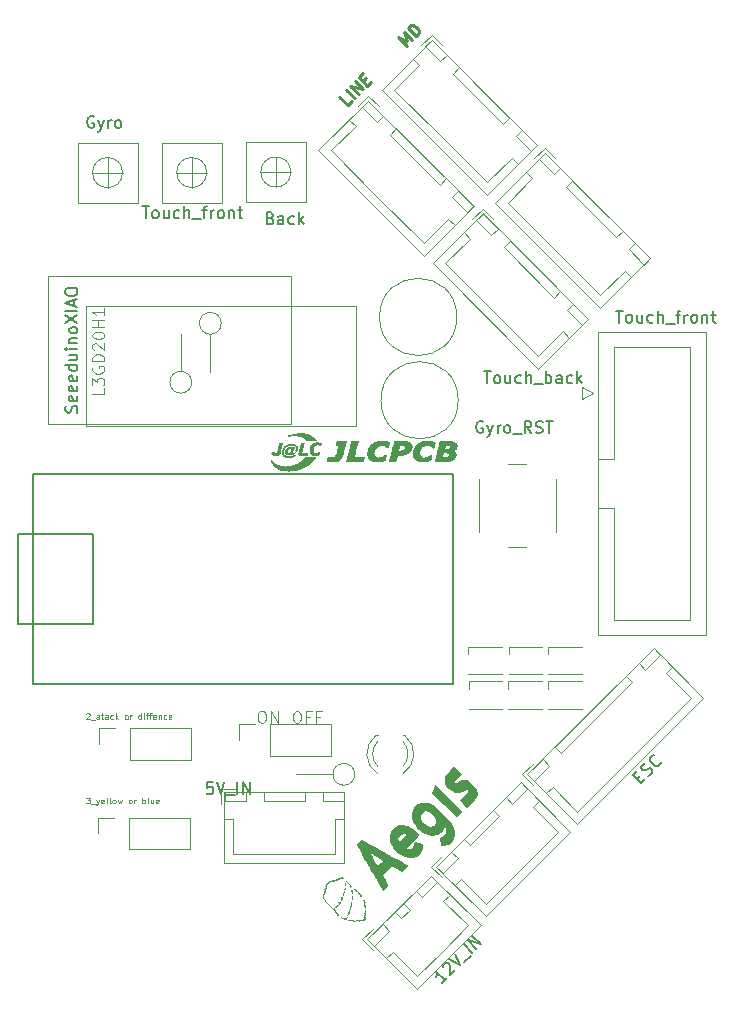
<source format=gbr>
%TF.GenerationSoftware,KiCad,Pcbnew,7.0.9*%
%TF.CreationDate,2024-12-16T14:33:07+09:00*%
%TF.ProjectId,Main maicon,4d61696e-206d-4616-9963-6f6e2e6b6963,rev?*%
%TF.SameCoordinates,Original*%
%TF.FileFunction,Legend,Top*%
%TF.FilePolarity,Positive*%
%FSLAX46Y46*%
G04 Gerber Fmt 4.6, Leading zero omitted, Abs format (unit mm)*
G04 Created by KiCad (PCBNEW 7.0.9) date 2024-12-16 14:33:07*
%MOMM*%
%LPD*%
G01*
G04 APERTURE LIST*
%ADD10C,0.150000*%
%ADD11C,0.100000*%
%ADD12C,0.125000*%
%ADD13C,0.250000*%
%ADD14C,0.120000*%
%ADD15C,0.010000*%
G04 APERTURE END LIST*
D10*
X115361904Y-70264819D02*
X115933332Y-70264819D01*
X115647618Y-71264819D02*
X115647618Y-70264819D01*
X116409523Y-71264819D02*
X116314285Y-71217200D01*
X116314285Y-71217200D02*
X116266666Y-71169580D01*
X116266666Y-71169580D02*
X116219047Y-71074342D01*
X116219047Y-71074342D02*
X116219047Y-70788628D01*
X116219047Y-70788628D02*
X116266666Y-70693390D01*
X116266666Y-70693390D02*
X116314285Y-70645771D01*
X116314285Y-70645771D02*
X116409523Y-70598152D01*
X116409523Y-70598152D02*
X116552380Y-70598152D01*
X116552380Y-70598152D02*
X116647618Y-70645771D01*
X116647618Y-70645771D02*
X116695237Y-70693390D01*
X116695237Y-70693390D02*
X116742856Y-70788628D01*
X116742856Y-70788628D02*
X116742856Y-71074342D01*
X116742856Y-71074342D02*
X116695237Y-71169580D01*
X116695237Y-71169580D02*
X116647618Y-71217200D01*
X116647618Y-71217200D02*
X116552380Y-71264819D01*
X116552380Y-71264819D02*
X116409523Y-71264819D01*
X117599999Y-70598152D02*
X117599999Y-71264819D01*
X117171428Y-70598152D02*
X117171428Y-71121961D01*
X117171428Y-71121961D02*
X117219047Y-71217200D01*
X117219047Y-71217200D02*
X117314285Y-71264819D01*
X117314285Y-71264819D02*
X117457142Y-71264819D01*
X117457142Y-71264819D02*
X117552380Y-71217200D01*
X117552380Y-71217200D02*
X117599999Y-71169580D01*
X118504761Y-71217200D02*
X118409523Y-71264819D01*
X118409523Y-71264819D02*
X118219047Y-71264819D01*
X118219047Y-71264819D02*
X118123809Y-71217200D01*
X118123809Y-71217200D02*
X118076190Y-71169580D01*
X118076190Y-71169580D02*
X118028571Y-71074342D01*
X118028571Y-71074342D02*
X118028571Y-70788628D01*
X118028571Y-70788628D02*
X118076190Y-70693390D01*
X118076190Y-70693390D02*
X118123809Y-70645771D01*
X118123809Y-70645771D02*
X118219047Y-70598152D01*
X118219047Y-70598152D02*
X118409523Y-70598152D01*
X118409523Y-70598152D02*
X118504761Y-70645771D01*
X118933333Y-71264819D02*
X118933333Y-70264819D01*
X119361904Y-71264819D02*
X119361904Y-70741009D01*
X119361904Y-70741009D02*
X119314285Y-70645771D01*
X119314285Y-70645771D02*
X119219047Y-70598152D01*
X119219047Y-70598152D02*
X119076190Y-70598152D01*
X119076190Y-70598152D02*
X118980952Y-70645771D01*
X118980952Y-70645771D02*
X118933333Y-70693390D01*
X119600000Y-71360057D02*
X120361904Y-71360057D01*
X120457143Y-70598152D02*
X120838095Y-70598152D01*
X120600000Y-71264819D02*
X120600000Y-70407676D01*
X120600000Y-70407676D02*
X120647619Y-70312438D01*
X120647619Y-70312438D02*
X120742857Y-70264819D01*
X120742857Y-70264819D02*
X120838095Y-70264819D01*
X121171429Y-71264819D02*
X121171429Y-70598152D01*
X121171429Y-70788628D02*
X121219048Y-70693390D01*
X121219048Y-70693390D02*
X121266667Y-70645771D01*
X121266667Y-70645771D02*
X121361905Y-70598152D01*
X121361905Y-70598152D02*
X121457143Y-70598152D01*
X121933334Y-71264819D02*
X121838096Y-71217200D01*
X121838096Y-71217200D02*
X121790477Y-71169580D01*
X121790477Y-71169580D02*
X121742858Y-71074342D01*
X121742858Y-71074342D02*
X121742858Y-70788628D01*
X121742858Y-70788628D02*
X121790477Y-70693390D01*
X121790477Y-70693390D02*
X121838096Y-70645771D01*
X121838096Y-70645771D02*
X121933334Y-70598152D01*
X121933334Y-70598152D02*
X122076191Y-70598152D01*
X122076191Y-70598152D02*
X122171429Y-70645771D01*
X122171429Y-70645771D02*
X122219048Y-70693390D01*
X122219048Y-70693390D02*
X122266667Y-70788628D01*
X122266667Y-70788628D02*
X122266667Y-71074342D01*
X122266667Y-71074342D02*
X122219048Y-71169580D01*
X122219048Y-71169580D02*
X122171429Y-71217200D01*
X122171429Y-71217200D02*
X122076191Y-71264819D01*
X122076191Y-71264819D02*
X121933334Y-71264819D01*
X122695239Y-70598152D02*
X122695239Y-71264819D01*
X122695239Y-70693390D02*
X122742858Y-70645771D01*
X122742858Y-70645771D02*
X122838096Y-70598152D01*
X122838096Y-70598152D02*
X122980953Y-70598152D01*
X122980953Y-70598152D02*
X123076191Y-70645771D01*
X123076191Y-70645771D02*
X123123810Y-70741009D01*
X123123810Y-70741009D02*
X123123810Y-71264819D01*
X123457144Y-70598152D02*
X123838096Y-70598152D01*
X123600001Y-70264819D02*
X123600001Y-71121961D01*
X123600001Y-71121961D02*
X123647620Y-71217200D01*
X123647620Y-71217200D02*
X123742858Y-71264819D01*
X123742858Y-71264819D02*
X123838096Y-71264819D01*
X104199523Y-75404819D02*
X104770951Y-75404819D01*
X104485237Y-76404819D02*
X104485237Y-75404819D01*
X105247142Y-76404819D02*
X105151904Y-76357200D01*
X105151904Y-76357200D02*
X105104285Y-76309580D01*
X105104285Y-76309580D02*
X105056666Y-76214342D01*
X105056666Y-76214342D02*
X105056666Y-75928628D01*
X105056666Y-75928628D02*
X105104285Y-75833390D01*
X105104285Y-75833390D02*
X105151904Y-75785771D01*
X105151904Y-75785771D02*
X105247142Y-75738152D01*
X105247142Y-75738152D02*
X105389999Y-75738152D01*
X105389999Y-75738152D02*
X105485237Y-75785771D01*
X105485237Y-75785771D02*
X105532856Y-75833390D01*
X105532856Y-75833390D02*
X105580475Y-75928628D01*
X105580475Y-75928628D02*
X105580475Y-76214342D01*
X105580475Y-76214342D02*
X105532856Y-76309580D01*
X105532856Y-76309580D02*
X105485237Y-76357200D01*
X105485237Y-76357200D02*
X105389999Y-76404819D01*
X105389999Y-76404819D02*
X105247142Y-76404819D01*
X106437618Y-75738152D02*
X106437618Y-76404819D01*
X106009047Y-75738152D02*
X106009047Y-76261961D01*
X106009047Y-76261961D02*
X106056666Y-76357200D01*
X106056666Y-76357200D02*
X106151904Y-76404819D01*
X106151904Y-76404819D02*
X106294761Y-76404819D01*
X106294761Y-76404819D02*
X106389999Y-76357200D01*
X106389999Y-76357200D02*
X106437618Y-76309580D01*
X107342380Y-76357200D02*
X107247142Y-76404819D01*
X107247142Y-76404819D02*
X107056666Y-76404819D01*
X107056666Y-76404819D02*
X106961428Y-76357200D01*
X106961428Y-76357200D02*
X106913809Y-76309580D01*
X106913809Y-76309580D02*
X106866190Y-76214342D01*
X106866190Y-76214342D02*
X106866190Y-75928628D01*
X106866190Y-75928628D02*
X106913809Y-75833390D01*
X106913809Y-75833390D02*
X106961428Y-75785771D01*
X106961428Y-75785771D02*
X107056666Y-75738152D01*
X107056666Y-75738152D02*
X107247142Y-75738152D01*
X107247142Y-75738152D02*
X107342380Y-75785771D01*
X107770952Y-76404819D02*
X107770952Y-75404819D01*
X108199523Y-76404819D02*
X108199523Y-75881009D01*
X108199523Y-75881009D02*
X108151904Y-75785771D01*
X108151904Y-75785771D02*
X108056666Y-75738152D01*
X108056666Y-75738152D02*
X107913809Y-75738152D01*
X107913809Y-75738152D02*
X107818571Y-75785771D01*
X107818571Y-75785771D02*
X107770952Y-75833390D01*
X108437619Y-76500057D02*
X109199523Y-76500057D01*
X109437619Y-76404819D02*
X109437619Y-75404819D01*
X109437619Y-75785771D02*
X109532857Y-75738152D01*
X109532857Y-75738152D02*
X109723333Y-75738152D01*
X109723333Y-75738152D02*
X109818571Y-75785771D01*
X109818571Y-75785771D02*
X109866190Y-75833390D01*
X109866190Y-75833390D02*
X109913809Y-75928628D01*
X109913809Y-75928628D02*
X109913809Y-76214342D01*
X109913809Y-76214342D02*
X109866190Y-76309580D01*
X109866190Y-76309580D02*
X109818571Y-76357200D01*
X109818571Y-76357200D02*
X109723333Y-76404819D01*
X109723333Y-76404819D02*
X109532857Y-76404819D01*
X109532857Y-76404819D02*
X109437619Y-76357200D01*
X110770952Y-76404819D02*
X110770952Y-75881009D01*
X110770952Y-75881009D02*
X110723333Y-75785771D01*
X110723333Y-75785771D02*
X110628095Y-75738152D01*
X110628095Y-75738152D02*
X110437619Y-75738152D01*
X110437619Y-75738152D02*
X110342381Y-75785771D01*
X110770952Y-76357200D02*
X110675714Y-76404819D01*
X110675714Y-76404819D02*
X110437619Y-76404819D01*
X110437619Y-76404819D02*
X110342381Y-76357200D01*
X110342381Y-76357200D02*
X110294762Y-76261961D01*
X110294762Y-76261961D02*
X110294762Y-76166723D01*
X110294762Y-76166723D02*
X110342381Y-76071485D01*
X110342381Y-76071485D02*
X110437619Y-76023866D01*
X110437619Y-76023866D02*
X110675714Y-76023866D01*
X110675714Y-76023866D02*
X110770952Y-75976247D01*
X111675714Y-76357200D02*
X111580476Y-76404819D01*
X111580476Y-76404819D02*
X111390000Y-76404819D01*
X111390000Y-76404819D02*
X111294762Y-76357200D01*
X111294762Y-76357200D02*
X111247143Y-76309580D01*
X111247143Y-76309580D02*
X111199524Y-76214342D01*
X111199524Y-76214342D02*
X111199524Y-75928628D01*
X111199524Y-75928628D02*
X111247143Y-75833390D01*
X111247143Y-75833390D02*
X111294762Y-75785771D01*
X111294762Y-75785771D02*
X111390000Y-75738152D01*
X111390000Y-75738152D02*
X111580476Y-75738152D01*
X111580476Y-75738152D02*
X111675714Y-75785771D01*
X112104286Y-76404819D02*
X112104286Y-75404819D01*
X112199524Y-76023866D02*
X112485238Y-76404819D01*
X112485238Y-75738152D02*
X112104286Y-76119104D01*
D11*
X85294360Y-104137419D02*
X85484836Y-104137419D01*
X85484836Y-104137419D02*
X85580074Y-104185038D01*
X85580074Y-104185038D02*
X85675312Y-104280276D01*
X85675312Y-104280276D02*
X85722931Y-104470752D01*
X85722931Y-104470752D02*
X85722931Y-104804085D01*
X85722931Y-104804085D02*
X85675312Y-104994561D01*
X85675312Y-104994561D02*
X85580074Y-105089800D01*
X85580074Y-105089800D02*
X85484836Y-105137419D01*
X85484836Y-105137419D02*
X85294360Y-105137419D01*
X85294360Y-105137419D02*
X85199122Y-105089800D01*
X85199122Y-105089800D02*
X85103884Y-104994561D01*
X85103884Y-104994561D02*
X85056265Y-104804085D01*
X85056265Y-104804085D02*
X85056265Y-104470752D01*
X85056265Y-104470752D02*
X85103884Y-104280276D01*
X85103884Y-104280276D02*
X85199122Y-104185038D01*
X85199122Y-104185038D02*
X85294360Y-104137419D01*
X86151503Y-105137419D02*
X86151503Y-104137419D01*
X86151503Y-104137419D02*
X86722931Y-105137419D01*
X86722931Y-105137419D02*
X86722931Y-104137419D01*
D12*
X70527474Y-104384928D02*
X70551283Y-104361119D01*
X70551283Y-104361119D02*
X70598902Y-104337309D01*
X70598902Y-104337309D02*
X70717950Y-104337309D01*
X70717950Y-104337309D02*
X70765569Y-104361119D01*
X70765569Y-104361119D02*
X70789378Y-104384928D01*
X70789378Y-104384928D02*
X70813188Y-104432547D01*
X70813188Y-104432547D02*
X70813188Y-104480166D01*
X70813188Y-104480166D02*
X70789378Y-104551595D01*
X70789378Y-104551595D02*
X70503664Y-104837309D01*
X70503664Y-104837309D02*
X70813188Y-104837309D01*
X70908426Y-104884928D02*
X71289378Y-104884928D01*
X71622711Y-104837309D02*
X71622711Y-104575404D01*
X71622711Y-104575404D02*
X71598901Y-104527785D01*
X71598901Y-104527785D02*
X71551282Y-104503976D01*
X71551282Y-104503976D02*
X71456044Y-104503976D01*
X71456044Y-104503976D02*
X71408425Y-104527785D01*
X71622711Y-104813500D02*
X71575092Y-104837309D01*
X71575092Y-104837309D02*
X71456044Y-104837309D01*
X71456044Y-104837309D02*
X71408425Y-104813500D01*
X71408425Y-104813500D02*
X71384616Y-104765880D01*
X71384616Y-104765880D02*
X71384616Y-104718261D01*
X71384616Y-104718261D02*
X71408425Y-104670642D01*
X71408425Y-104670642D02*
X71456044Y-104646833D01*
X71456044Y-104646833D02*
X71575092Y-104646833D01*
X71575092Y-104646833D02*
X71622711Y-104623023D01*
X71789378Y-104503976D02*
X71979854Y-104503976D01*
X71860806Y-104337309D02*
X71860806Y-104765880D01*
X71860806Y-104765880D02*
X71884616Y-104813500D01*
X71884616Y-104813500D02*
X71932235Y-104837309D01*
X71932235Y-104837309D02*
X71979854Y-104837309D01*
X72360806Y-104837309D02*
X72360806Y-104575404D01*
X72360806Y-104575404D02*
X72336996Y-104527785D01*
X72336996Y-104527785D02*
X72289377Y-104503976D01*
X72289377Y-104503976D02*
X72194139Y-104503976D01*
X72194139Y-104503976D02*
X72146520Y-104527785D01*
X72360806Y-104813500D02*
X72313187Y-104837309D01*
X72313187Y-104837309D02*
X72194139Y-104837309D01*
X72194139Y-104837309D02*
X72146520Y-104813500D01*
X72146520Y-104813500D02*
X72122711Y-104765880D01*
X72122711Y-104765880D02*
X72122711Y-104718261D01*
X72122711Y-104718261D02*
X72146520Y-104670642D01*
X72146520Y-104670642D02*
X72194139Y-104646833D01*
X72194139Y-104646833D02*
X72313187Y-104646833D01*
X72313187Y-104646833D02*
X72360806Y-104623023D01*
X72813187Y-104813500D02*
X72765568Y-104837309D01*
X72765568Y-104837309D02*
X72670330Y-104837309D01*
X72670330Y-104837309D02*
X72622711Y-104813500D01*
X72622711Y-104813500D02*
X72598901Y-104789690D01*
X72598901Y-104789690D02*
X72575092Y-104742071D01*
X72575092Y-104742071D02*
X72575092Y-104599214D01*
X72575092Y-104599214D02*
X72598901Y-104551595D01*
X72598901Y-104551595D02*
X72622711Y-104527785D01*
X72622711Y-104527785D02*
X72670330Y-104503976D01*
X72670330Y-104503976D02*
X72765568Y-104503976D01*
X72765568Y-104503976D02*
X72813187Y-104527785D01*
X73027472Y-104837309D02*
X73027472Y-104337309D01*
X73075091Y-104646833D02*
X73217948Y-104837309D01*
X73217948Y-104503976D02*
X73027472Y-104694452D01*
X73884615Y-104837309D02*
X73836996Y-104813500D01*
X73836996Y-104813500D02*
X73813186Y-104789690D01*
X73813186Y-104789690D02*
X73789377Y-104742071D01*
X73789377Y-104742071D02*
X73789377Y-104599214D01*
X73789377Y-104599214D02*
X73813186Y-104551595D01*
X73813186Y-104551595D02*
X73836996Y-104527785D01*
X73836996Y-104527785D02*
X73884615Y-104503976D01*
X73884615Y-104503976D02*
X73956043Y-104503976D01*
X73956043Y-104503976D02*
X74003662Y-104527785D01*
X74003662Y-104527785D02*
X74027472Y-104551595D01*
X74027472Y-104551595D02*
X74051281Y-104599214D01*
X74051281Y-104599214D02*
X74051281Y-104742071D01*
X74051281Y-104742071D02*
X74027472Y-104789690D01*
X74027472Y-104789690D02*
X74003662Y-104813500D01*
X74003662Y-104813500D02*
X73956043Y-104837309D01*
X73956043Y-104837309D02*
X73884615Y-104837309D01*
X74265567Y-104837309D02*
X74265567Y-104503976D01*
X74265567Y-104599214D02*
X74289377Y-104551595D01*
X74289377Y-104551595D02*
X74313186Y-104527785D01*
X74313186Y-104527785D02*
X74360805Y-104503976D01*
X74360805Y-104503976D02*
X74408424Y-104503976D01*
X75170329Y-104837309D02*
X75170329Y-104337309D01*
X75170329Y-104813500D02*
X75122710Y-104837309D01*
X75122710Y-104837309D02*
X75027472Y-104837309D01*
X75027472Y-104837309D02*
X74979853Y-104813500D01*
X74979853Y-104813500D02*
X74956043Y-104789690D01*
X74956043Y-104789690D02*
X74932234Y-104742071D01*
X74932234Y-104742071D02*
X74932234Y-104599214D01*
X74932234Y-104599214D02*
X74956043Y-104551595D01*
X74956043Y-104551595D02*
X74979853Y-104527785D01*
X74979853Y-104527785D02*
X75027472Y-104503976D01*
X75027472Y-104503976D02*
X75122710Y-104503976D01*
X75122710Y-104503976D02*
X75170329Y-104527785D01*
X75408424Y-104837309D02*
X75408424Y-104503976D01*
X75408424Y-104337309D02*
X75384615Y-104361119D01*
X75384615Y-104361119D02*
X75408424Y-104384928D01*
X75408424Y-104384928D02*
X75432234Y-104361119D01*
X75432234Y-104361119D02*
X75408424Y-104337309D01*
X75408424Y-104337309D02*
X75408424Y-104384928D01*
X75575091Y-104503976D02*
X75765567Y-104503976D01*
X75646519Y-104837309D02*
X75646519Y-104408738D01*
X75646519Y-104408738D02*
X75670329Y-104361119D01*
X75670329Y-104361119D02*
X75717948Y-104337309D01*
X75717948Y-104337309D02*
X75765567Y-104337309D01*
X75860805Y-104503976D02*
X76051281Y-104503976D01*
X75932233Y-104837309D02*
X75932233Y-104408738D01*
X75932233Y-104408738D02*
X75956043Y-104361119D01*
X75956043Y-104361119D02*
X76003662Y-104337309D01*
X76003662Y-104337309D02*
X76051281Y-104337309D01*
X76408423Y-104813500D02*
X76360804Y-104837309D01*
X76360804Y-104837309D02*
X76265566Y-104837309D01*
X76265566Y-104837309D02*
X76217947Y-104813500D01*
X76217947Y-104813500D02*
X76194138Y-104765880D01*
X76194138Y-104765880D02*
X76194138Y-104575404D01*
X76194138Y-104575404D02*
X76217947Y-104527785D01*
X76217947Y-104527785D02*
X76265566Y-104503976D01*
X76265566Y-104503976D02*
X76360804Y-104503976D01*
X76360804Y-104503976D02*
X76408423Y-104527785D01*
X76408423Y-104527785D02*
X76432233Y-104575404D01*
X76432233Y-104575404D02*
X76432233Y-104623023D01*
X76432233Y-104623023D02*
X76194138Y-104670642D01*
X76646518Y-104503976D02*
X76646518Y-104837309D01*
X76646518Y-104551595D02*
X76670328Y-104527785D01*
X76670328Y-104527785D02*
X76717947Y-104503976D01*
X76717947Y-104503976D02*
X76789375Y-104503976D01*
X76789375Y-104503976D02*
X76836994Y-104527785D01*
X76836994Y-104527785D02*
X76860804Y-104575404D01*
X76860804Y-104575404D02*
X76860804Y-104837309D01*
X77313185Y-104813500D02*
X77265566Y-104837309D01*
X77265566Y-104837309D02*
X77170328Y-104837309D01*
X77170328Y-104837309D02*
X77122709Y-104813500D01*
X77122709Y-104813500D02*
X77098899Y-104789690D01*
X77098899Y-104789690D02*
X77075090Y-104742071D01*
X77075090Y-104742071D02*
X77075090Y-104599214D01*
X77075090Y-104599214D02*
X77098899Y-104551595D01*
X77098899Y-104551595D02*
X77122709Y-104527785D01*
X77122709Y-104527785D02*
X77170328Y-104503976D01*
X77170328Y-104503976D02*
X77265566Y-104503976D01*
X77265566Y-104503976D02*
X77313185Y-104527785D01*
X77717946Y-104813500D02*
X77670327Y-104837309D01*
X77670327Y-104837309D02*
X77575089Y-104837309D01*
X77575089Y-104837309D02*
X77527470Y-104813500D01*
X77527470Y-104813500D02*
X77503661Y-104765880D01*
X77503661Y-104765880D02*
X77503661Y-104575404D01*
X77503661Y-104575404D02*
X77527470Y-104527785D01*
X77527470Y-104527785D02*
X77575089Y-104503976D01*
X77575089Y-104503976D02*
X77670327Y-104503976D01*
X77670327Y-104503976D02*
X77717946Y-104527785D01*
X77717946Y-104527785D02*
X77741756Y-104575404D01*
X77741756Y-104575404D02*
X77741756Y-104623023D01*
X77741756Y-104623023D02*
X77503661Y-104670642D01*
X70533664Y-111482309D02*
X70843188Y-111482309D01*
X70843188Y-111482309D02*
X70676521Y-111672785D01*
X70676521Y-111672785D02*
X70747950Y-111672785D01*
X70747950Y-111672785D02*
X70795569Y-111696595D01*
X70795569Y-111696595D02*
X70819378Y-111720404D01*
X70819378Y-111720404D02*
X70843188Y-111768023D01*
X70843188Y-111768023D02*
X70843188Y-111887071D01*
X70843188Y-111887071D02*
X70819378Y-111934690D01*
X70819378Y-111934690D02*
X70795569Y-111958500D01*
X70795569Y-111958500D02*
X70747950Y-111982309D01*
X70747950Y-111982309D02*
X70605093Y-111982309D01*
X70605093Y-111982309D02*
X70557474Y-111958500D01*
X70557474Y-111958500D02*
X70533664Y-111934690D01*
X70938426Y-112029928D02*
X71319378Y-112029928D01*
X71390806Y-111648976D02*
X71509854Y-111982309D01*
X71628901Y-111648976D02*
X71509854Y-111982309D01*
X71509854Y-111982309D02*
X71462235Y-112101357D01*
X71462235Y-112101357D02*
X71438425Y-112125166D01*
X71438425Y-112125166D02*
X71390806Y-112148976D01*
X72009853Y-111958500D02*
X71962234Y-111982309D01*
X71962234Y-111982309D02*
X71866996Y-111982309D01*
X71866996Y-111982309D02*
X71819377Y-111958500D01*
X71819377Y-111958500D02*
X71795568Y-111910880D01*
X71795568Y-111910880D02*
X71795568Y-111720404D01*
X71795568Y-111720404D02*
X71819377Y-111672785D01*
X71819377Y-111672785D02*
X71866996Y-111648976D01*
X71866996Y-111648976D02*
X71962234Y-111648976D01*
X71962234Y-111648976D02*
X72009853Y-111672785D01*
X72009853Y-111672785D02*
X72033663Y-111720404D01*
X72033663Y-111720404D02*
X72033663Y-111768023D01*
X72033663Y-111768023D02*
X71795568Y-111815642D01*
X72319377Y-111982309D02*
X72271758Y-111958500D01*
X72271758Y-111958500D02*
X72247948Y-111910880D01*
X72247948Y-111910880D02*
X72247948Y-111482309D01*
X72581282Y-111982309D02*
X72533663Y-111958500D01*
X72533663Y-111958500D02*
X72509853Y-111910880D01*
X72509853Y-111910880D02*
X72509853Y-111482309D01*
X72843187Y-111982309D02*
X72795568Y-111958500D01*
X72795568Y-111958500D02*
X72771758Y-111934690D01*
X72771758Y-111934690D02*
X72747949Y-111887071D01*
X72747949Y-111887071D02*
X72747949Y-111744214D01*
X72747949Y-111744214D02*
X72771758Y-111696595D01*
X72771758Y-111696595D02*
X72795568Y-111672785D01*
X72795568Y-111672785D02*
X72843187Y-111648976D01*
X72843187Y-111648976D02*
X72914615Y-111648976D01*
X72914615Y-111648976D02*
X72962234Y-111672785D01*
X72962234Y-111672785D02*
X72986044Y-111696595D01*
X72986044Y-111696595D02*
X73009853Y-111744214D01*
X73009853Y-111744214D02*
X73009853Y-111887071D01*
X73009853Y-111887071D02*
X72986044Y-111934690D01*
X72986044Y-111934690D02*
X72962234Y-111958500D01*
X72962234Y-111958500D02*
X72914615Y-111982309D01*
X72914615Y-111982309D02*
X72843187Y-111982309D01*
X73176520Y-111648976D02*
X73271758Y-111982309D01*
X73271758Y-111982309D02*
X73366996Y-111744214D01*
X73366996Y-111744214D02*
X73462234Y-111982309D01*
X73462234Y-111982309D02*
X73557472Y-111648976D01*
X74200330Y-111982309D02*
X74152711Y-111958500D01*
X74152711Y-111958500D02*
X74128901Y-111934690D01*
X74128901Y-111934690D02*
X74105092Y-111887071D01*
X74105092Y-111887071D02*
X74105092Y-111744214D01*
X74105092Y-111744214D02*
X74128901Y-111696595D01*
X74128901Y-111696595D02*
X74152711Y-111672785D01*
X74152711Y-111672785D02*
X74200330Y-111648976D01*
X74200330Y-111648976D02*
X74271758Y-111648976D01*
X74271758Y-111648976D02*
X74319377Y-111672785D01*
X74319377Y-111672785D02*
X74343187Y-111696595D01*
X74343187Y-111696595D02*
X74366996Y-111744214D01*
X74366996Y-111744214D02*
X74366996Y-111887071D01*
X74366996Y-111887071D02*
X74343187Y-111934690D01*
X74343187Y-111934690D02*
X74319377Y-111958500D01*
X74319377Y-111958500D02*
X74271758Y-111982309D01*
X74271758Y-111982309D02*
X74200330Y-111982309D01*
X74581282Y-111982309D02*
X74581282Y-111648976D01*
X74581282Y-111744214D02*
X74605092Y-111696595D01*
X74605092Y-111696595D02*
X74628901Y-111672785D01*
X74628901Y-111672785D02*
X74676520Y-111648976D01*
X74676520Y-111648976D02*
X74724139Y-111648976D01*
X75271758Y-111982309D02*
X75271758Y-111482309D01*
X75271758Y-111672785D02*
X75319377Y-111648976D01*
X75319377Y-111648976D02*
X75414615Y-111648976D01*
X75414615Y-111648976D02*
X75462234Y-111672785D01*
X75462234Y-111672785D02*
X75486044Y-111696595D01*
X75486044Y-111696595D02*
X75509853Y-111744214D01*
X75509853Y-111744214D02*
X75509853Y-111887071D01*
X75509853Y-111887071D02*
X75486044Y-111934690D01*
X75486044Y-111934690D02*
X75462234Y-111958500D01*
X75462234Y-111958500D02*
X75414615Y-111982309D01*
X75414615Y-111982309D02*
X75319377Y-111982309D01*
X75319377Y-111982309D02*
X75271758Y-111958500D01*
X75795568Y-111982309D02*
X75747949Y-111958500D01*
X75747949Y-111958500D02*
X75724139Y-111910880D01*
X75724139Y-111910880D02*
X75724139Y-111482309D01*
X76200330Y-111648976D02*
X76200330Y-111982309D01*
X75986044Y-111648976D02*
X75986044Y-111910880D01*
X75986044Y-111910880D02*
X76009854Y-111958500D01*
X76009854Y-111958500D02*
X76057473Y-111982309D01*
X76057473Y-111982309D02*
X76128901Y-111982309D01*
X76128901Y-111982309D02*
X76176520Y-111958500D01*
X76176520Y-111958500D02*
X76200330Y-111934690D01*
X76628901Y-111958500D02*
X76581282Y-111982309D01*
X76581282Y-111982309D02*
X76486044Y-111982309D01*
X76486044Y-111982309D02*
X76438425Y-111958500D01*
X76438425Y-111958500D02*
X76414616Y-111910880D01*
X76414616Y-111910880D02*
X76414616Y-111720404D01*
X76414616Y-111720404D02*
X76438425Y-111672785D01*
X76438425Y-111672785D02*
X76486044Y-111648976D01*
X76486044Y-111648976D02*
X76581282Y-111648976D01*
X76581282Y-111648976D02*
X76628901Y-111672785D01*
X76628901Y-111672785D02*
X76652711Y-111720404D01*
X76652711Y-111720404D02*
X76652711Y-111768023D01*
X76652711Y-111768023D02*
X76414616Y-111815642D01*
D10*
X75263904Y-61430819D02*
X75835332Y-61430819D01*
X75549618Y-62430819D02*
X75549618Y-61430819D01*
X76311523Y-62430819D02*
X76216285Y-62383200D01*
X76216285Y-62383200D02*
X76168666Y-62335580D01*
X76168666Y-62335580D02*
X76121047Y-62240342D01*
X76121047Y-62240342D02*
X76121047Y-61954628D01*
X76121047Y-61954628D02*
X76168666Y-61859390D01*
X76168666Y-61859390D02*
X76216285Y-61811771D01*
X76216285Y-61811771D02*
X76311523Y-61764152D01*
X76311523Y-61764152D02*
X76454380Y-61764152D01*
X76454380Y-61764152D02*
X76549618Y-61811771D01*
X76549618Y-61811771D02*
X76597237Y-61859390D01*
X76597237Y-61859390D02*
X76644856Y-61954628D01*
X76644856Y-61954628D02*
X76644856Y-62240342D01*
X76644856Y-62240342D02*
X76597237Y-62335580D01*
X76597237Y-62335580D02*
X76549618Y-62383200D01*
X76549618Y-62383200D02*
X76454380Y-62430819D01*
X76454380Y-62430819D02*
X76311523Y-62430819D01*
X77501999Y-61764152D02*
X77501999Y-62430819D01*
X77073428Y-61764152D02*
X77073428Y-62287961D01*
X77073428Y-62287961D02*
X77121047Y-62383200D01*
X77121047Y-62383200D02*
X77216285Y-62430819D01*
X77216285Y-62430819D02*
X77359142Y-62430819D01*
X77359142Y-62430819D02*
X77454380Y-62383200D01*
X77454380Y-62383200D02*
X77501999Y-62335580D01*
X78406761Y-62383200D02*
X78311523Y-62430819D01*
X78311523Y-62430819D02*
X78121047Y-62430819D01*
X78121047Y-62430819D02*
X78025809Y-62383200D01*
X78025809Y-62383200D02*
X77978190Y-62335580D01*
X77978190Y-62335580D02*
X77930571Y-62240342D01*
X77930571Y-62240342D02*
X77930571Y-61954628D01*
X77930571Y-61954628D02*
X77978190Y-61859390D01*
X77978190Y-61859390D02*
X78025809Y-61811771D01*
X78025809Y-61811771D02*
X78121047Y-61764152D01*
X78121047Y-61764152D02*
X78311523Y-61764152D01*
X78311523Y-61764152D02*
X78406761Y-61811771D01*
X78835333Y-62430819D02*
X78835333Y-61430819D01*
X79263904Y-62430819D02*
X79263904Y-61907009D01*
X79263904Y-61907009D02*
X79216285Y-61811771D01*
X79216285Y-61811771D02*
X79121047Y-61764152D01*
X79121047Y-61764152D02*
X78978190Y-61764152D01*
X78978190Y-61764152D02*
X78882952Y-61811771D01*
X78882952Y-61811771D02*
X78835333Y-61859390D01*
X79502000Y-62526057D02*
X80263904Y-62526057D01*
X80359143Y-61764152D02*
X80740095Y-61764152D01*
X80502000Y-62430819D02*
X80502000Y-61573676D01*
X80502000Y-61573676D02*
X80549619Y-61478438D01*
X80549619Y-61478438D02*
X80644857Y-61430819D01*
X80644857Y-61430819D02*
X80740095Y-61430819D01*
X81073429Y-62430819D02*
X81073429Y-61764152D01*
X81073429Y-61954628D02*
X81121048Y-61859390D01*
X81121048Y-61859390D02*
X81168667Y-61811771D01*
X81168667Y-61811771D02*
X81263905Y-61764152D01*
X81263905Y-61764152D02*
X81359143Y-61764152D01*
X81835334Y-62430819D02*
X81740096Y-62383200D01*
X81740096Y-62383200D02*
X81692477Y-62335580D01*
X81692477Y-62335580D02*
X81644858Y-62240342D01*
X81644858Y-62240342D02*
X81644858Y-61954628D01*
X81644858Y-61954628D02*
X81692477Y-61859390D01*
X81692477Y-61859390D02*
X81740096Y-61811771D01*
X81740096Y-61811771D02*
X81835334Y-61764152D01*
X81835334Y-61764152D02*
X81978191Y-61764152D01*
X81978191Y-61764152D02*
X82073429Y-61811771D01*
X82073429Y-61811771D02*
X82121048Y-61859390D01*
X82121048Y-61859390D02*
X82168667Y-61954628D01*
X82168667Y-61954628D02*
X82168667Y-62240342D01*
X82168667Y-62240342D02*
X82121048Y-62335580D01*
X82121048Y-62335580D02*
X82073429Y-62383200D01*
X82073429Y-62383200D02*
X81978191Y-62430819D01*
X81978191Y-62430819D02*
X81835334Y-62430819D01*
X82597239Y-61764152D02*
X82597239Y-62430819D01*
X82597239Y-61859390D02*
X82644858Y-61811771D01*
X82644858Y-61811771D02*
X82740096Y-61764152D01*
X82740096Y-61764152D02*
X82882953Y-61764152D01*
X82882953Y-61764152D02*
X82978191Y-61811771D01*
X82978191Y-61811771D02*
X83025810Y-61907009D01*
X83025810Y-61907009D02*
X83025810Y-62430819D01*
X83359144Y-61764152D02*
X83740096Y-61764152D01*
X83502001Y-61430819D02*
X83502001Y-62287961D01*
X83502001Y-62287961D02*
X83549620Y-62383200D01*
X83549620Y-62383200D02*
X83644858Y-62430819D01*
X83644858Y-62430819D02*
X83740096Y-62430819D01*
D13*
X93010113Y-52507360D02*
X92673395Y-52844078D01*
X92673395Y-52844078D02*
X91966289Y-52136971D01*
X93245815Y-52271658D02*
X92538709Y-51564551D01*
X93582533Y-51934941D02*
X92875426Y-51227834D01*
X92875426Y-51227834D02*
X93986594Y-51530880D01*
X93986594Y-51530880D02*
X93279487Y-50823773D01*
X93952922Y-50823773D02*
X94188624Y-50588071D01*
X94660029Y-50857445D02*
X94323311Y-51194162D01*
X94323311Y-51194162D02*
X93616204Y-50487056D01*
X93616204Y-50487056D02*
X93952922Y-50150338D01*
D11*
X88274360Y-104167419D02*
X88464836Y-104167419D01*
X88464836Y-104167419D02*
X88560074Y-104215038D01*
X88560074Y-104215038D02*
X88655312Y-104310276D01*
X88655312Y-104310276D02*
X88702931Y-104500752D01*
X88702931Y-104500752D02*
X88702931Y-104834085D01*
X88702931Y-104834085D02*
X88655312Y-105024561D01*
X88655312Y-105024561D02*
X88560074Y-105119800D01*
X88560074Y-105119800D02*
X88464836Y-105167419D01*
X88464836Y-105167419D02*
X88274360Y-105167419D01*
X88274360Y-105167419D02*
X88179122Y-105119800D01*
X88179122Y-105119800D02*
X88083884Y-105024561D01*
X88083884Y-105024561D02*
X88036265Y-104834085D01*
X88036265Y-104834085D02*
X88036265Y-104500752D01*
X88036265Y-104500752D02*
X88083884Y-104310276D01*
X88083884Y-104310276D02*
X88179122Y-104215038D01*
X88179122Y-104215038D02*
X88274360Y-104167419D01*
X89464836Y-104643609D02*
X89131503Y-104643609D01*
X89131503Y-105167419D02*
X89131503Y-104167419D01*
X89131503Y-104167419D02*
X89607693Y-104167419D01*
X90321979Y-104643609D02*
X89988646Y-104643609D01*
X89988646Y-105167419D02*
X89988646Y-104167419D01*
X89988646Y-104167419D02*
X90464836Y-104167419D01*
D10*
X104110951Y-79657438D02*
X104015713Y-79609819D01*
X104015713Y-79609819D02*
X103872856Y-79609819D01*
X103872856Y-79609819D02*
X103729999Y-79657438D01*
X103729999Y-79657438D02*
X103634761Y-79752676D01*
X103634761Y-79752676D02*
X103587142Y-79847914D01*
X103587142Y-79847914D02*
X103539523Y-80038390D01*
X103539523Y-80038390D02*
X103539523Y-80181247D01*
X103539523Y-80181247D02*
X103587142Y-80371723D01*
X103587142Y-80371723D02*
X103634761Y-80466961D01*
X103634761Y-80466961D02*
X103729999Y-80562200D01*
X103729999Y-80562200D02*
X103872856Y-80609819D01*
X103872856Y-80609819D02*
X103968094Y-80609819D01*
X103968094Y-80609819D02*
X104110951Y-80562200D01*
X104110951Y-80562200D02*
X104158570Y-80514580D01*
X104158570Y-80514580D02*
X104158570Y-80181247D01*
X104158570Y-80181247D02*
X103968094Y-80181247D01*
X104491904Y-79943152D02*
X104729999Y-80609819D01*
X104968094Y-79943152D02*
X104729999Y-80609819D01*
X104729999Y-80609819D02*
X104634761Y-80847914D01*
X104634761Y-80847914D02*
X104587142Y-80895533D01*
X104587142Y-80895533D02*
X104491904Y-80943152D01*
X105349047Y-80609819D02*
X105349047Y-79943152D01*
X105349047Y-80133628D02*
X105396666Y-80038390D01*
X105396666Y-80038390D02*
X105444285Y-79990771D01*
X105444285Y-79990771D02*
X105539523Y-79943152D01*
X105539523Y-79943152D02*
X105634761Y-79943152D01*
X106110952Y-80609819D02*
X106015714Y-80562200D01*
X106015714Y-80562200D02*
X105968095Y-80514580D01*
X105968095Y-80514580D02*
X105920476Y-80419342D01*
X105920476Y-80419342D02*
X105920476Y-80133628D01*
X105920476Y-80133628D02*
X105968095Y-80038390D01*
X105968095Y-80038390D02*
X106015714Y-79990771D01*
X106015714Y-79990771D02*
X106110952Y-79943152D01*
X106110952Y-79943152D02*
X106253809Y-79943152D01*
X106253809Y-79943152D02*
X106349047Y-79990771D01*
X106349047Y-79990771D02*
X106396666Y-80038390D01*
X106396666Y-80038390D02*
X106444285Y-80133628D01*
X106444285Y-80133628D02*
X106444285Y-80419342D01*
X106444285Y-80419342D02*
X106396666Y-80514580D01*
X106396666Y-80514580D02*
X106349047Y-80562200D01*
X106349047Y-80562200D02*
X106253809Y-80609819D01*
X106253809Y-80609819D02*
X106110952Y-80609819D01*
X106634762Y-80705057D02*
X107396666Y-80705057D01*
X108206190Y-80609819D02*
X107872857Y-80133628D01*
X107634762Y-80609819D02*
X107634762Y-79609819D01*
X107634762Y-79609819D02*
X108015714Y-79609819D01*
X108015714Y-79609819D02*
X108110952Y-79657438D01*
X108110952Y-79657438D02*
X108158571Y-79705057D01*
X108158571Y-79705057D02*
X108206190Y-79800295D01*
X108206190Y-79800295D02*
X108206190Y-79943152D01*
X108206190Y-79943152D02*
X108158571Y-80038390D01*
X108158571Y-80038390D02*
X108110952Y-80086009D01*
X108110952Y-80086009D02*
X108015714Y-80133628D01*
X108015714Y-80133628D02*
X107634762Y-80133628D01*
X108587143Y-80562200D02*
X108730000Y-80609819D01*
X108730000Y-80609819D02*
X108968095Y-80609819D01*
X108968095Y-80609819D02*
X109063333Y-80562200D01*
X109063333Y-80562200D02*
X109110952Y-80514580D01*
X109110952Y-80514580D02*
X109158571Y-80419342D01*
X109158571Y-80419342D02*
X109158571Y-80324104D01*
X109158571Y-80324104D02*
X109110952Y-80228866D01*
X109110952Y-80228866D02*
X109063333Y-80181247D01*
X109063333Y-80181247D02*
X108968095Y-80133628D01*
X108968095Y-80133628D02*
X108777619Y-80086009D01*
X108777619Y-80086009D02*
X108682381Y-80038390D01*
X108682381Y-80038390D02*
X108634762Y-79990771D01*
X108634762Y-79990771D02*
X108587143Y-79895533D01*
X108587143Y-79895533D02*
X108587143Y-79800295D01*
X108587143Y-79800295D02*
X108634762Y-79705057D01*
X108634762Y-79705057D02*
X108682381Y-79657438D01*
X108682381Y-79657438D02*
X108777619Y-79609819D01*
X108777619Y-79609819D02*
X109015714Y-79609819D01*
X109015714Y-79609819D02*
X109158571Y-79657438D01*
X109444286Y-79609819D02*
X110015714Y-79609819D01*
X109730000Y-80609819D02*
X109730000Y-79609819D01*
D13*
X97653395Y-47834078D02*
X96946289Y-47126971D01*
X96946289Y-47126971D02*
X97687067Y-47396345D01*
X97687067Y-47396345D02*
X97417693Y-46655567D01*
X97417693Y-46655567D02*
X98124800Y-47362673D01*
X98461517Y-47025956D02*
X97754411Y-46318849D01*
X97754411Y-46318849D02*
X97922769Y-46150491D01*
X97922769Y-46150491D02*
X98057456Y-46083147D01*
X98057456Y-46083147D02*
X98192143Y-46083147D01*
X98192143Y-46083147D02*
X98293159Y-46116819D01*
X98293159Y-46116819D02*
X98461517Y-46217834D01*
X98461517Y-46217834D02*
X98562533Y-46318849D01*
X98562533Y-46318849D02*
X98663548Y-46487208D01*
X98663548Y-46487208D02*
X98697220Y-46588223D01*
X98697220Y-46588223D02*
X98697220Y-46722910D01*
X98697220Y-46722910D02*
X98629876Y-46857597D01*
X98629876Y-46857597D02*
X98461517Y-47025956D01*
D10*
X71159047Y-53842438D02*
X71063809Y-53794819D01*
X71063809Y-53794819D02*
X70920952Y-53794819D01*
X70920952Y-53794819D02*
X70778095Y-53842438D01*
X70778095Y-53842438D02*
X70682857Y-53937676D01*
X70682857Y-53937676D02*
X70635238Y-54032914D01*
X70635238Y-54032914D02*
X70587619Y-54223390D01*
X70587619Y-54223390D02*
X70587619Y-54366247D01*
X70587619Y-54366247D02*
X70635238Y-54556723D01*
X70635238Y-54556723D02*
X70682857Y-54651961D01*
X70682857Y-54651961D02*
X70778095Y-54747200D01*
X70778095Y-54747200D02*
X70920952Y-54794819D01*
X70920952Y-54794819D02*
X71016190Y-54794819D01*
X71016190Y-54794819D02*
X71159047Y-54747200D01*
X71159047Y-54747200D02*
X71206666Y-54699580D01*
X71206666Y-54699580D02*
X71206666Y-54366247D01*
X71206666Y-54366247D02*
X71016190Y-54366247D01*
X71540000Y-54128152D02*
X71778095Y-54794819D01*
X72016190Y-54128152D02*
X71778095Y-54794819D01*
X71778095Y-54794819D02*
X71682857Y-55032914D01*
X71682857Y-55032914D02*
X71635238Y-55080533D01*
X71635238Y-55080533D02*
X71540000Y-55128152D01*
X72397143Y-54794819D02*
X72397143Y-54128152D01*
X72397143Y-54318628D02*
X72444762Y-54223390D01*
X72444762Y-54223390D02*
X72492381Y-54175771D01*
X72492381Y-54175771D02*
X72587619Y-54128152D01*
X72587619Y-54128152D02*
X72682857Y-54128152D01*
X73159048Y-54794819D02*
X73063810Y-54747200D01*
X73063810Y-54747200D02*
X73016191Y-54699580D01*
X73016191Y-54699580D02*
X72968572Y-54604342D01*
X72968572Y-54604342D02*
X72968572Y-54318628D01*
X72968572Y-54318628D02*
X73016191Y-54223390D01*
X73016191Y-54223390D02*
X73063810Y-54175771D01*
X73063810Y-54175771D02*
X73159048Y-54128152D01*
X73159048Y-54128152D02*
X73301905Y-54128152D01*
X73301905Y-54128152D02*
X73397143Y-54175771D01*
X73397143Y-54175771D02*
X73444762Y-54223390D01*
X73444762Y-54223390D02*
X73492381Y-54318628D01*
X73492381Y-54318628D02*
X73492381Y-54604342D01*
X73492381Y-54604342D02*
X73444762Y-54699580D01*
X73444762Y-54699580D02*
X73397143Y-54747200D01*
X73397143Y-54747200D02*
X73301905Y-54794819D01*
X73301905Y-54794819D02*
X73159048Y-54794819D01*
X81231666Y-110199819D02*
X80755476Y-110199819D01*
X80755476Y-110199819D02*
X80707857Y-110676009D01*
X80707857Y-110676009D02*
X80755476Y-110628390D01*
X80755476Y-110628390D02*
X80850714Y-110580771D01*
X80850714Y-110580771D02*
X81088809Y-110580771D01*
X81088809Y-110580771D02*
X81184047Y-110628390D01*
X81184047Y-110628390D02*
X81231666Y-110676009D01*
X81231666Y-110676009D02*
X81279285Y-110771247D01*
X81279285Y-110771247D02*
X81279285Y-111009342D01*
X81279285Y-111009342D02*
X81231666Y-111104580D01*
X81231666Y-111104580D02*
X81184047Y-111152200D01*
X81184047Y-111152200D02*
X81088809Y-111199819D01*
X81088809Y-111199819D02*
X80850714Y-111199819D01*
X80850714Y-111199819D02*
X80755476Y-111152200D01*
X80755476Y-111152200D02*
X80707857Y-111104580D01*
X81565000Y-110199819D02*
X81898333Y-111199819D01*
X81898333Y-111199819D02*
X82231666Y-110199819D01*
X82326905Y-111295057D02*
X83088809Y-111295057D01*
X83326905Y-111199819D02*
X83326905Y-110199819D01*
X83803095Y-111199819D02*
X83803095Y-110199819D01*
X83803095Y-110199819D02*
X84374523Y-111199819D01*
X84374523Y-111199819D02*
X84374523Y-110199819D01*
D11*
X72047419Y-76819047D02*
X72047419Y-77295237D01*
X72047419Y-77295237D02*
X71047419Y-77295237D01*
X71047419Y-76580951D02*
X71047419Y-75961904D01*
X71047419Y-75961904D02*
X71428371Y-76295237D01*
X71428371Y-76295237D02*
X71428371Y-76152380D01*
X71428371Y-76152380D02*
X71475990Y-76057142D01*
X71475990Y-76057142D02*
X71523609Y-76009523D01*
X71523609Y-76009523D02*
X71618847Y-75961904D01*
X71618847Y-75961904D02*
X71856942Y-75961904D01*
X71856942Y-75961904D02*
X71952180Y-76009523D01*
X71952180Y-76009523D02*
X71999800Y-76057142D01*
X71999800Y-76057142D02*
X72047419Y-76152380D01*
X72047419Y-76152380D02*
X72047419Y-76438094D01*
X72047419Y-76438094D02*
X71999800Y-76533332D01*
X71999800Y-76533332D02*
X71952180Y-76580951D01*
X71095038Y-75009523D02*
X71047419Y-75104761D01*
X71047419Y-75104761D02*
X71047419Y-75247618D01*
X71047419Y-75247618D02*
X71095038Y-75390475D01*
X71095038Y-75390475D02*
X71190276Y-75485713D01*
X71190276Y-75485713D02*
X71285514Y-75533332D01*
X71285514Y-75533332D02*
X71475990Y-75580951D01*
X71475990Y-75580951D02*
X71618847Y-75580951D01*
X71618847Y-75580951D02*
X71809323Y-75533332D01*
X71809323Y-75533332D02*
X71904561Y-75485713D01*
X71904561Y-75485713D02*
X71999800Y-75390475D01*
X71999800Y-75390475D02*
X72047419Y-75247618D01*
X72047419Y-75247618D02*
X72047419Y-75152380D01*
X72047419Y-75152380D02*
X71999800Y-75009523D01*
X71999800Y-75009523D02*
X71952180Y-74961904D01*
X71952180Y-74961904D02*
X71618847Y-74961904D01*
X71618847Y-74961904D02*
X71618847Y-75152380D01*
X72047419Y-74533332D02*
X71047419Y-74533332D01*
X71047419Y-74533332D02*
X71047419Y-74295237D01*
X71047419Y-74295237D02*
X71095038Y-74152380D01*
X71095038Y-74152380D02*
X71190276Y-74057142D01*
X71190276Y-74057142D02*
X71285514Y-74009523D01*
X71285514Y-74009523D02*
X71475990Y-73961904D01*
X71475990Y-73961904D02*
X71618847Y-73961904D01*
X71618847Y-73961904D02*
X71809323Y-74009523D01*
X71809323Y-74009523D02*
X71904561Y-74057142D01*
X71904561Y-74057142D02*
X71999800Y-74152380D01*
X71999800Y-74152380D02*
X72047419Y-74295237D01*
X72047419Y-74295237D02*
X72047419Y-74533332D01*
X71142657Y-73580951D02*
X71095038Y-73533332D01*
X71095038Y-73533332D02*
X71047419Y-73438094D01*
X71047419Y-73438094D02*
X71047419Y-73199999D01*
X71047419Y-73199999D02*
X71095038Y-73104761D01*
X71095038Y-73104761D02*
X71142657Y-73057142D01*
X71142657Y-73057142D02*
X71237895Y-73009523D01*
X71237895Y-73009523D02*
X71333133Y-73009523D01*
X71333133Y-73009523D02*
X71475990Y-73057142D01*
X71475990Y-73057142D02*
X72047419Y-73628570D01*
X72047419Y-73628570D02*
X72047419Y-73009523D01*
X71047419Y-72390475D02*
X71047419Y-72295237D01*
X71047419Y-72295237D02*
X71095038Y-72199999D01*
X71095038Y-72199999D02*
X71142657Y-72152380D01*
X71142657Y-72152380D02*
X71237895Y-72104761D01*
X71237895Y-72104761D02*
X71428371Y-72057142D01*
X71428371Y-72057142D02*
X71666466Y-72057142D01*
X71666466Y-72057142D02*
X71856942Y-72104761D01*
X71856942Y-72104761D02*
X71952180Y-72152380D01*
X71952180Y-72152380D02*
X71999800Y-72199999D01*
X71999800Y-72199999D02*
X72047419Y-72295237D01*
X72047419Y-72295237D02*
X72047419Y-72390475D01*
X72047419Y-72390475D02*
X71999800Y-72485713D01*
X71999800Y-72485713D02*
X71952180Y-72533332D01*
X71952180Y-72533332D02*
X71856942Y-72580951D01*
X71856942Y-72580951D02*
X71666466Y-72628570D01*
X71666466Y-72628570D02*
X71428371Y-72628570D01*
X71428371Y-72628570D02*
X71237895Y-72580951D01*
X71237895Y-72580951D02*
X71142657Y-72533332D01*
X71142657Y-72533332D02*
X71095038Y-72485713D01*
X71095038Y-72485713D02*
X71047419Y-72390475D01*
X72047419Y-71628570D02*
X71047419Y-71628570D01*
X71523609Y-71628570D02*
X71523609Y-71057142D01*
X72047419Y-71057142D02*
X71047419Y-71057142D01*
X72047419Y-70057142D02*
X72047419Y-70628570D01*
X72047419Y-70342856D02*
X71047419Y-70342856D01*
X71047419Y-70342856D02*
X71190276Y-70438094D01*
X71190276Y-70438094D02*
X71285514Y-70533332D01*
X71285514Y-70533332D02*
X71333133Y-70628570D01*
D10*
X101065751Y-126747460D02*
X100661690Y-127151521D01*
X100863720Y-126949490D02*
X100156613Y-126242383D01*
X100156613Y-126242383D02*
X100190285Y-126410742D01*
X100190285Y-126410742D02*
X100190285Y-126545429D01*
X100190285Y-126545429D02*
X100156613Y-126646444D01*
X100695361Y-125838322D02*
X100695361Y-125770979D01*
X100695361Y-125770979D02*
X100729033Y-125669963D01*
X100729033Y-125669963D02*
X100897392Y-125501605D01*
X100897392Y-125501605D02*
X100998407Y-125467933D01*
X100998407Y-125467933D02*
X101065751Y-125467933D01*
X101065751Y-125467933D02*
X101166766Y-125501605D01*
X101166766Y-125501605D02*
X101234109Y-125568948D01*
X101234109Y-125568948D02*
X101301453Y-125703635D01*
X101301453Y-125703635D02*
X101301453Y-126511757D01*
X101301453Y-126511757D02*
X101739186Y-126074025D01*
X101234110Y-125164887D02*
X102176919Y-125636292D01*
X102176919Y-125636292D02*
X101705514Y-124693483D01*
X102547308Y-125400589D02*
X103086056Y-124861841D01*
X103187071Y-124626139D02*
X102479965Y-123919032D01*
X103523789Y-124289422D02*
X102816682Y-123582315D01*
X102816682Y-123582315D02*
X103927850Y-123885361D01*
X103927850Y-123885361D02*
X103220743Y-123178254D01*
X86125714Y-62421009D02*
X86268571Y-62468628D01*
X86268571Y-62468628D02*
X86316190Y-62516247D01*
X86316190Y-62516247D02*
X86363809Y-62611485D01*
X86363809Y-62611485D02*
X86363809Y-62754342D01*
X86363809Y-62754342D02*
X86316190Y-62849580D01*
X86316190Y-62849580D02*
X86268571Y-62897200D01*
X86268571Y-62897200D02*
X86173333Y-62944819D01*
X86173333Y-62944819D02*
X85792381Y-62944819D01*
X85792381Y-62944819D02*
X85792381Y-61944819D01*
X85792381Y-61944819D02*
X86125714Y-61944819D01*
X86125714Y-61944819D02*
X86220952Y-61992438D01*
X86220952Y-61992438D02*
X86268571Y-62040057D01*
X86268571Y-62040057D02*
X86316190Y-62135295D01*
X86316190Y-62135295D02*
X86316190Y-62230533D01*
X86316190Y-62230533D02*
X86268571Y-62325771D01*
X86268571Y-62325771D02*
X86220952Y-62373390D01*
X86220952Y-62373390D02*
X86125714Y-62421009D01*
X86125714Y-62421009D02*
X85792381Y-62421009D01*
X87220952Y-62944819D02*
X87220952Y-62421009D01*
X87220952Y-62421009D02*
X87173333Y-62325771D01*
X87173333Y-62325771D02*
X87078095Y-62278152D01*
X87078095Y-62278152D02*
X86887619Y-62278152D01*
X86887619Y-62278152D02*
X86792381Y-62325771D01*
X87220952Y-62897200D02*
X87125714Y-62944819D01*
X87125714Y-62944819D02*
X86887619Y-62944819D01*
X86887619Y-62944819D02*
X86792381Y-62897200D01*
X86792381Y-62897200D02*
X86744762Y-62801961D01*
X86744762Y-62801961D02*
X86744762Y-62706723D01*
X86744762Y-62706723D02*
X86792381Y-62611485D01*
X86792381Y-62611485D02*
X86887619Y-62563866D01*
X86887619Y-62563866D02*
X87125714Y-62563866D01*
X87125714Y-62563866D02*
X87220952Y-62516247D01*
X88125714Y-62897200D02*
X88030476Y-62944819D01*
X88030476Y-62944819D02*
X87840000Y-62944819D01*
X87840000Y-62944819D02*
X87744762Y-62897200D01*
X87744762Y-62897200D02*
X87697143Y-62849580D01*
X87697143Y-62849580D02*
X87649524Y-62754342D01*
X87649524Y-62754342D02*
X87649524Y-62468628D01*
X87649524Y-62468628D02*
X87697143Y-62373390D01*
X87697143Y-62373390D02*
X87744762Y-62325771D01*
X87744762Y-62325771D02*
X87840000Y-62278152D01*
X87840000Y-62278152D02*
X88030476Y-62278152D01*
X88030476Y-62278152D02*
X88125714Y-62325771D01*
X88554286Y-62944819D02*
X88554286Y-61944819D01*
X88649524Y-62563866D02*
X88935238Y-62944819D01*
X88935238Y-62278152D02*
X88554286Y-62659104D01*
X117149422Y-109883008D02*
X117385125Y-109647306D01*
X117856529Y-109916680D02*
X117519812Y-110253398D01*
X117519812Y-110253398D02*
X116812705Y-109546291D01*
X116812705Y-109546291D02*
X117149422Y-109209573D01*
X118092231Y-109613634D02*
X118226918Y-109546291D01*
X118226918Y-109546291D02*
X118395277Y-109377932D01*
X118395277Y-109377932D02*
X118428949Y-109276917D01*
X118428949Y-109276917D02*
X118428949Y-109209573D01*
X118428949Y-109209573D02*
X118395277Y-109108558D01*
X118395277Y-109108558D02*
X118327934Y-109041214D01*
X118327934Y-109041214D02*
X118226918Y-109007543D01*
X118226918Y-109007543D02*
X118159575Y-109007543D01*
X118159575Y-109007543D02*
X118058560Y-109041214D01*
X118058560Y-109041214D02*
X117890201Y-109142230D01*
X117890201Y-109142230D02*
X117789186Y-109175902D01*
X117789186Y-109175902D02*
X117721842Y-109175902D01*
X117721842Y-109175902D02*
X117620827Y-109142230D01*
X117620827Y-109142230D02*
X117553483Y-109074886D01*
X117553483Y-109074886D02*
X117519812Y-108973871D01*
X117519812Y-108973871D02*
X117519812Y-108906527D01*
X117519812Y-108906527D02*
X117553483Y-108805512D01*
X117553483Y-108805512D02*
X117721842Y-108637153D01*
X117721842Y-108637153D02*
X117856529Y-108569810D01*
X119169728Y-108468795D02*
X119169728Y-108536138D01*
X119169728Y-108536138D02*
X119102384Y-108670825D01*
X119102384Y-108670825D02*
X119035041Y-108738169D01*
X119035041Y-108738169D02*
X118900354Y-108805512D01*
X118900354Y-108805512D02*
X118765667Y-108805512D01*
X118765667Y-108805512D02*
X118664651Y-108771840D01*
X118664651Y-108771840D02*
X118496293Y-108670825D01*
X118496293Y-108670825D02*
X118395277Y-108569810D01*
X118395277Y-108569810D02*
X118294262Y-108401451D01*
X118294262Y-108401451D02*
X118260590Y-108300436D01*
X118260590Y-108300436D02*
X118260590Y-108165749D01*
X118260590Y-108165749D02*
X118327934Y-108031062D01*
X118327934Y-108031062D02*
X118395277Y-107963718D01*
X118395277Y-107963718D02*
X118529964Y-107896375D01*
X118529964Y-107896375D02*
X118597308Y-107896375D01*
X69717200Y-78885713D02*
X69764819Y-78742856D01*
X69764819Y-78742856D02*
X69764819Y-78504761D01*
X69764819Y-78504761D02*
X69717200Y-78409523D01*
X69717200Y-78409523D02*
X69669580Y-78361904D01*
X69669580Y-78361904D02*
X69574342Y-78314285D01*
X69574342Y-78314285D02*
X69479104Y-78314285D01*
X69479104Y-78314285D02*
X69383866Y-78361904D01*
X69383866Y-78361904D02*
X69336247Y-78409523D01*
X69336247Y-78409523D02*
X69288628Y-78504761D01*
X69288628Y-78504761D02*
X69241009Y-78695237D01*
X69241009Y-78695237D02*
X69193390Y-78790475D01*
X69193390Y-78790475D02*
X69145771Y-78838094D01*
X69145771Y-78838094D02*
X69050533Y-78885713D01*
X69050533Y-78885713D02*
X68955295Y-78885713D01*
X68955295Y-78885713D02*
X68860057Y-78838094D01*
X68860057Y-78838094D02*
X68812438Y-78790475D01*
X68812438Y-78790475D02*
X68764819Y-78695237D01*
X68764819Y-78695237D02*
X68764819Y-78457142D01*
X68764819Y-78457142D02*
X68812438Y-78314285D01*
X69717200Y-77504761D02*
X69764819Y-77599999D01*
X69764819Y-77599999D02*
X69764819Y-77790475D01*
X69764819Y-77790475D02*
X69717200Y-77885713D01*
X69717200Y-77885713D02*
X69621961Y-77933332D01*
X69621961Y-77933332D02*
X69241009Y-77933332D01*
X69241009Y-77933332D02*
X69145771Y-77885713D01*
X69145771Y-77885713D02*
X69098152Y-77790475D01*
X69098152Y-77790475D02*
X69098152Y-77599999D01*
X69098152Y-77599999D02*
X69145771Y-77504761D01*
X69145771Y-77504761D02*
X69241009Y-77457142D01*
X69241009Y-77457142D02*
X69336247Y-77457142D01*
X69336247Y-77457142D02*
X69431485Y-77933332D01*
X69717200Y-76647618D02*
X69764819Y-76742856D01*
X69764819Y-76742856D02*
X69764819Y-76933332D01*
X69764819Y-76933332D02*
X69717200Y-77028570D01*
X69717200Y-77028570D02*
X69621961Y-77076189D01*
X69621961Y-77076189D02*
X69241009Y-77076189D01*
X69241009Y-77076189D02*
X69145771Y-77028570D01*
X69145771Y-77028570D02*
X69098152Y-76933332D01*
X69098152Y-76933332D02*
X69098152Y-76742856D01*
X69098152Y-76742856D02*
X69145771Y-76647618D01*
X69145771Y-76647618D02*
X69241009Y-76599999D01*
X69241009Y-76599999D02*
X69336247Y-76599999D01*
X69336247Y-76599999D02*
X69431485Y-77076189D01*
X69717200Y-75790475D02*
X69764819Y-75885713D01*
X69764819Y-75885713D02*
X69764819Y-76076189D01*
X69764819Y-76076189D02*
X69717200Y-76171427D01*
X69717200Y-76171427D02*
X69621961Y-76219046D01*
X69621961Y-76219046D02*
X69241009Y-76219046D01*
X69241009Y-76219046D02*
X69145771Y-76171427D01*
X69145771Y-76171427D02*
X69098152Y-76076189D01*
X69098152Y-76076189D02*
X69098152Y-75885713D01*
X69098152Y-75885713D02*
X69145771Y-75790475D01*
X69145771Y-75790475D02*
X69241009Y-75742856D01*
X69241009Y-75742856D02*
X69336247Y-75742856D01*
X69336247Y-75742856D02*
X69431485Y-76219046D01*
X69764819Y-74885713D02*
X68764819Y-74885713D01*
X69717200Y-74885713D02*
X69764819Y-74980951D01*
X69764819Y-74980951D02*
X69764819Y-75171427D01*
X69764819Y-75171427D02*
X69717200Y-75266665D01*
X69717200Y-75266665D02*
X69669580Y-75314284D01*
X69669580Y-75314284D02*
X69574342Y-75361903D01*
X69574342Y-75361903D02*
X69288628Y-75361903D01*
X69288628Y-75361903D02*
X69193390Y-75314284D01*
X69193390Y-75314284D02*
X69145771Y-75266665D01*
X69145771Y-75266665D02*
X69098152Y-75171427D01*
X69098152Y-75171427D02*
X69098152Y-74980951D01*
X69098152Y-74980951D02*
X69145771Y-74885713D01*
X69098152Y-73980951D02*
X69764819Y-73980951D01*
X69098152Y-74409522D02*
X69621961Y-74409522D01*
X69621961Y-74409522D02*
X69717200Y-74361903D01*
X69717200Y-74361903D02*
X69764819Y-74266665D01*
X69764819Y-74266665D02*
X69764819Y-74123808D01*
X69764819Y-74123808D02*
X69717200Y-74028570D01*
X69717200Y-74028570D02*
X69669580Y-73980951D01*
X69764819Y-73504760D02*
X69098152Y-73504760D01*
X68764819Y-73504760D02*
X68812438Y-73552379D01*
X68812438Y-73552379D02*
X68860057Y-73504760D01*
X68860057Y-73504760D02*
X68812438Y-73457141D01*
X68812438Y-73457141D02*
X68764819Y-73504760D01*
X68764819Y-73504760D02*
X68860057Y-73504760D01*
X69098152Y-73028570D02*
X69764819Y-73028570D01*
X69193390Y-73028570D02*
X69145771Y-72980951D01*
X69145771Y-72980951D02*
X69098152Y-72885713D01*
X69098152Y-72885713D02*
X69098152Y-72742856D01*
X69098152Y-72742856D02*
X69145771Y-72647618D01*
X69145771Y-72647618D02*
X69241009Y-72599999D01*
X69241009Y-72599999D02*
X69764819Y-72599999D01*
X69764819Y-71980951D02*
X69717200Y-72076189D01*
X69717200Y-72076189D02*
X69669580Y-72123808D01*
X69669580Y-72123808D02*
X69574342Y-72171427D01*
X69574342Y-72171427D02*
X69288628Y-72171427D01*
X69288628Y-72171427D02*
X69193390Y-72123808D01*
X69193390Y-72123808D02*
X69145771Y-72076189D01*
X69145771Y-72076189D02*
X69098152Y-71980951D01*
X69098152Y-71980951D02*
X69098152Y-71838094D01*
X69098152Y-71838094D02*
X69145771Y-71742856D01*
X69145771Y-71742856D02*
X69193390Y-71695237D01*
X69193390Y-71695237D02*
X69288628Y-71647618D01*
X69288628Y-71647618D02*
X69574342Y-71647618D01*
X69574342Y-71647618D02*
X69669580Y-71695237D01*
X69669580Y-71695237D02*
X69717200Y-71742856D01*
X69717200Y-71742856D02*
X69764819Y-71838094D01*
X69764819Y-71838094D02*
X69764819Y-71980951D01*
X68764819Y-71314284D02*
X69764819Y-70647618D01*
X68764819Y-70647618D02*
X69764819Y-71314284D01*
X69764819Y-70266665D02*
X68764819Y-70266665D01*
X69479104Y-69838094D02*
X69479104Y-69361904D01*
X69764819Y-69933332D02*
X68764819Y-69599999D01*
X68764819Y-69599999D02*
X69764819Y-69266666D01*
X68764819Y-68742856D02*
X68764819Y-68552380D01*
X68764819Y-68552380D02*
X68812438Y-68457142D01*
X68812438Y-68457142D02*
X68907676Y-68361904D01*
X68907676Y-68361904D02*
X69098152Y-68314285D01*
X69098152Y-68314285D02*
X69431485Y-68314285D01*
X69431485Y-68314285D02*
X69621961Y-68361904D01*
X69621961Y-68361904D02*
X69717200Y-68457142D01*
X69717200Y-68457142D02*
X69764819Y-68552380D01*
X69764819Y-68552380D02*
X69764819Y-68742856D01*
X69764819Y-68742856D02*
X69717200Y-68838094D01*
X69717200Y-68838094D02*
X69621961Y-68933332D01*
X69621961Y-68933332D02*
X69431485Y-68980951D01*
X69431485Y-68980951D02*
X69098152Y-68980951D01*
X69098152Y-68980951D02*
X68907676Y-68933332D01*
X68907676Y-68933332D02*
X68812438Y-68838094D01*
X68812438Y-68838094D02*
X68764819Y-68742856D01*
D14*
%TO.C,J5*%
X81940000Y-110745000D02*
X81940000Y-111995000D01*
X82230000Y-111035000D02*
X82230000Y-117005000D01*
X82230000Y-117005000D02*
X92350000Y-117005000D01*
X82240000Y-111045000D02*
X82240000Y-111795000D01*
X82240000Y-111795000D02*
X84040000Y-111795000D01*
X82240000Y-113295000D02*
X82990000Y-113295000D01*
X82990000Y-113295000D02*
X82990000Y-116245000D01*
X82990000Y-116245000D02*
X87290000Y-116245000D01*
X83190000Y-110745000D02*
X81940000Y-110745000D01*
X84040000Y-111045000D02*
X82240000Y-111045000D01*
X84040000Y-111795000D02*
X84040000Y-111045000D01*
X85540000Y-111045000D02*
X85540000Y-111795000D01*
X85540000Y-111795000D02*
X89040000Y-111795000D01*
X89040000Y-111045000D02*
X85540000Y-111045000D01*
X89040000Y-111795000D02*
X89040000Y-111045000D01*
X90540000Y-111045000D02*
X90540000Y-111795000D01*
X90540000Y-111795000D02*
X92340000Y-111795000D01*
X91590000Y-113295000D02*
X91590000Y-116245000D01*
X91590000Y-116245000D02*
X87290000Y-116245000D01*
X92340000Y-111045000D02*
X90540000Y-111045000D01*
X92340000Y-111795000D02*
X92340000Y-111045000D01*
X92340000Y-113295000D02*
X91590000Y-113295000D01*
X92350000Y-111035000D02*
X82230000Y-111035000D01*
X92350000Y-117005000D02*
X92350000Y-111035000D01*
%TO.C,J7*%
X99734668Y-117326245D02*
X100618552Y-118210128D01*
X100144790Y-117326245D02*
X104366217Y-121547672D01*
X104366217Y-121547672D02*
X111522138Y-114391752D01*
X100158932Y-117326245D02*
X100689262Y-117856575D01*
X100689262Y-117856575D02*
X101962054Y-116583783D01*
X101749922Y-118917235D02*
X102280252Y-118386905D01*
X102280252Y-118386905D02*
X104366217Y-120472870D01*
X104366217Y-120472870D02*
X107406777Y-117432311D01*
X100618552Y-116442361D02*
X99734668Y-117326245D01*
X101431724Y-116053452D02*
X100158932Y-117326245D01*
X101962054Y-116583783D02*
X101431724Y-116053452D01*
X102492384Y-114992792D02*
X103022715Y-115523122D01*
X103022715Y-115523122D02*
X105497588Y-113048249D01*
X104967258Y-112517919D02*
X102492384Y-114992792D01*
X105497588Y-113048249D02*
X104967258Y-112517919D01*
X106027918Y-111457258D02*
X106558248Y-111987588D01*
X106558248Y-111987588D02*
X107831041Y-110714796D01*
X108361371Y-112305787D02*
X110447336Y-114391752D01*
X110447336Y-114391752D02*
X107406777Y-117432311D01*
X107300711Y-110184466D02*
X106027918Y-111457258D01*
X107831041Y-110714796D02*
X107300711Y-110184466D01*
X108891701Y-111775456D02*
X108361371Y-112305787D01*
X107300711Y-110170324D02*
X100144790Y-117326245D01*
X111522138Y-114391752D02*
X107300711Y-110170324D01*
%TO.C,J2*%
X99763755Y-46904668D02*
X98879872Y-47788552D01*
X99763755Y-47314790D02*
X95542328Y-51536217D01*
X95542328Y-51536217D02*
X104466015Y-60459905D01*
X99763755Y-47328932D02*
X99233425Y-47859262D01*
X99233425Y-47859262D02*
X100506217Y-49132054D01*
X98172765Y-48919922D02*
X98703095Y-49450252D01*
X98703095Y-49450252D02*
X96617130Y-51536217D01*
X96617130Y-51536217D02*
X100541573Y-55460660D01*
X100647639Y-47788552D02*
X99763755Y-46904668D01*
X101036548Y-48601724D02*
X99763755Y-47328932D01*
X100506217Y-49132054D02*
X101036548Y-48601724D01*
X102097208Y-49662384D02*
X101566878Y-50192715D01*
X101566878Y-50192715D02*
X105809518Y-54435355D01*
X106339848Y-53905025D02*
X102097208Y-49662384D01*
X105809518Y-54435355D02*
X106339848Y-53905025D01*
X107400509Y-54965685D02*
X106870178Y-55496015D01*
X106870178Y-55496015D02*
X108142971Y-56768808D01*
X106551980Y-57299138D02*
X104466015Y-59385103D01*
X104466015Y-59385103D02*
X100541573Y-55460660D01*
X108673301Y-56238478D02*
X107400509Y-54965685D01*
X108142971Y-56768808D02*
X108673301Y-56238478D01*
X107082311Y-57829468D02*
X106551980Y-57299138D01*
X108687443Y-56238478D02*
X99763755Y-47314790D01*
X104466015Y-60459905D02*
X108687443Y-56238478D01*
%TO.C,SW2*%
X74230000Y-108270000D02*
X79370000Y-108270000D01*
X74230000Y-108270000D02*
X74230000Y-105610000D01*
X79370000Y-108270000D02*
X79370000Y-105610000D01*
X71630000Y-106940000D02*
X71630000Y-105610000D01*
X71630000Y-105610000D02*
X72960000Y-105610000D01*
X74230000Y-105610000D02*
X79370000Y-105610000D01*
%TO.C,R2*%
X78530000Y-75400000D02*
X78530000Y-72240000D01*
X79450000Y-76320000D02*
G75*
G03*
X79450000Y-76320000I-920000J0D01*
G01*
D11*
%TO.C,L3GD20H1*%
X70510000Y-69880000D02*
X93370000Y-69880000D01*
X93370000Y-69880000D02*
X93370000Y-80040000D01*
X93370000Y-80040000D02*
X70510000Y-80040000D01*
X70510000Y-80040000D02*
X70510000Y-69880000D01*
%TO.C,G\u002A\u002A\u002A*%
G36*
X92915900Y-120314315D02*
G01*
X92922102Y-120357322D01*
X92879096Y-120351120D01*
X92872895Y-120308115D01*
X92915900Y-120314315D01*
G37*
G36*
X92952301Y-119982674D02*
G01*
X92958503Y-120025679D01*
X92915497Y-120019478D01*
X92909296Y-119976472D01*
X92952301Y-119982674D01*
G37*
G36*
X92446620Y-118520079D02*
G01*
X92452821Y-118563085D01*
X92409816Y-118556883D01*
X92403614Y-118513879D01*
X92446620Y-118520079D01*
G37*
G36*
X101209946Y-111531153D02*
G01*
X102364831Y-112686039D01*
X102124872Y-112925998D01*
X101884911Y-113165959D01*
X100849543Y-112110725D01*
X99814175Y-111055490D01*
X99934617Y-110715878D01*
X100055060Y-110376268D01*
X101209946Y-111531153D01*
G37*
G36*
X92477138Y-118698943D02*
G01*
X92536812Y-118815836D01*
X92513883Y-118923263D01*
X92443929Y-118961510D01*
X92381558Y-118948339D01*
X92413538Y-118895101D01*
X92454044Y-118863620D01*
X92459426Y-118900928D01*
X92502431Y-118907130D01*
X92496230Y-118864124D01*
X92460099Y-118858915D01*
X92462513Y-118857040D01*
X92468486Y-118787974D01*
X92455647Y-118740888D01*
X92450386Y-118682249D01*
X92477138Y-118698943D01*
G37*
G36*
X92195625Y-119914639D02*
G01*
X92283586Y-119930392D01*
X92289559Y-119986074D01*
X92266638Y-120041729D01*
X92196322Y-120176294D01*
X92139999Y-120220467D01*
X92078118Y-120187796D01*
X92068837Y-120178804D01*
X92037784Y-120119317D01*
X92090264Y-120110681D01*
X92150849Y-120081099D01*
X92129427Y-120018238D01*
X92127247Y-120011845D01*
X92107320Y-119950860D01*
X92147597Y-119950860D01*
X92153798Y-119993867D01*
X92196804Y-120000067D01*
X92190603Y-119957062D01*
X92147597Y-119950860D01*
X92107320Y-119950860D01*
X92101065Y-119931716D01*
X92171761Y-119913721D01*
X92195625Y-119914639D01*
G37*
G36*
X93319062Y-119208187D02*
G01*
X93480037Y-119345674D01*
X93674090Y-119537457D01*
X93729025Y-119595930D01*
X93898664Y-119793633D01*
X93971915Y-119919014D01*
X93971791Y-119971642D01*
X93944134Y-120017063D01*
X93938994Y-119961714D01*
X93939527Y-119939378D01*
X93925850Y-119867812D01*
X93903802Y-119869196D01*
X93829446Y-119860070D01*
X93719844Y-119775412D01*
X93615564Y-119653897D01*
X93558492Y-119540009D01*
X93532126Y-119469500D01*
X93521029Y-119484075D01*
X93477649Y-119484650D01*
X93383779Y-119414603D01*
X93277634Y-119309962D01*
X93197431Y-119206760D01*
X93177630Y-119160321D01*
X93211485Y-119141051D01*
X93319062Y-119208187D01*
G37*
G36*
X92067642Y-120301276D02*
G01*
X92099277Y-120354314D01*
X92067666Y-120416860D01*
X92004608Y-120491851D01*
X91904683Y-120614283D01*
X91843043Y-120690857D01*
X91738577Y-120810557D01*
X91673351Y-120851593D01*
X91629719Y-120823734D01*
X91623070Y-120812650D01*
X91597962Y-120712870D01*
X91641811Y-120681095D01*
X91700812Y-120717491D01*
X91744583Y-120744057D01*
X91731984Y-120691514D01*
X91750665Y-120609506D01*
X91794038Y-120595750D01*
X91891987Y-120543115D01*
X91912522Y-120507582D01*
X91914156Y-120443345D01*
X91847946Y-120436332D01*
X91812638Y-120418592D01*
X91868162Y-120353795D01*
X91882242Y-120341921D01*
X91984255Y-120292682D01*
X92067642Y-120301276D01*
G37*
G36*
X93051252Y-119255338D02*
G01*
X93075378Y-119374708D01*
X93086312Y-119528798D01*
X93064297Y-119624394D01*
X93062096Y-119626844D01*
X93044958Y-119699167D01*
X93059162Y-119721491D01*
X93094412Y-119809440D01*
X93101937Y-119941630D01*
X93085704Y-120071870D01*
X93049674Y-120153967D01*
X93021414Y-120161376D01*
X92985244Y-120110500D01*
X93002418Y-120080178D01*
X93027186Y-119988400D01*
X93021319Y-119827751D01*
X93014122Y-119779043D01*
X93002072Y-119622965D01*
X93023757Y-119533545D01*
X93037367Y-119525908D01*
X93048714Y-119497066D01*
X92997781Y-119461270D01*
X92919802Y-119398553D01*
X92915080Y-119372675D01*
X92958959Y-119305800D01*
X92988816Y-119256914D01*
X93025648Y-119213682D01*
X93051252Y-119255338D01*
G37*
G36*
X92485490Y-119112739D02*
G01*
X92492791Y-119218482D01*
X92456761Y-119443087D01*
X92358647Y-119554638D01*
X92365170Y-119613091D01*
X92382624Y-119633822D01*
X92400936Y-119681681D01*
X92383438Y-119683070D01*
X92336771Y-119725432D01*
X92331897Y-119772194D01*
X92304889Y-119846913D01*
X92261504Y-119841732D01*
X92225573Y-119790363D01*
X92245608Y-119754436D01*
X92266836Y-119692958D01*
X92243320Y-119672144D01*
X92231838Y-119629899D01*
X92285820Y-119571772D01*
X92349386Y-119498666D01*
X92346829Y-119450810D01*
X92352348Y-119401288D01*
X92396164Y-119377658D01*
X92444641Y-119343049D01*
X92404650Y-119316878D01*
X92367227Y-119288368D01*
X92343723Y-119270464D01*
X92346479Y-119252380D01*
X92389155Y-119189565D01*
X92416824Y-119189565D01*
X92423024Y-119232571D01*
X92466031Y-119238772D01*
X92459829Y-119195766D01*
X92416824Y-119189565D01*
X92389155Y-119189565D01*
X92393482Y-119183196D01*
X92428495Y-119127628D01*
X92467692Y-119076994D01*
X92485490Y-119112739D01*
G37*
G36*
X102001899Y-109157935D02*
G01*
X102319897Y-109475933D01*
X101993606Y-109830521D01*
X101838312Y-110005606D01*
X101749756Y-110124469D01*
X101718958Y-110202347D01*
X101736935Y-110254480D01*
X101741124Y-110258920D01*
X101819105Y-110284187D01*
X101938564Y-110233133D01*
X102026205Y-110171625D01*
X102190827Y-110072550D01*
X102362248Y-110008690D01*
X102426584Y-109998023D01*
X102731455Y-110035477D01*
X103034851Y-110172470D01*
X103307008Y-110387332D01*
X103518163Y-110658393D01*
X103610462Y-110859975D01*
X103664551Y-111077430D01*
X103663748Y-111269418D01*
X103600497Y-111455874D01*
X103467242Y-111656728D01*
X103256424Y-111891916D01*
X103196054Y-111953077D01*
X102782081Y-112367202D01*
X102462237Y-112047358D01*
X102142392Y-111727513D01*
X102528838Y-111341067D01*
X102700003Y-111167435D01*
X102805902Y-111049713D01*
X102856236Y-110971573D01*
X102860704Y-110916688D01*
X102829006Y-110868729D01*
X102816870Y-110856208D01*
X102736819Y-110803292D01*
X102655268Y-110829159D01*
X102582858Y-110893392D01*
X102347705Y-111045793D01*
X102071299Y-111096104D01*
X101777298Y-111053906D01*
X101489362Y-110928779D01*
X101231148Y-110730305D01*
X101026318Y-110468063D01*
X100916753Y-110218689D01*
X100873828Y-110001379D01*
X100892737Y-109803413D01*
X100981278Y-109604938D01*
X101147246Y-109386103D01*
X101312219Y-109211619D01*
X101683902Y-108839937D01*
X102001899Y-109157935D01*
G37*
G36*
X95725722Y-116077494D02*
G01*
X96188040Y-116334509D01*
X96615429Y-116572448D01*
X96992710Y-116782832D01*
X97304702Y-116957185D01*
X97536223Y-117087027D01*
X97672094Y-117163880D01*
X97699071Y-117179576D01*
X97747780Y-117222009D01*
X97746071Y-117275757D01*
X97685050Y-117360282D01*
X97555818Y-117495052D01*
X97554068Y-117496802D01*
X97302082Y-117748788D01*
X96878173Y-117508405D01*
X96454263Y-117268022D01*
X96055359Y-117666925D01*
X95656455Y-118065829D01*
X95884876Y-118463928D01*
X96000722Y-118674282D01*
X96083140Y-118840062D01*
X96113949Y-118924056D01*
X96076256Y-118987306D01*
X95977616Y-119089186D01*
X95863168Y-119188006D01*
X95611737Y-119389927D01*
X94786025Y-117902915D01*
X94671785Y-117697310D01*
X94542146Y-117463988D01*
X94304147Y-117036138D01*
X94084954Y-116642566D01*
X93897497Y-116306476D01*
X93844845Y-116212301D01*
X94624668Y-116212301D01*
X94633623Y-116245934D01*
X94694116Y-116366010D01*
X94788975Y-116541819D01*
X94901022Y-116742650D01*
X95013082Y-116937792D01*
X95107980Y-117096536D01*
X95168540Y-117188171D01*
X95174206Y-117194889D01*
X95240576Y-117205030D01*
X95351691Y-117133267D01*
X95453465Y-117038647D01*
X95673364Y-116818748D01*
X95166866Y-116531223D01*
X94933482Y-116397521D01*
X94747821Y-116288884D01*
X94639422Y-116222684D01*
X94624668Y-116212301D01*
X93844845Y-116212301D01*
X93754703Y-116051072D01*
X93694423Y-115943690D01*
X93428533Y-115471477D01*
X93643945Y-115256064D01*
X93859358Y-115040652D01*
X95725722Y-116077494D01*
G37*
G36*
X97756044Y-113921137D02*
G01*
X97985487Y-114029471D01*
X98232997Y-114177922D01*
X98464897Y-114342400D01*
X98647508Y-114498811D01*
X98747154Y-114623066D01*
X98751397Y-114633168D01*
X98724922Y-114691202D01*
X98635763Y-114807653D01*
X98495938Y-114968430D01*
X98317467Y-115159446D01*
X98200189Y-115279335D01*
X97624330Y-115858469D01*
X97809195Y-115868405D01*
X98049363Y-115843416D01*
X98199225Y-115726657D01*
X98276073Y-115521094D01*
X98325259Y-115279677D01*
X98680591Y-115334171D01*
X98879886Y-115368125D01*
X98987628Y-115402433D01*
X99033615Y-115453091D01*
X99047249Y-115530994D01*
X99022202Y-115850265D01*
X98908903Y-116147769D01*
X98725964Y-116386361D01*
X98561260Y-116500963D01*
X98195769Y-116606213D01*
X97795755Y-116594416D01*
X97382393Y-116469346D01*
X96976859Y-116234778D01*
X96947964Y-116213340D01*
X96730076Y-115999207D01*
X96522929Y-115709702D01*
X96512538Y-115689914D01*
X96355686Y-115391219D01*
X96265682Y-115128112D01*
X96253805Y-114997747D01*
X96963160Y-114997747D01*
X96968930Y-115137157D01*
X97002559Y-115199893D01*
X97057512Y-115186890D01*
X97164225Y-115112261D01*
X97303298Y-114990393D01*
X97361812Y-114933472D01*
X97503773Y-114781002D01*
X97597624Y-114658662D01*
X97630744Y-114583648D01*
X97626706Y-114572692D01*
X97532842Y-114543581D01*
X97388904Y-114562020D01*
X97232755Y-114618043D01*
X97102254Y-114701686D01*
X97088991Y-114714226D01*
X97005678Y-114842731D01*
X96963160Y-114997747D01*
X96253805Y-114997747D01*
X96231269Y-114750398D01*
X96304636Y-114420780D01*
X96470674Y-114151493D01*
X96714272Y-113954774D01*
X97020319Y-113842861D01*
X97373707Y-113827990D01*
X97756044Y-113921137D01*
G37*
G36*
X99342227Y-111935304D02*
G01*
X99562185Y-111982523D01*
X99750907Y-112046816D01*
X99932181Y-112144201D01*
X100129791Y-112290693D01*
X100367526Y-112502307D01*
X100669171Y-112795061D01*
X100773828Y-112899251D01*
X101059960Y-113187153D01*
X101264056Y-113399582D01*
X101404043Y-113557885D01*
X101497848Y-113683402D01*
X101563399Y-113797479D01*
X101604972Y-113888760D01*
X101729311Y-114300503D01*
X101751160Y-114686346D01*
X101675290Y-115025340D01*
X101506469Y-115296529D01*
X101249470Y-115478961D01*
X101242246Y-115482080D01*
X101101162Y-115524955D01*
X100926181Y-115556137D01*
X100756472Y-115571407D01*
X100631203Y-115566549D01*
X100593408Y-115551960D01*
X100566605Y-115476569D01*
X100534691Y-115319451D01*
X100513555Y-115179853D01*
X100493047Y-114984237D01*
X100504525Y-114877436D01*
X100557639Y-114826030D01*
X100621510Y-114805890D01*
X100838612Y-114697165D01*
X100962106Y-114510642D01*
X100982836Y-114393583D01*
X100976396Y-114203033D01*
X100944505Y-114076084D01*
X100897198Y-114029312D01*
X100844511Y-114079290D01*
X100823872Y-114131022D01*
X100710483Y-114327842D01*
X100522472Y-114507545D01*
X100297825Y-114637613D01*
X100191902Y-114671998D01*
X99815757Y-114699733D01*
X99432718Y-114620751D01*
X99062853Y-114449054D01*
X98726232Y-114198644D01*
X98564377Y-114018616D01*
X98442921Y-113883521D01*
X98232991Y-113517688D01*
X98140969Y-113241133D01*
X98139088Y-113221754D01*
X98888805Y-113221754D01*
X98954722Y-113463336D01*
X99015263Y-113567730D01*
X99209856Y-113759865D01*
X99452596Y-113891309D01*
X99694912Y-113939635D01*
X99794212Y-113927423D01*
X99943752Y-113883242D01*
X100023408Y-113831256D01*
X100070224Y-113735756D01*
X100101120Y-113631560D01*
X100118989Y-113365359D01*
X100028553Y-113113023D01*
X99840586Y-112892904D01*
X99568706Y-112724609D01*
X99329940Y-112658620D01*
X99133131Y-112701356D01*
X98998043Y-112805174D01*
X98902868Y-112985703D01*
X98888805Y-113221754D01*
X98139088Y-113221754D01*
X98103212Y-112852138D01*
X98174668Y-112511899D01*
X98342092Y-112234814D01*
X98592236Y-112035286D01*
X98911851Y-111927713D01*
X99287693Y-111926497D01*
X99342227Y-111935304D01*
G37*
G36*
X93013227Y-120239815D02*
G01*
X93046484Y-120304796D01*
X93052842Y-120440760D01*
X93045036Y-120520053D01*
X93018017Y-120665221D01*
X92990768Y-120742587D01*
X92979928Y-120746386D01*
X92956017Y-120774546D01*
X92940410Y-120878365D01*
X92914548Y-120992632D01*
X92872138Y-121030917D01*
X92855808Y-121059065D01*
X92877168Y-121085278D01*
X92891264Y-121151874D01*
X92856310Y-121174834D01*
X92813578Y-121227026D01*
X92832180Y-121262244D01*
X92842298Y-121298505D01*
X92784889Y-121284602D01*
X92709589Y-121271587D01*
X92731418Y-121342285D01*
X92739506Y-121357101D01*
X92762464Y-121446570D01*
X92702486Y-121462661D01*
X92637104Y-121489040D01*
X92659901Y-121558178D01*
X92677437Y-121646338D01*
X92652600Y-121664799D01*
X92611055Y-121718269D01*
X92616446Y-121743923D01*
X92612431Y-121842978D01*
X92502377Y-121857857D01*
X92480783Y-121853362D01*
X92465084Y-121847684D01*
X92392811Y-121821543D01*
X92342498Y-121803346D01*
X92249971Y-121757096D01*
X92408051Y-121757096D01*
X92414253Y-121800102D01*
X92457258Y-121806303D01*
X92451057Y-121763297D01*
X92408051Y-121757096D01*
X92249971Y-121757096D01*
X92201152Y-121732694D01*
X92530867Y-121732694D01*
X92537068Y-121775700D01*
X92580074Y-121781901D01*
X92573872Y-121738896D01*
X92530867Y-121732694D01*
X92201152Y-121732694D01*
X92173498Y-121718871D01*
X92004146Y-121619113D01*
X91864805Y-121523244D01*
X91785838Y-121450438D01*
X91794637Y-121420075D01*
X91788293Y-121378341D01*
X91698160Y-121283481D01*
X91682720Y-121269955D01*
X91560489Y-121135222D01*
X91520152Y-120986449D01*
X91519522Y-120925756D01*
X91524498Y-120726325D01*
X91592492Y-120923134D01*
X91690752Y-121116039D01*
X91809837Y-121269296D01*
X91905470Y-121382519D01*
X91929136Y-121448634D01*
X91928519Y-121449318D01*
X91941256Y-121516525D01*
X91971659Y-121553798D01*
X92054290Y-121602238D01*
X92077050Y-121596028D01*
X92152563Y-121601678D01*
X92266631Y-121652480D01*
X92394522Y-121709588D01*
X92456910Y-121715766D01*
X92526890Y-121669467D01*
X92567037Y-121645139D01*
X92610123Y-121562617D01*
X92596312Y-121511581D01*
X92595470Y-121421164D01*
X92627744Y-121398151D01*
X92683246Y-121333045D01*
X92679053Y-121294370D01*
X92691294Y-121218551D01*
X92712928Y-121210387D01*
X92741901Y-121175024D01*
X92730155Y-121159092D01*
X92731899Y-121098654D01*
X92790325Y-121035240D01*
X92856786Y-120963947D01*
X92858865Y-120919758D01*
X92843541Y-120842790D01*
X92860571Y-120709210D01*
X92877708Y-120647749D01*
X92900461Y-120566149D01*
X92910102Y-120566149D01*
X92916304Y-120609153D01*
X92959309Y-120615355D01*
X92953108Y-120572349D01*
X92910102Y-120566149D01*
X92900461Y-120566149D01*
X92901582Y-120562128D01*
X92948142Y-120460167D01*
X92980616Y-120348889D01*
X92973815Y-120292616D01*
X92985113Y-120235431D01*
X93013227Y-120239815D01*
G37*
G36*
X94074070Y-120074348D02*
G01*
X94082648Y-120082499D01*
X94101670Y-120158108D01*
X94092878Y-120170682D01*
X94102199Y-120222514D01*
X94130698Y-120237900D01*
X94171811Y-120299107D01*
X94157482Y-120369925D01*
X94140841Y-120459596D01*
X94166698Y-120495490D01*
X94204390Y-120561852D01*
X94227715Y-120701287D01*
X94235814Y-120873508D01*
X94227830Y-121038227D01*
X94210873Y-121117761D01*
X94206875Y-121090030D01*
X94163869Y-121083829D01*
X94170071Y-121126834D01*
X94207780Y-121132272D01*
X94202901Y-121155159D01*
X94181380Y-121184663D01*
X94161207Y-121244745D01*
X94187689Y-121274432D01*
X94219318Y-121352156D01*
X94193781Y-121427669D01*
X94166905Y-121513153D01*
X94194222Y-121552581D01*
X94223549Y-121601648D01*
X94203653Y-121634528D01*
X94180492Y-121712045D01*
X94198385Y-121744018D01*
X94205226Y-121795954D01*
X94183280Y-121802521D01*
X94153267Y-121840337D01*
X94168175Y-121861025D01*
X94198036Y-121929769D01*
X94112975Y-121954326D01*
X94039096Y-121946705D01*
X93952634Y-121937787D01*
X93812027Y-121927947D01*
X93741999Y-121951693D01*
X93740504Y-121956907D01*
X93684248Y-121980064D01*
X93588066Y-121958693D01*
X93524570Y-121948165D01*
X93453591Y-121936398D01*
X93389312Y-121956801D01*
X93306525Y-121979277D01*
X93164541Y-121975197D01*
X93008957Y-121951260D01*
X92885369Y-121914171D01*
X92839286Y-121875961D01*
X92803564Y-121867806D01*
X92742276Y-121913433D01*
X92677242Y-121963233D01*
X92658615Y-121926402D01*
X92659615Y-121898247D01*
X92705748Y-121823066D01*
X92810080Y-121827885D01*
X92971718Y-121840673D01*
X93056661Y-121827601D01*
X93163212Y-121837975D01*
X93209739Y-121884424D01*
X93267028Y-121931455D01*
X93291381Y-121908099D01*
X93564636Y-121908099D01*
X93601091Y-121926643D01*
X93690974Y-121942411D01*
X93701442Y-121910269D01*
X93694922Y-121903032D01*
X93627161Y-121887554D01*
X93595621Y-121888714D01*
X93564636Y-121908099D01*
X93291381Y-121908099D01*
X93308720Y-121891470D01*
X93348497Y-121869929D01*
X94066666Y-121869929D01*
X94072866Y-121912935D01*
X94115873Y-121919136D01*
X94109671Y-121876130D01*
X94066666Y-121869929D01*
X93348497Y-121869929D01*
X93397316Y-121843491D01*
X93553890Y-121830518D01*
X93591931Y-121833456D01*
X93755312Y-121842534D01*
X93862880Y-121833251D01*
X93874012Y-121828664D01*
X93965516Y-121787664D01*
X94017539Y-121770129D01*
X94084060Y-121685983D01*
X94077830Y-121580368D01*
X94080115Y-121447593D01*
X94126998Y-121392101D01*
X94166905Y-121358199D01*
X94127293Y-121333956D01*
X94072204Y-121286631D01*
X94079460Y-121266652D01*
X94100753Y-121182319D01*
X94096318Y-121095144D01*
X94100440Y-121008935D01*
X94133065Y-121016219D01*
X94171483Y-121015996D01*
X94170698Y-120943439D01*
X94136935Y-120819576D01*
X94108245Y-120770575D01*
X94104022Y-120760551D01*
X94074798Y-120691200D01*
X94119612Y-120691200D01*
X94137927Y-120726646D01*
X94192013Y-120755071D01*
X94191821Y-120671134D01*
X94181240Y-120621344D01*
X94154745Y-120541143D01*
X94129275Y-120573831D01*
X94123401Y-120591298D01*
X94119612Y-120691200D01*
X94074798Y-120691200D01*
X94073514Y-120688154D01*
X94052667Y-120556381D01*
X94049420Y-120427184D01*
X94067492Y-120352500D01*
X94078035Y-120348539D01*
X94081833Y-120305582D01*
X94042672Y-120228305D01*
X93998325Y-120116569D01*
X94012020Y-120053476D01*
X94074070Y-120074348D01*
G37*
G36*
X92173644Y-118242760D02*
G01*
X92310609Y-118321171D01*
X92491554Y-118457142D01*
X92688942Y-118630572D01*
X92820877Y-118762154D01*
X92963835Y-118919521D01*
X93047601Y-119024154D01*
X93055326Y-119052805D01*
X92979877Y-119073672D01*
X92941377Y-119114633D01*
X92901817Y-119159828D01*
X92876848Y-119121918D01*
X92875994Y-119117642D01*
X92854325Y-119009179D01*
X92822951Y-118915592D01*
X92887625Y-118915592D01*
X92888678Y-118983819D01*
X92895683Y-119005947D01*
X92932307Y-119061328D01*
X92940546Y-119059498D01*
X92939492Y-118991270D01*
X92932487Y-118969143D01*
X92895863Y-118913761D01*
X92887625Y-118915592D01*
X92822951Y-118915592D01*
X92790308Y-118818220D01*
X92687703Y-118697141D01*
X92587065Y-118668383D01*
X92524952Y-118644151D01*
X92520432Y-118593873D01*
X92478051Y-118496004D01*
X92365312Y-118417686D01*
X92231860Y-118386956D01*
X92173502Y-118397944D01*
X92071499Y-118412867D01*
X92026993Y-118394887D01*
X91974565Y-118395489D01*
X91959065Y-118423811D01*
X91891257Y-118483774D01*
X91759455Y-118528433D01*
X91752199Y-118529781D01*
X91746599Y-118531204D01*
X91611253Y-118565587D01*
X91523952Y-118606910D01*
X91522605Y-118608183D01*
X91448456Y-118619559D01*
X91427089Y-118604679D01*
X91363073Y-118582138D01*
X91356106Y-118588903D01*
X91306337Y-118631143D01*
X91222927Y-118668510D01*
X91112039Y-118727765D01*
X91040445Y-118772326D01*
X91005789Y-118836926D01*
X90951236Y-118980491D01*
X90886744Y-119176058D01*
X90864666Y-119248452D01*
X90797457Y-119451654D01*
X90733652Y-119607358D01*
X90684026Y-119690431D01*
X90672055Y-119697691D01*
X90648138Y-119735913D01*
X90660784Y-119752199D01*
X90684718Y-119836339D01*
X90672536Y-119892767D01*
X90670164Y-119958443D01*
X90721751Y-120053212D01*
X90843792Y-120200976D01*
X91006738Y-120377111D01*
X91258188Y-120650212D01*
X91415583Y-120839652D01*
X91487058Y-120956126D01*
X91485667Y-121006445D01*
X91431091Y-120970749D01*
X91308733Y-120853172D01*
X91141994Y-120676628D01*
X91088508Y-120617481D01*
X90913555Y-120416511D01*
X90780624Y-120253075D01*
X90712827Y-120155917D01*
X90708737Y-120145185D01*
X90650579Y-120083672D01*
X90596686Y-120063278D01*
X90530640Y-120023569D01*
X90543858Y-119938194D01*
X90556069Y-119912119D01*
X90578627Y-119810479D01*
X90543798Y-119757508D01*
X90515449Y-119729885D01*
X90546005Y-119722401D01*
X90583433Y-119684372D01*
X90565470Y-119656885D01*
X90545618Y-119610522D01*
X90614730Y-119604328D01*
X90688885Y-119583960D01*
X90666681Y-119512708D01*
X90664625Y-119506111D01*
X90659668Y-119445179D01*
X90685003Y-119445179D01*
X90691205Y-119488185D01*
X90734210Y-119494385D01*
X90728009Y-119451381D01*
X90685003Y-119445179D01*
X90659668Y-119445179D01*
X90655809Y-119397735D01*
X90704167Y-119355551D01*
X90767938Y-119306272D01*
X90766251Y-119280029D01*
X90692989Y-119196050D01*
X90741400Y-119162488D01*
X90783953Y-119161955D01*
X90854881Y-119155444D01*
X90835131Y-119137217D01*
X90794408Y-119089740D01*
X90777073Y-119069530D01*
X90778501Y-119007233D01*
X90778595Y-119003124D01*
X90831817Y-119003124D01*
X90838019Y-119046129D01*
X90881024Y-119052331D01*
X90874823Y-119009325D01*
X90831817Y-119003124D01*
X90778595Y-119003124D01*
X90779701Y-118954914D01*
X90807421Y-118880308D01*
X90856219Y-118880308D01*
X90862421Y-118923314D01*
X90905425Y-118929515D01*
X90899225Y-118886510D01*
X90856219Y-118880308D01*
X90807421Y-118880308D01*
X90829887Y-118819845D01*
X90914501Y-118690797D01*
X91020413Y-118594241D01*
X91122878Y-118557019D01*
X91270019Y-118524299D01*
X91416099Y-118463151D01*
X91532146Y-118423607D01*
X91596832Y-118451106D01*
X91598951Y-118456032D01*
X91626720Y-118486704D01*
X91635007Y-118452702D01*
X91693368Y-118387732D01*
X91755730Y-118378030D01*
X91834256Y-118369125D01*
X91836197Y-118353452D01*
X91875144Y-118353452D01*
X91881346Y-118396457D01*
X91924351Y-118402659D01*
X91918150Y-118359653D01*
X91875144Y-118353452D01*
X91836197Y-118353452D01*
X91836433Y-118351544D01*
X91859590Y-118320710D01*
X91948274Y-118297767D01*
X92062892Y-118269599D01*
X92108200Y-118242010D01*
X92173644Y-118242760D01*
G37*
D14*
%TO.C,D6*%
X106265000Y-101650000D02*
X106265000Y-102300000D01*
X106265000Y-101650000D02*
X109105000Y-101650000D01*
X106265000Y-103950000D02*
X109105000Y-103950000D01*
%TO.C,D1*%
X97506000Y-106225000D02*
X97350000Y-106225000D01*
X95190000Y-106225000D02*
X95034000Y-106225000D01*
X97348608Y-109457334D02*
G75*
G03*
X97505515Y-106225001I-1078608J1672334D01*
G01*
X97349836Y-108826129D02*
G75*
G03*
X97349999Y-106744040I-1079836J1041129D01*
G01*
X95190001Y-106744040D02*
G75*
G03*
X95190164Y-108826129I1079999J-1040960D01*
G01*
X95034485Y-106225001D02*
G75*
G03*
X95191392Y-109457334I1235515J-1559999D01*
G01*
%TO.C,J9*%
X104081522Y-61612435D02*
X103197639Y-62496319D01*
X104081522Y-62022557D02*
X99860095Y-66243984D01*
X99860095Y-66243984D02*
X108783782Y-75167672D01*
X104081522Y-62036699D02*
X103551192Y-62567029D01*
X103551192Y-62567029D02*
X104823984Y-63839821D01*
X102490532Y-63627689D02*
X103020862Y-64158019D01*
X103020862Y-64158019D02*
X100934897Y-66243984D01*
X100934897Y-66243984D02*
X104859340Y-70168427D01*
X104965406Y-62496319D02*
X104081522Y-61612435D01*
X105354315Y-63309491D02*
X104081522Y-62036699D01*
X104823984Y-63839821D02*
X105354315Y-63309491D01*
X106414975Y-64370151D02*
X105884645Y-64900482D01*
X105884645Y-64900482D02*
X110127285Y-69143122D01*
X110657615Y-68612792D02*
X106414975Y-64370151D01*
X110127285Y-69143122D02*
X110657615Y-68612792D01*
X111718276Y-69673452D02*
X111187945Y-70203782D01*
X111187945Y-70203782D02*
X112460738Y-71476575D01*
X110869747Y-72006905D02*
X108783782Y-74092870D01*
X108783782Y-74092870D02*
X104859340Y-70168427D01*
X112991068Y-70946245D02*
X111718276Y-69673452D01*
X112460738Y-71476575D02*
X112991068Y-70946245D01*
X111400078Y-72537235D02*
X110869747Y-72006905D01*
X113005210Y-70946245D02*
X104081522Y-62022557D01*
X108783782Y-75167672D02*
X113005210Y-70946245D01*
%TO.C,J1*%
X93912435Y-123478478D02*
X94796319Y-124362361D01*
X94322557Y-123478478D02*
X98543984Y-127699905D01*
X98543984Y-127699905D02*
X103932138Y-122311751D01*
X94336699Y-123478478D02*
X94867029Y-124008808D01*
X94867029Y-124008808D02*
X96139821Y-122736016D01*
X95927689Y-125069468D02*
X96458019Y-124539138D01*
X96458019Y-124539138D02*
X98543984Y-126625103D01*
X98543984Y-126625103D02*
X100700660Y-124468427D01*
X94796319Y-122594594D02*
X93912435Y-123478478D01*
X95609491Y-122205685D02*
X94336699Y-123478478D01*
X96139821Y-122736016D02*
X95609491Y-122205685D01*
X96670151Y-121145025D02*
X97200482Y-121675355D01*
X97200482Y-121675355D02*
X97907588Y-120968249D01*
X97377258Y-120437919D02*
X96670151Y-121145025D01*
X97907588Y-120968249D02*
X97377258Y-120437919D01*
X98437918Y-119377258D02*
X98968249Y-119907588D01*
X98968249Y-119907588D02*
X100241041Y-118634796D01*
X100771371Y-120225786D02*
X102857336Y-122311751D01*
X102857336Y-122311751D02*
X100700660Y-124468427D01*
X99710711Y-118104466D02*
X98437918Y-119377258D01*
X100241041Y-118634796D02*
X99710711Y-118104466D01*
X101301701Y-119695456D02*
X100771371Y-120225786D01*
X99710711Y-118090324D02*
X94322557Y-123478478D01*
X103932138Y-122311751D02*
X99710711Y-118090324D01*
%TO.C,R3*%
X81030000Y-72250000D02*
X81030000Y-75410000D01*
X81950000Y-71330000D02*
G75*
G03*
X81950000Y-71330000I-920000J0D01*
G01*
D11*
%TO.C,BNO1*%
X87820000Y-67360000D02*
X67320000Y-67360000D01*
X67320000Y-67360000D02*
X67320000Y-79860000D01*
X67320000Y-79860000D02*
X87820000Y-79860000D01*
X87820000Y-79860000D02*
X87820000Y-67360000D01*
D14*
%TO.C,Back*%
X85310000Y-58520000D02*
X87850000Y-58520000D01*
X86580000Y-57250000D02*
X86580000Y-59790000D01*
X86580000Y-58520000D02*
X86580000Y-57250000D01*
X84040000Y-55980000D02*
X89120000Y-55980000D01*
X89120000Y-55980000D02*
X89120000Y-61060000D01*
X89120000Y-61060000D02*
X84040000Y-61060000D01*
X84040000Y-61060000D02*
X84040000Y-55980000D01*
X87850000Y-58520000D02*
G75*
G03*
X87850000Y-58520000I-1270000J0D01*
G01*
%TO.C,C1*%
X102020000Y-77840000D02*
G75*
G03*
X102020000Y-77840000I-3270000J0D01*
G01*
%TO.C,J6*%
X107459134Y-109521779D02*
X108343018Y-110405662D01*
X107869256Y-109521779D02*
X112090683Y-113743206D01*
X112090683Y-113743206D02*
X122782138Y-103051752D01*
X107883398Y-109521779D02*
X108413728Y-110052109D01*
X108413728Y-110052109D02*
X109686520Y-108779317D01*
X109474388Y-111112769D02*
X110004718Y-110582439D01*
X110004718Y-110582439D02*
X112090683Y-112668404D01*
X112090683Y-112668404D02*
X116899010Y-107860078D01*
X108343018Y-108637895D02*
X107459134Y-109521779D01*
X109156190Y-108248986D02*
X107883398Y-109521779D01*
X109686520Y-108779317D02*
X109156190Y-108248986D01*
X110216850Y-107188326D02*
X110747181Y-107718656D01*
X110747181Y-107718656D02*
X116757588Y-101708249D01*
X116227258Y-101177919D02*
X110216850Y-107188326D01*
X116757588Y-101708249D02*
X116227258Y-101177919D01*
X117287918Y-100117258D02*
X117818248Y-100647589D01*
X117818248Y-100647589D02*
X119091041Y-99374796D01*
X119621371Y-100965787D02*
X121707336Y-103051752D01*
X121707336Y-103051752D02*
X116899010Y-107860078D01*
X118560710Y-98844466D02*
X117287918Y-100117258D01*
X119091041Y-99374796D02*
X118560710Y-98844466D01*
X120151701Y-100435457D02*
X119621371Y-100965787D01*
X118560710Y-98830324D02*
X107869256Y-109521779D01*
X122782138Y-103051752D02*
X118560710Y-98830324D01*
%TO.C,R1*%
X91410000Y-109515000D02*
X88250000Y-109515000D01*
X93250000Y-109515000D02*
G75*
G03*
X93250000Y-109515000I-920000J0D01*
G01*
%TO.C,J3*%
X94399289Y-52060202D02*
X93515406Y-52944086D01*
X94399289Y-52470324D02*
X90177862Y-56691751D01*
X90177862Y-56691751D02*
X99101549Y-65615439D01*
X94399289Y-52484466D02*
X93868959Y-53014796D01*
X93868959Y-53014796D02*
X95141751Y-54287588D01*
X92808299Y-54075456D02*
X93338629Y-54605786D01*
X93338629Y-54605786D02*
X91252664Y-56691751D01*
X91252664Y-56691751D02*
X95177107Y-60616194D01*
X95283173Y-52944086D02*
X94399289Y-52060202D01*
X95672082Y-53757258D02*
X94399289Y-52484466D01*
X95141751Y-54287588D02*
X95672082Y-53757258D01*
X96732742Y-54817918D02*
X96202412Y-55348249D01*
X96202412Y-55348249D02*
X100445052Y-59590889D01*
X100975382Y-59060559D02*
X96732742Y-54817918D01*
X100445052Y-59590889D02*
X100975382Y-59060559D01*
X102036043Y-60121219D02*
X101505712Y-60651549D01*
X101505712Y-60651549D02*
X102778505Y-61924342D01*
X101187514Y-62454672D02*
X99101549Y-64540637D01*
X99101549Y-64540637D02*
X95177107Y-60616194D01*
X103308835Y-61394012D02*
X102036043Y-60121219D01*
X102778505Y-61924342D02*
X103308835Y-61394012D01*
X101717845Y-62985002D02*
X101187514Y-62454672D01*
X103322977Y-61394012D02*
X94399289Y-52470324D01*
X99101549Y-65615439D02*
X103322977Y-61394012D01*
%TO.C,SW3*%
X74150000Y-115850000D02*
X79290000Y-115850000D01*
X74150000Y-115850000D02*
X74150000Y-113190000D01*
X79290000Y-115850000D02*
X79290000Y-113190000D01*
X71550000Y-114520000D02*
X71550000Y-113190000D01*
X71550000Y-113190000D02*
X72880000Y-113190000D01*
X74150000Y-113190000D02*
X79290000Y-113190000D01*
%TO.C,RV1*%
X78180000Y-58560000D02*
X80720000Y-58560000D01*
X79450000Y-57290000D02*
X79450000Y-59830000D01*
X79450000Y-58560000D02*
X79450000Y-57290000D01*
X76910000Y-56020000D02*
X81990000Y-56020000D01*
X81990000Y-56020000D02*
X81990000Y-61100000D01*
X81990000Y-61100000D02*
X76910000Y-61100000D01*
X76910000Y-61100000D02*
X76910000Y-56020000D01*
X80720000Y-58560000D02*
G75*
G03*
X80720000Y-58560000I-1270000J0D01*
G01*
%TO.C,D4*%
X109660000Y-98700000D02*
X109660000Y-99350000D01*
X109660000Y-98700000D02*
X112500000Y-98700000D01*
X109660000Y-101000000D02*
X112500000Y-101000000D01*
D10*
%TO.C,U1*%
X64780000Y-89200000D02*
X66050000Y-89200000D01*
X64780000Y-96820000D02*
X64780000Y-89200000D01*
X66050000Y-84120000D02*
X101610000Y-84120000D01*
X66050000Y-96820000D02*
X64780000Y-96820000D01*
X66050000Y-101900000D02*
X66050000Y-84120000D01*
X71130000Y-89200000D02*
X66050000Y-89200000D01*
X71130000Y-96820000D02*
X66050000Y-96820000D01*
X71130000Y-96820000D02*
X71130000Y-89200000D01*
X101610000Y-84120000D02*
X101610000Y-101900000D01*
X101610000Y-101900000D02*
X66050000Y-101900000D01*
D14*
%TO.C,D2*%
X102880000Y-98700000D02*
X102880000Y-99350000D01*
X102880000Y-98700000D02*
X105720000Y-98700000D01*
X102880000Y-101000000D02*
X105720000Y-101000000D01*
%TO.C,SW1*%
X86070000Y-107925000D02*
X91210000Y-107925000D01*
X86070000Y-107925000D02*
X86070000Y-105265000D01*
X91210000Y-107925000D02*
X91210000Y-105265000D01*
X83470000Y-106595000D02*
X83470000Y-105265000D01*
X83470000Y-105265000D02*
X84800000Y-105265000D01*
X86070000Y-105265000D02*
X91210000Y-105265000D01*
%TO.C,D3*%
X106280000Y-98700000D02*
X106280000Y-99350000D01*
X106280000Y-98700000D02*
X109120000Y-98700000D01*
X106280000Y-101000000D02*
X109120000Y-101000000D01*
%TO.C,G\u002A\u002A\u002A*%
D15*
X87539417Y-81648763D02*
X87543000Y-81658500D01*
X87525855Y-81677279D01*
X87511250Y-81679667D01*
X87483082Y-81668237D01*
X87479500Y-81658500D01*
X87496644Y-81639722D01*
X87511250Y-81637334D01*
X87539417Y-81648763D01*
G36*
X87539417Y-81648763D02*
G01*
X87543000Y-81658500D01*
X87525855Y-81677279D01*
X87511250Y-81679667D01*
X87483082Y-81668237D01*
X87479500Y-81658500D01*
X87496644Y-81639722D01*
X87511250Y-81637334D01*
X87539417Y-81648763D01*
G37*
X88110812Y-82522110D02*
X88114500Y-82536917D01*
X88097556Y-82564979D01*
X88082750Y-82568667D01*
X88054687Y-82551724D01*
X88051000Y-82536917D01*
X88067943Y-82508855D01*
X88082750Y-82505167D01*
X88110812Y-82522110D01*
G36*
X88110812Y-82522110D02*
G01*
X88114500Y-82536917D01*
X88097556Y-82564979D01*
X88082750Y-82568667D01*
X88054687Y-82551724D01*
X88051000Y-82536917D01*
X88067943Y-82508855D01*
X88082750Y-82505167D01*
X88110812Y-82522110D01*
G37*
X88237812Y-82204610D02*
X88241500Y-82219417D01*
X88224556Y-82247479D01*
X88209750Y-82251167D01*
X88181687Y-82234224D01*
X88178000Y-82219417D01*
X88194943Y-82191355D01*
X88209750Y-82187667D01*
X88237812Y-82204610D01*
G36*
X88237812Y-82204610D02*
G01*
X88241500Y-82219417D01*
X88224556Y-82247479D01*
X88209750Y-82251167D01*
X88181687Y-82234224D01*
X88178000Y-82219417D01*
X88194943Y-82191355D01*
X88209750Y-82187667D01*
X88237812Y-82204610D01*
G37*
X88237812Y-82458610D02*
X88241500Y-82473417D01*
X88224556Y-82501479D01*
X88209750Y-82505167D01*
X88181687Y-82488224D01*
X88178000Y-82473417D01*
X88194943Y-82445355D01*
X88209750Y-82441667D01*
X88237812Y-82458610D01*
G36*
X88237812Y-82458610D02*
G01*
X88241500Y-82473417D01*
X88224556Y-82501479D01*
X88209750Y-82505167D01*
X88181687Y-82488224D01*
X88178000Y-82473417D01*
X88194943Y-82445355D01*
X88209750Y-82441667D01*
X88237812Y-82458610D01*
G37*
X87943177Y-81555732D02*
X88025469Y-81562506D01*
X88084214Y-81574983D01*
X88110077Y-81592316D01*
X88134614Y-81609426D01*
X88179763Y-81616167D01*
X88228876Y-81625859D01*
X88241500Y-81647917D01*
X88258443Y-81675979D01*
X88273250Y-81679667D01*
X88301312Y-81696610D01*
X88305000Y-81711417D01*
X88321943Y-81739479D01*
X88336750Y-81743167D01*
X88353497Y-81751483D01*
X88363327Y-81781534D01*
X88367772Y-81840976D01*
X88368500Y-81901917D01*
X88366836Y-81985653D01*
X88360826Y-82034806D01*
X88348938Y-82057030D01*
X88336750Y-82060667D01*
X88308687Y-82077610D01*
X88305000Y-82092417D01*
X88288056Y-82120479D01*
X88273250Y-82124167D01*
X88248043Y-82105235D01*
X88241500Y-82060667D01*
X88250966Y-82010254D01*
X88273250Y-81997167D01*
X88294176Y-81984701D01*
X88303709Y-81942316D01*
X88305000Y-81901917D01*
X88300844Y-81839136D01*
X88286716Y-81810540D01*
X88273250Y-81806667D01*
X88248043Y-81787735D01*
X88241500Y-81743167D01*
X88236255Y-81698190D01*
X88211515Y-81681612D01*
X88178000Y-81679667D01*
X88127586Y-81670201D01*
X88114500Y-81647917D01*
X88108131Y-81634228D01*
X88084708Y-81625019D01*
X88037755Y-81619480D01*
X87960795Y-81616801D01*
X87860500Y-81616167D01*
X87747072Y-81614109D01*
X87666475Y-81608484D01*
X87620472Y-81600115D01*
X87610825Y-81589824D01*
X87639296Y-81578433D01*
X87707647Y-81566766D01*
X87745201Y-81562349D01*
X87846651Y-81555424D01*
X87943177Y-81555732D01*
G36*
X87943177Y-81555732D02*
G01*
X88025469Y-81562506D01*
X88084214Y-81574983D01*
X88110077Y-81592316D01*
X88134614Y-81609426D01*
X88179763Y-81616167D01*
X88228876Y-81625859D01*
X88241500Y-81647917D01*
X88258443Y-81675979D01*
X88273250Y-81679667D01*
X88301312Y-81696610D01*
X88305000Y-81711417D01*
X88321943Y-81739479D01*
X88336750Y-81743167D01*
X88353497Y-81751483D01*
X88363327Y-81781534D01*
X88367772Y-81840976D01*
X88368500Y-81901917D01*
X88366836Y-81985653D01*
X88360826Y-82034806D01*
X88348938Y-82057030D01*
X88336750Y-82060667D01*
X88308687Y-82077610D01*
X88305000Y-82092417D01*
X88288056Y-82120479D01*
X88273250Y-82124167D01*
X88248043Y-82105235D01*
X88241500Y-82060667D01*
X88250966Y-82010254D01*
X88273250Y-81997167D01*
X88294176Y-81984701D01*
X88303709Y-81942316D01*
X88305000Y-81901917D01*
X88300844Y-81839136D01*
X88286716Y-81810540D01*
X88273250Y-81806667D01*
X88248043Y-81787735D01*
X88241500Y-81743167D01*
X88236255Y-81698190D01*
X88211515Y-81681612D01*
X88178000Y-81679667D01*
X88127586Y-81670201D01*
X88114500Y-81647917D01*
X88108131Y-81634228D01*
X88084708Y-81625019D01*
X88037755Y-81619480D01*
X87960795Y-81616801D01*
X87860500Y-81616167D01*
X87747072Y-81614109D01*
X87666475Y-81608484D01*
X87620472Y-81600115D01*
X87610825Y-81589824D01*
X87639296Y-81578433D01*
X87707647Y-81566766D01*
X87745201Y-81562349D01*
X87846651Y-81555424D01*
X87943177Y-81555732D01*
G37*
X88886743Y-81428105D02*
X88926335Y-81436749D01*
X88939749Y-81453591D01*
X88940000Y-81457417D01*
X88923056Y-81485479D01*
X88908250Y-81489167D01*
X88891502Y-81497483D01*
X88881672Y-81527534D01*
X88877227Y-81586976D01*
X88876500Y-81647917D01*
X88874836Y-81731653D01*
X88868826Y-81780806D01*
X88856938Y-81803030D01*
X88844750Y-81806667D01*
X88828002Y-81814983D01*
X88818172Y-81845034D01*
X88813727Y-81904476D01*
X88813000Y-81965417D01*
X88811336Y-82049153D01*
X88805326Y-82098306D01*
X88793438Y-82120530D01*
X88781250Y-82124167D01*
X88760323Y-82136632D01*
X88750790Y-82179018D01*
X88749500Y-82219417D01*
X88749500Y-82314667D01*
X89003500Y-82314667D01*
X89113010Y-82315463D01*
X89186683Y-82318391D01*
X89230997Y-82324260D01*
X89252426Y-82333880D01*
X89257500Y-82346417D01*
X89240556Y-82374479D01*
X89225750Y-82378167D01*
X89200543Y-82397099D01*
X89194000Y-82441667D01*
X89194000Y-82505167D01*
X88876500Y-82505167D01*
X88752236Y-82504591D01*
X88664411Y-82502471D01*
X88607140Y-82498218D01*
X88574539Y-82491245D01*
X88560724Y-82480962D01*
X88559000Y-82473417D01*
X88542056Y-82445355D01*
X88527250Y-82441667D01*
X88506323Y-82429201D01*
X88496790Y-82386816D01*
X88495500Y-82346417D01*
X88499655Y-82283636D01*
X88513783Y-82255040D01*
X88527250Y-82251167D01*
X88543997Y-82242851D01*
X88553827Y-82212800D01*
X88558272Y-82153357D01*
X88559000Y-82092417D01*
X88560663Y-82008681D01*
X88566673Y-81959528D01*
X88578561Y-81937304D01*
X88590750Y-81933667D01*
X88607497Y-81925351D01*
X88617327Y-81895300D01*
X88621772Y-81835857D01*
X88622500Y-81774917D01*
X88624163Y-81691181D01*
X88630173Y-81642028D01*
X88642061Y-81619804D01*
X88654250Y-81616167D01*
X88675176Y-81603701D01*
X88684709Y-81561316D01*
X88686000Y-81520917D01*
X88686000Y-81425667D01*
X88813000Y-81425667D01*
X88886743Y-81428105D01*
G36*
X88886743Y-81428105D02*
G01*
X88926335Y-81436749D01*
X88939749Y-81453591D01*
X88940000Y-81457417D01*
X88923056Y-81485479D01*
X88908250Y-81489167D01*
X88891502Y-81497483D01*
X88881672Y-81527534D01*
X88877227Y-81586976D01*
X88876500Y-81647917D01*
X88874836Y-81731653D01*
X88868826Y-81780806D01*
X88856938Y-81803030D01*
X88844750Y-81806667D01*
X88828002Y-81814983D01*
X88818172Y-81845034D01*
X88813727Y-81904476D01*
X88813000Y-81965417D01*
X88811336Y-82049153D01*
X88805326Y-82098306D01*
X88793438Y-82120530D01*
X88781250Y-82124167D01*
X88760323Y-82136632D01*
X88750790Y-82179018D01*
X88749500Y-82219417D01*
X88749500Y-82314667D01*
X89003500Y-82314667D01*
X89113010Y-82315463D01*
X89186683Y-82318391D01*
X89230997Y-82324260D01*
X89252426Y-82333880D01*
X89257500Y-82346417D01*
X89240556Y-82374479D01*
X89225750Y-82378167D01*
X89200543Y-82397099D01*
X89194000Y-82441667D01*
X89194000Y-82505167D01*
X88876500Y-82505167D01*
X88752236Y-82504591D01*
X88664411Y-82502471D01*
X88607140Y-82498218D01*
X88574539Y-82491245D01*
X88560724Y-82480962D01*
X88559000Y-82473417D01*
X88542056Y-82445355D01*
X88527250Y-82441667D01*
X88506323Y-82429201D01*
X88496790Y-82386816D01*
X88495500Y-82346417D01*
X88499655Y-82283636D01*
X88513783Y-82255040D01*
X88527250Y-82251167D01*
X88543997Y-82242851D01*
X88553827Y-82212800D01*
X88558272Y-82153357D01*
X88559000Y-82092417D01*
X88560663Y-82008681D01*
X88566673Y-81959528D01*
X88578561Y-81937304D01*
X88590750Y-81933667D01*
X88607497Y-81925351D01*
X88617327Y-81895300D01*
X88621772Y-81835857D01*
X88622500Y-81774917D01*
X88624163Y-81691181D01*
X88630173Y-81642028D01*
X88642061Y-81619804D01*
X88654250Y-81616167D01*
X88675176Y-81603701D01*
X88684709Y-81561316D01*
X88686000Y-81520917D01*
X88686000Y-81425667D01*
X88813000Y-81425667D01*
X88886743Y-81428105D01*
G37*
X87098500Y-81489167D02*
X87089033Y-81539580D01*
X87066750Y-81552667D01*
X87050002Y-81560983D01*
X87040172Y-81591034D01*
X87035727Y-81650476D01*
X87035000Y-81711417D01*
X87033336Y-81795153D01*
X87027326Y-81844306D01*
X87015438Y-81866530D01*
X87003250Y-81870167D01*
X86986502Y-81878483D01*
X86976672Y-81908534D01*
X86972227Y-81967976D01*
X86971500Y-82028917D01*
X86969836Y-82112653D01*
X86963826Y-82161806D01*
X86951938Y-82184030D01*
X86939750Y-82187667D01*
X86914543Y-82206599D01*
X86908000Y-82251167D01*
X86898533Y-82301580D01*
X86876250Y-82314667D01*
X86848187Y-82331610D01*
X86844500Y-82346417D01*
X86827556Y-82374479D01*
X86812750Y-82378167D01*
X86784687Y-82395110D01*
X86781000Y-82409917D01*
X86762067Y-82435123D01*
X86717500Y-82441667D01*
X86667086Y-82451133D01*
X86654000Y-82473417D01*
X86644246Y-82491853D01*
X86609671Y-82501751D01*
X86542302Y-82505104D01*
X86527000Y-82505167D01*
X86453256Y-82502728D01*
X86413664Y-82494085D01*
X86400250Y-82477242D01*
X86400000Y-82473417D01*
X86381067Y-82448210D01*
X86336500Y-82441667D01*
X86286086Y-82432201D01*
X86273000Y-82409917D01*
X86256056Y-82381855D01*
X86241250Y-82378167D01*
X86213906Y-82363281D01*
X86208148Y-82329118D01*
X86221776Y-82291424D01*
X86252593Y-82265940D01*
X86257125Y-82264508D01*
X86331135Y-82251882D01*
X86381211Y-82258141D01*
X86399993Y-82282335D01*
X86400000Y-82282917D01*
X86409753Y-82301353D01*
X86444328Y-82311251D01*
X86511697Y-82314604D01*
X86527000Y-82314667D01*
X86600743Y-82312228D01*
X86640335Y-82303585D01*
X86653749Y-82286742D01*
X86654000Y-82282917D01*
X86670943Y-82254855D01*
X86685750Y-82251167D01*
X86704185Y-82241413D01*
X86714083Y-82206838D01*
X86717437Y-82139469D01*
X86717500Y-82124167D01*
X86719938Y-82050424D01*
X86728582Y-82010831D01*
X86745424Y-81997417D01*
X86749250Y-81997167D01*
X86765997Y-81988851D01*
X86775827Y-81958800D01*
X86780272Y-81899357D01*
X86781000Y-81838417D01*
X86782663Y-81754681D01*
X86788673Y-81705528D01*
X86800561Y-81683304D01*
X86812750Y-81679667D01*
X86831185Y-81669913D01*
X86841083Y-81635338D01*
X86844437Y-81567969D01*
X86844500Y-81552667D01*
X86844500Y-81425667D01*
X87098500Y-81425667D01*
X87098500Y-81489167D01*
G36*
X87098500Y-81489167D02*
G01*
X87089033Y-81539580D01*
X87066750Y-81552667D01*
X87050002Y-81560983D01*
X87040172Y-81591034D01*
X87035727Y-81650476D01*
X87035000Y-81711417D01*
X87033336Y-81795153D01*
X87027326Y-81844306D01*
X87015438Y-81866530D01*
X87003250Y-81870167D01*
X86986502Y-81878483D01*
X86976672Y-81908534D01*
X86972227Y-81967976D01*
X86971500Y-82028917D01*
X86969836Y-82112653D01*
X86963826Y-82161806D01*
X86951938Y-82184030D01*
X86939750Y-82187667D01*
X86914543Y-82206599D01*
X86908000Y-82251167D01*
X86898533Y-82301580D01*
X86876250Y-82314667D01*
X86848187Y-82331610D01*
X86844500Y-82346417D01*
X86827556Y-82374479D01*
X86812750Y-82378167D01*
X86784687Y-82395110D01*
X86781000Y-82409917D01*
X86762067Y-82435123D01*
X86717500Y-82441667D01*
X86667086Y-82451133D01*
X86654000Y-82473417D01*
X86644246Y-82491853D01*
X86609671Y-82501751D01*
X86542302Y-82505104D01*
X86527000Y-82505167D01*
X86453256Y-82502728D01*
X86413664Y-82494085D01*
X86400250Y-82477242D01*
X86400000Y-82473417D01*
X86381067Y-82448210D01*
X86336500Y-82441667D01*
X86286086Y-82432201D01*
X86273000Y-82409917D01*
X86256056Y-82381855D01*
X86241250Y-82378167D01*
X86213906Y-82363281D01*
X86208148Y-82329118D01*
X86221776Y-82291424D01*
X86252593Y-82265940D01*
X86257125Y-82264508D01*
X86331135Y-82251882D01*
X86381211Y-82258141D01*
X86399993Y-82282335D01*
X86400000Y-82282917D01*
X86409753Y-82301353D01*
X86444328Y-82311251D01*
X86511697Y-82314604D01*
X86527000Y-82314667D01*
X86600743Y-82312228D01*
X86640335Y-82303585D01*
X86653749Y-82286742D01*
X86654000Y-82282917D01*
X86670943Y-82254855D01*
X86685750Y-82251167D01*
X86704185Y-82241413D01*
X86714083Y-82206838D01*
X86717437Y-82139469D01*
X86717500Y-82124167D01*
X86719938Y-82050424D01*
X86728582Y-82010831D01*
X86745424Y-81997417D01*
X86749250Y-81997167D01*
X86765997Y-81988851D01*
X86775827Y-81958800D01*
X86780272Y-81899357D01*
X86781000Y-81838417D01*
X86782663Y-81754681D01*
X86788673Y-81705528D01*
X86800561Y-81683304D01*
X86812750Y-81679667D01*
X86831185Y-81669913D01*
X86841083Y-81635338D01*
X86844437Y-81567969D01*
X86844500Y-81552667D01*
X86844500Y-81425667D01*
X87098500Y-81425667D01*
X87098500Y-81489167D01*
G37*
X87412417Y-81712263D02*
X87416000Y-81722000D01*
X87398855Y-81740779D01*
X87384250Y-81743167D01*
X87356187Y-81760110D01*
X87352500Y-81774917D01*
X87335556Y-81802979D01*
X87320750Y-81806667D01*
X87295543Y-81825599D01*
X87289000Y-81870167D01*
X87279533Y-81920580D01*
X87257250Y-81933667D01*
X87232043Y-81952599D01*
X87225500Y-81997167D01*
X87216033Y-82047580D01*
X87193750Y-82060667D01*
X87177002Y-82068983D01*
X87167172Y-82099034D01*
X87162727Y-82158476D01*
X87162000Y-82219417D01*
X87163663Y-82303153D01*
X87169673Y-82352306D01*
X87181561Y-82374530D01*
X87193750Y-82378167D01*
X87221812Y-82395110D01*
X87225500Y-82409917D01*
X87242443Y-82437979D01*
X87257250Y-82441667D01*
X87285312Y-82458610D01*
X87289000Y-82473417D01*
X87305943Y-82501479D01*
X87320750Y-82505167D01*
X87348831Y-82521246D01*
X87352500Y-82535232D01*
X87372494Y-82554929D01*
X87428011Y-82570823D01*
X87512350Y-82582173D01*
X87618812Y-82588240D01*
X87740696Y-82588283D01*
X87808764Y-82585637D01*
X87899743Y-82582369D01*
X87955333Y-82584667D01*
X87982196Y-82593223D01*
X87987500Y-82604211D01*
X87978598Y-82615426D01*
X87948436Y-82623372D01*
X87891826Y-82628506D01*
X87803582Y-82631284D01*
X87678517Y-82632164D01*
X87670000Y-82632167D01*
X87545736Y-82631591D01*
X87457911Y-82629471D01*
X87400640Y-82625218D01*
X87368039Y-82618245D01*
X87354224Y-82607962D01*
X87352500Y-82600417D01*
X87333567Y-82575210D01*
X87289000Y-82568667D01*
X87238586Y-82559201D01*
X87225500Y-82536917D01*
X87208556Y-82508855D01*
X87193750Y-82505167D01*
X87168543Y-82486235D01*
X87162000Y-82441667D01*
X87152533Y-82391254D01*
X87130250Y-82378167D01*
X87113502Y-82369851D01*
X87103672Y-82339800D01*
X87099227Y-82280357D01*
X87098500Y-82219417D01*
X87100163Y-82135681D01*
X87106173Y-82086528D01*
X87118061Y-82064304D01*
X87130250Y-82060667D01*
X87155456Y-82041735D01*
X87162000Y-81997167D01*
X87171466Y-81946754D01*
X87193750Y-81933667D01*
X87218956Y-81914735D01*
X87225500Y-81870167D01*
X87234966Y-81819754D01*
X87257250Y-81806667D01*
X87285312Y-81789724D01*
X87289000Y-81774917D01*
X87305943Y-81746855D01*
X87320750Y-81743167D01*
X87348917Y-81731737D01*
X87352500Y-81722000D01*
X87369644Y-81703222D01*
X87384250Y-81700834D01*
X87412417Y-81712263D01*
G36*
X87412417Y-81712263D02*
G01*
X87416000Y-81722000D01*
X87398855Y-81740779D01*
X87384250Y-81743167D01*
X87356187Y-81760110D01*
X87352500Y-81774917D01*
X87335556Y-81802979D01*
X87320750Y-81806667D01*
X87295543Y-81825599D01*
X87289000Y-81870167D01*
X87279533Y-81920580D01*
X87257250Y-81933667D01*
X87232043Y-81952599D01*
X87225500Y-81997167D01*
X87216033Y-82047580D01*
X87193750Y-82060667D01*
X87177002Y-82068983D01*
X87167172Y-82099034D01*
X87162727Y-82158476D01*
X87162000Y-82219417D01*
X87163663Y-82303153D01*
X87169673Y-82352306D01*
X87181561Y-82374530D01*
X87193750Y-82378167D01*
X87221812Y-82395110D01*
X87225500Y-82409917D01*
X87242443Y-82437979D01*
X87257250Y-82441667D01*
X87285312Y-82458610D01*
X87289000Y-82473417D01*
X87305943Y-82501479D01*
X87320750Y-82505167D01*
X87348831Y-82521246D01*
X87352500Y-82535232D01*
X87372494Y-82554929D01*
X87428011Y-82570823D01*
X87512350Y-82582173D01*
X87618812Y-82588240D01*
X87740696Y-82588283D01*
X87808764Y-82585637D01*
X87899743Y-82582369D01*
X87955333Y-82584667D01*
X87982196Y-82593223D01*
X87987500Y-82604211D01*
X87978598Y-82615426D01*
X87948436Y-82623372D01*
X87891826Y-82628506D01*
X87803582Y-82631284D01*
X87678517Y-82632164D01*
X87670000Y-82632167D01*
X87545736Y-82631591D01*
X87457911Y-82629471D01*
X87400640Y-82625218D01*
X87368039Y-82618245D01*
X87354224Y-82607962D01*
X87352500Y-82600417D01*
X87333567Y-82575210D01*
X87289000Y-82568667D01*
X87238586Y-82559201D01*
X87225500Y-82536917D01*
X87208556Y-82508855D01*
X87193750Y-82505167D01*
X87168543Y-82486235D01*
X87162000Y-82441667D01*
X87152533Y-82391254D01*
X87130250Y-82378167D01*
X87113502Y-82369851D01*
X87103672Y-82339800D01*
X87099227Y-82280357D01*
X87098500Y-82219417D01*
X87100163Y-82135681D01*
X87106173Y-82086528D01*
X87118061Y-82064304D01*
X87130250Y-82060667D01*
X87155456Y-82041735D01*
X87162000Y-81997167D01*
X87171466Y-81946754D01*
X87193750Y-81933667D01*
X87218956Y-81914735D01*
X87225500Y-81870167D01*
X87234966Y-81819754D01*
X87257250Y-81806667D01*
X87285312Y-81789724D01*
X87289000Y-81774917D01*
X87305943Y-81746855D01*
X87320750Y-81743167D01*
X87348917Y-81731737D01*
X87352500Y-81722000D01*
X87369644Y-81703222D01*
X87384250Y-81700834D01*
X87412417Y-81712263D01*
G37*
X88101413Y-81816133D02*
X88114500Y-81838417D01*
X88097556Y-81866479D01*
X88082750Y-81870167D01*
X88057543Y-81889099D01*
X88051000Y-81933667D01*
X88041533Y-81984080D01*
X88019250Y-81997167D01*
X87994043Y-82016099D01*
X87987500Y-82060667D01*
X87978033Y-82111080D01*
X87955750Y-82124167D01*
X87934823Y-82136632D01*
X87925290Y-82179018D01*
X87924000Y-82219417D01*
X87925840Y-82277988D01*
X87936469Y-82305729D01*
X87963543Y-82314128D01*
X87987500Y-82314667D01*
X88032085Y-82308536D01*
X88050995Y-82293764D01*
X88051000Y-82293500D01*
X88068144Y-82274722D01*
X88082750Y-82272334D01*
X88110917Y-82283763D01*
X88114500Y-82293500D01*
X88097355Y-82312279D01*
X88082750Y-82314667D01*
X88054687Y-82331610D01*
X88051000Y-82346417D01*
X88041246Y-82364853D01*
X88006671Y-82374751D01*
X87939302Y-82378104D01*
X87924000Y-82378167D01*
X87850256Y-82375728D01*
X87810664Y-82367085D01*
X87797250Y-82350242D01*
X87797000Y-82346417D01*
X87780056Y-82318355D01*
X87765250Y-82314667D01*
X87737187Y-82297724D01*
X87733500Y-82282917D01*
X87750443Y-82254855D01*
X87765250Y-82251167D01*
X87793312Y-82234224D01*
X87797000Y-82219417D01*
X87813943Y-82191355D01*
X87828750Y-82187667D01*
X87845497Y-82179351D01*
X87855327Y-82149300D01*
X87859772Y-82089857D01*
X87860500Y-82028917D01*
X87860500Y-81870167D01*
X87733500Y-81870167D01*
X87659756Y-81872605D01*
X87620164Y-81881249D01*
X87606750Y-81898091D01*
X87606500Y-81901917D01*
X87589556Y-81929979D01*
X87574750Y-81933667D01*
X87549543Y-81952599D01*
X87543000Y-81997167D01*
X87533533Y-82047580D01*
X87511250Y-82060667D01*
X87492656Y-82070570D01*
X87482763Y-82105601D01*
X87479536Y-82173740D01*
X87479500Y-82185198D01*
X87483742Y-82263482D01*
X87502098Y-82308699D01*
X87543013Y-82329736D01*
X87614931Y-82335479D01*
X87622375Y-82335544D01*
X87659554Y-82343747D01*
X87670000Y-82357000D01*
X87650720Y-82368275D01*
X87600354Y-82375919D01*
X87543000Y-82378167D01*
X87469256Y-82375728D01*
X87429664Y-82367085D01*
X87416250Y-82350242D01*
X87416000Y-82346417D01*
X87399056Y-82318355D01*
X87384250Y-82314667D01*
X87365814Y-82304913D01*
X87355916Y-82270338D01*
X87352562Y-82202969D01*
X87352500Y-82187667D01*
X87354938Y-82113924D01*
X87363582Y-82074331D01*
X87380424Y-82060917D01*
X87384250Y-82060667D01*
X87412312Y-82043724D01*
X87416000Y-82028917D01*
X87432943Y-82000855D01*
X87447750Y-81997167D01*
X87475812Y-81980224D01*
X87479500Y-81965417D01*
X87496443Y-81937355D01*
X87511250Y-81933667D01*
X87539312Y-81916724D01*
X87543000Y-81901917D01*
X87559038Y-81873834D01*
X87572986Y-81870167D01*
X87605687Y-81854362D01*
X87611791Y-81843709D01*
X87638867Y-81827148D01*
X87706715Y-81818587D01*
X87765250Y-81817250D01*
X87857093Y-81821193D01*
X87907860Y-81833082D01*
X87918708Y-81843709D01*
X87941540Y-81867261D01*
X87971493Y-81865618D01*
X87987448Y-81840404D01*
X87987500Y-81838417D01*
X88006432Y-81813210D01*
X88051000Y-81806667D01*
X88101413Y-81816133D01*
G36*
X88101413Y-81816133D02*
G01*
X88114500Y-81838417D01*
X88097556Y-81866479D01*
X88082750Y-81870167D01*
X88057543Y-81889099D01*
X88051000Y-81933667D01*
X88041533Y-81984080D01*
X88019250Y-81997167D01*
X87994043Y-82016099D01*
X87987500Y-82060667D01*
X87978033Y-82111080D01*
X87955750Y-82124167D01*
X87934823Y-82136632D01*
X87925290Y-82179018D01*
X87924000Y-82219417D01*
X87925840Y-82277988D01*
X87936469Y-82305729D01*
X87963543Y-82314128D01*
X87987500Y-82314667D01*
X88032085Y-82308536D01*
X88050995Y-82293764D01*
X88051000Y-82293500D01*
X88068144Y-82274722D01*
X88082750Y-82272334D01*
X88110917Y-82283763D01*
X88114500Y-82293500D01*
X88097355Y-82312279D01*
X88082750Y-82314667D01*
X88054687Y-82331610D01*
X88051000Y-82346417D01*
X88041246Y-82364853D01*
X88006671Y-82374751D01*
X87939302Y-82378104D01*
X87924000Y-82378167D01*
X87850256Y-82375728D01*
X87810664Y-82367085D01*
X87797250Y-82350242D01*
X87797000Y-82346417D01*
X87780056Y-82318355D01*
X87765250Y-82314667D01*
X87737187Y-82297724D01*
X87733500Y-82282917D01*
X87750443Y-82254855D01*
X87765250Y-82251167D01*
X87793312Y-82234224D01*
X87797000Y-82219417D01*
X87813943Y-82191355D01*
X87828750Y-82187667D01*
X87845497Y-82179351D01*
X87855327Y-82149300D01*
X87859772Y-82089857D01*
X87860500Y-82028917D01*
X87860500Y-81870167D01*
X87733500Y-81870167D01*
X87659756Y-81872605D01*
X87620164Y-81881249D01*
X87606750Y-81898091D01*
X87606500Y-81901917D01*
X87589556Y-81929979D01*
X87574750Y-81933667D01*
X87549543Y-81952599D01*
X87543000Y-81997167D01*
X87533533Y-82047580D01*
X87511250Y-82060667D01*
X87492656Y-82070570D01*
X87482763Y-82105601D01*
X87479536Y-82173740D01*
X87479500Y-82185198D01*
X87483742Y-82263482D01*
X87502098Y-82308699D01*
X87543013Y-82329736D01*
X87614931Y-82335479D01*
X87622375Y-82335544D01*
X87659554Y-82343747D01*
X87670000Y-82357000D01*
X87650720Y-82368275D01*
X87600354Y-82375919D01*
X87543000Y-82378167D01*
X87469256Y-82375728D01*
X87429664Y-82367085D01*
X87416250Y-82350242D01*
X87416000Y-82346417D01*
X87399056Y-82318355D01*
X87384250Y-82314667D01*
X87365814Y-82304913D01*
X87355916Y-82270338D01*
X87352562Y-82202969D01*
X87352500Y-82187667D01*
X87354938Y-82113924D01*
X87363582Y-82074331D01*
X87380424Y-82060917D01*
X87384250Y-82060667D01*
X87412312Y-82043724D01*
X87416000Y-82028917D01*
X87432943Y-82000855D01*
X87447750Y-81997167D01*
X87475812Y-81980224D01*
X87479500Y-81965417D01*
X87496443Y-81937355D01*
X87511250Y-81933667D01*
X87539312Y-81916724D01*
X87543000Y-81901917D01*
X87559038Y-81873834D01*
X87572986Y-81870167D01*
X87605687Y-81854362D01*
X87611791Y-81843709D01*
X87638867Y-81827148D01*
X87706715Y-81818587D01*
X87765250Y-81817250D01*
X87857093Y-81821193D01*
X87907860Y-81833082D01*
X87918708Y-81843709D01*
X87941540Y-81867261D01*
X87971493Y-81865618D01*
X87987448Y-81840404D01*
X87987500Y-81838417D01*
X88006432Y-81813210D01*
X88051000Y-81806667D01*
X88101413Y-81816133D01*
G37*
X93301278Y-81300337D02*
X93386583Y-81303431D01*
X93448390Y-81308929D01*
X93464375Y-81312008D01*
X93501952Y-81330304D01*
X93510625Y-81350603D01*
X93486919Y-81361922D01*
X93480250Y-81362167D01*
X93461814Y-81371920D01*
X93451916Y-81406495D01*
X93448562Y-81473865D01*
X93448500Y-81489167D01*
X93446061Y-81562910D01*
X93437417Y-81602502D01*
X93420575Y-81615916D01*
X93416750Y-81616167D01*
X93398314Y-81625920D01*
X93388416Y-81660495D01*
X93385062Y-81727865D01*
X93385000Y-81743167D01*
X93382561Y-81816910D01*
X93373917Y-81856502D01*
X93357075Y-81869916D01*
X93353250Y-81870167D01*
X93334814Y-81879920D01*
X93324916Y-81914495D01*
X93321562Y-81981865D01*
X93321500Y-81997167D01*
X93319061Y-82070910D01*
X93310417Y-82110502D01*
X93293575Y-82123916D01*
X93289750Y-82124167D01*
X93271314Y-82133920D01*
X93261416Y-82168495D01*
X93258062Y-82235865D01*
X93258000Y-82251167D01*
X93255561Y-82324910D01*
X93246917Y-82364502D01*
X93230075Y-82377916D01*
X93226250Y-82378167D01*
X93208440Y-82387352D01*
X93198542Y-82420172D01*
X93194732Y-82484526D01*
X93194500Y-82515750D01*
X93194500Y-82653334D01*
X94020000Y-82653334D01*
X94020000Y-82706250D01*
X94008959Y-82748810D01*
X93988250Y-82759167D01*
X93967323Y-82771632D01*
X93957790Y-82814018D01*
X93956500Y-82854417D01*
X93952344Y-82917197D01*
X93938216Y-82945794D01*
X93924750Y-82949667D01*
X93896687Y-82966610D01*
X93893000Y-82981417D01*
X93888499Y-82990356D01*
X93872220Y-82997478D01*
X93839998Y-83002980D01*
X93787670Y-83007062D01*
X93711070Y-83009920D01*
X93606034Y-83011755D01*
X93468399Y-83012764D01*
X93293998Y-83013145D01*
X93226250Y-83013167D01*
X92559500Y-83013167D01*
X92559500Y-82917917D01*
X92563655Y-82855136D01*
X92577783Y-82826540D01*
X92591250Y-82822667D01*
X92609685Y-82812913D01*
X92619583Y-82778338D01*
X92622937Y-82710969D01*
X92623000Y-82695667D01*
X92625438Y-82621924D01*
X92634082Y-82582331D01*
X92650924Y-82568917D01*
X92654750Y-82568667D01*
X92673185Y-82558913D01*
X92683083Y-82524338D01*
X92686437Y-82456969D01*
X92686500Y-82441667D01*
X92688938Y-82367924D01*
X92697582Y-82328331D01*
X92714424Y-82314917D01*
X92718250Y-82314667D01*
X92736685Y-82304913D01*
X92746583Y-82270338D01*
X92749937Y-82202969D01*
X92750000Y-82187667D01*
X92752438Y-82113924D01*
X92761082Y-82074331D01*
X92777924Y-82060917D01*
X92781750Y-82060667D01*
X92800185Y-82050913D01*
X92810083Y-82016338D01*
X92813437Y-81948969D01*
X92813500Y-81933667D01*
X92815938Y-81859924D01*
X92824582Y-81820331D01*
X92841424Y-81806917D01*
X92845250Y-81806667D01*
X92863685Y-81796913D01*
X92873583Y-81762338D01*
X92876937Y-81694969D01*
X92877000Y-81679667D01*
X92879438Y-81605924D01*
X92888082Y-81566331D01*
X92904924Y-81552917D01*
X92908750Y-81552667D01*
X92928077Y-81542029D01*
X92937917Y-81504804D01*
X92940500Y-81438719D01*
X92942644Y-81371371D01*
X92951979Y-81334678D01*
X92972858Y-81317057D01*
X92988125Y-81312008D01*
X93035897Y-81305483D01*
X93112782Y-81301363D01*
X93205627Y-81299648D01*
X93301278Y-81300337D01*
G36*
X93301278Y-81300337D02*
G01*
X93386583Y-81303431D01*
X93448390Y-81308929D01*
X93464375Y-81312008D01*
X93501952Y-81330304D01*
X93510625Y-81350603D01*
X93486919Y-81361922D01*
X93480250Y-81362167D01*
X93461814Y-81371920D01*
X93451916Y-81406495D01*
X93448562Y-81473865D01*
X93448500Y-81489167D01*
X93446061Y-81562910D01*
X93437417Y-81602502D01*
X93420575Y-81615916D01*
X93416750Y-81616167D01*
X93398314Y-81625920D01*
X93388416Y-81660495D01*
X93385062Y-81727865D01*
X93385000Y-81743167D01*
X93382561Y-81816910D01*
X93373917Y-81856502D01*
X93357075Y-81869916D01*
X93353250Y-81870167D01*
X93334814Y-81879920D01*
X93324916Y-81914495D01*
X93321562Y-81981865D01*
X93321500Y-81997167D01*
X93319061Y-82070910D01*
X93310417Y-82110502D01*
X93293575Y-82123916D01*
X93289750Y-82124167D01*
X93271314Y-82133920D01*
X93261416Y-82168495D01*
X93258062Y-82235865D01*
X93258000Y-82251167D01*
X93255561Y-82324910D01*
X93246917Y-82364502D01*
X93230075Y-82377916D01*
X93226250Y-82378167D01*
X93208440Y-82387352D01*
X93198542Y-82420172D01*
X93194732Y-82484526D01*
X93194500Y-82515750D01*
X93194500Y-82653334D01*
X94020000Y-82653334D01*
X94020000Y-82706250D01*
X94008959Y-82748810D01*
X93988250Y-82759167D01*
X93967323Y-82771632D01*
X93957790Y-82814018D01*
X93956500Y-82854417D01*
X93952344Y-82917197D01*
X93938216Y-82945794D01*
X93924750Y-82949667D01*
X93896687Y-82966610D01*
X93893000Y-82981417D01*
X93888499Y-82990356D01*
X93872220Y-82997478D01*
X93839998Y-83002980D01*
X93787670Y-83007062D01*
X93711070Y-83009920D01*
X93606034Y-83011755D01*
X93468399Y-83012764D01*
X93293998Y-83013145D01*
X93226250Y-83013167D01*
X92559500Y-83013167D01*
X92559500Y-82917917D01*
X92563655Y-82855136D01*
X92577783Y-82826540D01*
X92591250Y-82822667D01*
X92609685Y-82812913D01*
X92619583Y-82778338D01*
X92622937Y-82710969D01*
X92623000Y-82695667D01*
X92625438Y-82621924D01*
X92634082Y-82582331D01*
X92650924Y-82568917D01*
X92654750Y-82568667D01*
X92673185Y-82558913D01*
X92683083Y-82524338D01*
X92686437Y-82456969D01*
X92686500Y-82441667D01*
X92688938Y-82367924D01*
X92697582Y-82328331D01*
X92714424Y-82314917D01*
X92718250Y-82314667D01*
X92736685Y-82304913D01*
X92746583Y-82270338D01*
X92749937Y-82202969D01*
X92750000Y-82187667D01*
X92752438Y-82113924D01*
X92761082Y-82074331D01*
X92777924Y-82060917D01*
X92781750Y-82060667D01*
X92800185Y-82050913D01*
X92810083Y-82016338D01*
X92813437Y-81948969D01*
X92813500Y-81933667D01*
X92815938Y-81859924D01*
X92824582Y-81820331D01*
X92841424Y-81806917D01*
X92845250Y-81806667D01*
X92863685Y-81796913D01*
X92873583Y-81762338D01*
X92876937Y-81694969D01*
X92877000Y-81679667D01*
X92879438Y-81605924D01*
X92888082Y-81566331D01*
X92904924Y-81552917D01*
X92908750Y-81552667D01*
X92928077Y-81542029D01*
X92937917Y-81504804D01*
X92940500Y-81438719D01*
X92942644Y-81371371D01*
X92951979Y-81334678D01*
X92972858Y-81317057D01*
X92988125Y-81312008D01*
X93035897Y-81305483D01*
X93112782Y-81301363D01*
X93205627Y-81299648D01*
X93301278Y-81300337D01*
G37*
X88758698Y-80622661D02*
X88846028Y-80626302D01*
X88908529Y-80631740D01*
X88938490Y-80638460D01*
X88940000Y-80640422D01*
X88959176Y-80652702D01*
X89009032Y-80665404D01*
X89067000Y-80674250D01*
X89133885Y-80684473D01*
X89179895Y-80696211D01*
X89194000Y-80705291D01*
X89212770Y-80717858D01*
X89259862Y-80729911D01*
X89281717Y-80733358D01*
X89339442Y-80745376D01*
X89377228Y-80761130D01*
X89382470Y-80766217D01*
X89411004Y-80786519D01*
X89453503Y-80801867D01*
X89495452Y-80818269D01*
X89511500Y-80835295D01*
X89528677Y-80852048D01*
X89543250Y-80854167D01*
X89571331Y-80870247D01*
X89575000Y-80884235D01*
X89593329Y-80909342D01*
X89637514Y-80928030D01*
X89638500Y-80928250D01*
X89682937Y-80943609D01*
X89701988Y-80961300D01*
X89702000Y-80961682D01*
X89719169Y-80978977D01*
X89733750Y-80981167D01*
X89761812Y-80998110D01*
X89765500Y-81012917D01*
X89782443Y-81040979D01*
X89797250Y-81044667D01*
X89825312Y-81061610D01*
X89829000Y-81076417D01*
X89845943Y-81104479D01*
X89860750Y-81108167D01*
X89888812Y-81125110D01*
X89892500Y-81139917D01*
X89909443Y-81167979D01*
X89924250Y-81171667D01*
X89952312Y-81188610D01*
X89956000Y-81203417D01*
X89950794Y-81214492D01*
X89931694Y-81222714D01*
X89893476Y-81228483D01*
X89830915Y-81232202D01*
X89738786Y-81234272D01*
X89611865Y-81235096D01*
X89543250Y-81235167D01*
X89399268Y-81234766D01*
X89292390Y-81233297D01*
X89217391Y-81230357D01*
X89169046Y-81225545D01*
X89142132Y-81218458D01*
X89131424Y-81208695D01*
X89130500Y-81203417D01*
X89113556Y-81175355D01*
X89098750Y-81171667D01*
X89073543Y-81152735D01*
X89067000Y-81108167D01*
X89061755Y-81063190D01*
X89037015Y-81046612D01*
X89003500Y-81044667D01*
X88953086Y-81035201D01*
X88940000Y-81012917D01*
X88923056Y-80984855D01*
X88908250Y-80981167D01*
X88880187Y-80964224D01*
X88876500Y-80949417D01*
X88857567Y-80924210D01*
X88813000Y-80917667D01*
X88762586Y-80908201D01*
X88749500Y-80885917D01*
X88739746Y-80867481D01*
X88705171Y-80857583D01*
X88637802Y-80854229D01*
X88622500Y-80854167D01*
X88548756Y-80851728D01*
X88509164Y-80843085D01*
X88495750Y-80826242D01*
X88495500Y-80822417D01*
X88489959Y-80810497D01*
X88469579Y-80801913D01*
X88428720Y-80796151D01*
X88361743Y-80792698D01*
X88263010Y-80791044D01*
X88146250Y-80790667D01*
X88015134Y-80791171D01*
X87920704Y-80793023D01*
X87857322Y-80796738D01*
X87819348Y-80802827D01*
X87801144Y-80811802D01*
X87797000Y-80822417D01*
X87784534Y-80843344D01*
X87742149Y-80852876D01*
X87701750Y-80854167D01*
X87635730Y-80849220D01*
X87609611Y-80837111D01*
X87624030Y-80821934D01*
X87679621Y-80807786D01*
X87694217Y-80805642D01*
X87751877Y-80793825D01*
X87789548Y-80778565D01*
X87794758Y-80773667D01*
X87821362Y-80759867D01*
X87876273Y-80745747D01*
X87924000Y-80737750D01*
X87990164Y-80726065D01*
X88037391Y-80712589D01*
X88051905Y-80703994D01*
X88077212Y-80693325D01*
X88133153Y-80682072D01*
X88208127Y-80672515D01*
X88215947Y-80671766D01*
X88290107Y-80662572D01*
X88344360Y-80651460D01*
X88368185Y-80640656D01*
X88368500Y-80639461D01*
X88388379Y-80632835D01*
X88442876Y-80627295D01*
X88524279Y-80623330D01*
X88624876Y-80621429D01*
X88654250Y-80621334D01*
X88758698Y-80622661D01*
G36*
X88758698Y-80622661D02*
G01*
X88846028Y-80626302D01*
X88908529Y-80631740D01*
X88938490Y-80638460D01*
X88940000Y-80640422D01*
X88959176Y-80652702D01*
X89009032Y-80665404D01*
X89067000Y-80674250D01*
X89133885Y-80684473D01*
X89179895Y-80696211D01*
X89194000Y-80705291D01*
X89212770Y-80717858D01*
X89259862Y-80729911D01*
X89281717Y-80733358D01*
X89339442Y-80745376D01*
X89377228Y-80761130D01*
X89382470Y-80766217D01*
X89411004Y-80786519D01*
X89453503Y-80801867D01*
X89495452Y-80818269D01*
X89511500Y-80835295D01*
X89528677Y-80852048D01*
X89543250Y-80854167D01*
X89571331Y-80870247D01*
X89575000Y-80884235D01*
X89593329Y-80909342D01*
X89637514Y-80928030D01*
X89638500Y-80928250D01*
X89682937Y-80943609D01*
X89701988Y-80961300D01*
X89702000Y-80961682D01*
X89719169Y-80978977D01*
X89733750Y-80981167D01*
X89761812Y-80998110D01*
X89765500Y-81012917D01*
X89782443Y-81040979D01*
X89797250Y-81044667D01*
X89825312Y-81061610D01*
X89829000Y-81076417D01*
X89845943Y-81104479D01*
X89860750Y-81108167D01*
X89888812Y-81125110D01*
X89892500Y-81139917D01*
X89909443Y-81167979D01*
X89924250Y-81171667D01*
X89952312Y-81188610D01*
X89956000Y-81203417D01*
X89950794Y-81214492D01*
X89931694Y-81222714D01*
X89893476Y-81228483D01*
X89830915Y-81232202D01*
X89738786Y-81234272D01*
X89611865Y-81235096D01*
X89543250Y-81235167D01*
X89399268Y-81234766D01*
X89292390Y-81233297D01*
X89217391Y-81230357D01*
X89169046Y-81225545D01*
X89142132Y-81218458D01*
X89131424Y-81208695D01*
X89130500Y-81203417D01*
X89113556Y-81175355D01*
X89098750Y-81171667D01*
X89073543Y-81152735D01*
X89067000Y-81108167D01*
X89061755Y-81063190D01*
X89037015Y-81046612D01*
X89003500Y-81044667D01*
X88953086Y-81035201D01*
X88940000Y-81012917D01*
X88923056Y-80984855D01*
X88908250Y-80981167D01*
X88880187Y-80964224D01*
X88876500Y-80949417D01*
X88857567Y-80924210D01*
X88813000Y-80917667D01*
X88762586Y-80908201D01*
X88749500Y-80885917D01*
X88739746Y-80867481D01*
X88705171Y-80857583D01*
X88637802Y-80854229D01*
X88622500Y-80854167D01*
X88548756Y-80851728D01*
X88509164Y-80843085D01*
X88495750Y-80826242D01*
X88495500Y-80822417D01*
X88489959Y-80810497D01*
X88469579Y-80801913D01*
X88428720Y-80796151D01*
X88361743Y-80792698D01*
X88263010Y-80791044D01*
X88146250Y-80790667D01*
X88015134Y-80791171D01*
X87920704Y-80793023D01*
X87857322Y-80796738D01*
X87819348Y-80802827D01*
X87801144Y-80811802D01*
X87797000Y-80822417D01*
X87784534Y-80843344D01*
X87742149Y-80852876D01*
X87701750Y-80854167D01*
X87635730Y-80849220D01*
X87609611Y-80837111D01*
X87624030Y-80821934D01*
X87679621Y-80807786D01*
X87694217Y-80805642D01*
X87751877Y-80793825D01*
X87789548Y-80778565D01*
X87794758Y-80773667D01*
X87821362Y-80759867D01*
X87876273Y-80745747D01*
X87924000Y-80737750D01*
X87990164Y-80726065D01*
X88037391Y-80712589D01*
X88051905Y-80703994D01*
X88077212Y-80693325D01*
X88133153Y-80682072D01*
X88208127Y-80672515D01*
X88215947Y-80671766D01*
X88290107Y-80662572D01*
X88344360Y-80651460D01*
X88368185Y-80640656D01*
X88368500Y-80639461D01*
X88388379Y-80632835D01*
X88442876Y-80627295D01*
X88524279Y-80623330D01*
X88624876Y-80621429D01*
X88654250Y-80621334D01*
X88758698Y-80622661D01*
G37*
X90127596Y-81388661D02*
X90146495Y-81401495D01*
X90146500Y-81401713D01*
X90165300Y-81415472D01*
X90212569Y-81428312D01*
X90236003Y-81432098D01*
X90292777Y-81444318D01*
X90328311Y-81460638D01*
X90333017Y-81466635D01*
X90357727Y-81487226D01*
X90370513Y-81489167D01*
X90397036Y-81506149D01*
X90400500Y-81520917D01*
X90383556Y-81548979D01*
X90368750Y-81552667D01*
X90340687Y-81569610D01*
X90337000Y-81584417D01*
X90318067Y-81609623D01*
X90273500Y-81616167D01*
X90223086Y-81606701D01*
X90210000Y-81584417D01*
X90200246Y-81565981D01*
X90165671Y-81556083D01*
X90098302Y-81552729D01*
X90083000Y-81552667D01*
X90009256Y-81555105D01*
X89969664Y-81563749D01*
X89956250Y-81580591D01*
X89956000Y-81584417D01*
X89937067Y-81609623D01*
X89892500Y-81616167D01*
X89842086Y-81625633D01*
X89829000Y-81647917D01*
X89812056Y-81675979D01*
X89797250Y-81679667D01*
X89769187Y-81696610D01*
X89765500Y-81711417D01*
X89748556Y-81739479D01*
X89733750Y-81743167D01*
X89720061Y-81749535D01*
X89710852Y-81772958D01*
X89705312Y-81819911D01*
X89702634Y-81896872D01*
X89702000Y-81997167D01*
X89702796Y-82106677D01*
X89705723Y-82180351D01*
X89711593Y-82224664D01*
X89721213Y-82246094D01*
X89733750Y-82251167D01*
X89761812Y-82268110D01*
X89765500Y-82282917D01*
X89785076Y-82308658D01*
X89834291Y-82318372D01*
X89919058Y-82319624D01*
X89996560Y-82315064D01*
X90055146Y-82305872D01*
X90083168Y-82293227D01*
X90083211Y-82293158D01*
X90109863Y-82275632D01*
X90152003Y-82261134D01*
X90194687Y-82255833D01*
X90209466Y-82272362D01*
X90210000Y-82280622D01*
X90225964Y-82310130D01*
X90241750Y-82314667D01*
X90269812Y-82331610D01*
X90273500Y-82346417D01*
X90254567Y-82371623D01*
X90210000Y-82378167D01*
X90159586Y-82387633D01*
X90146500Y-82409917D01*
X90127567Y-82435123D01*
X90083000Y-82441667D01*
X90032586Y-82451133D01*
X90019500Y-82473417D01*
X90009746Y-82491853D01*
X89975171Y-82501751D01*
X89907802Y-82505104D01*
X89892500Y-82505167D01*
X89818756Y-82502728D01*
X89779164Y-82494085D01*
X89765750Y-82477242D01*
X89765500Y-82473417D01*
X89753034Y-82452490D01*
X89710649Y-82442958D01*
X89670250Y-82441667D01*
X89607469Y-82437512D01*
X89578872Y-82423383D01*
X89575000Y-82409917D01*
X89558056Y-82381855D01*
X89543250Y-82378167D01*
X89518043Y-82359235D01*
X89511500Y-82314667D01*
X89502033Y-82264254D01*
X89479750Y-82251167D01*
X89465251Y-82244353D01*
X89455819Y-82219356D01*
X89450478Y-82169342D01*
X89448251Y-82087477D01*
X89448000Y-82028917D01*
X89448973Y-81927425D01*
X89452544Y-81861402D01*
X89459689Y-81824014D01*
X89471384Y-81808426D01*
X89479750Y-81806667D01*
X89504956Y-81787735D01*
X89511500Y-81743167D01*
X89520966Y-81692754D01*
X89543250Y-81679667D01*
X89571312Y-81662724D01*
X89575000Y-81647917D01*
X89591943Y-81619855D01*
X89606750Y-81616167D01*
X89634812Y-81599224D01*
X89638500Y-81584417D01*
X89655443Y-81556355D01*
X89670250Y-81552667D01*
X89698435Y-81542456D01*
X89702000Y-81533795D01*
X89720049Y-81515614D01*
X89759996Y-81500367D01*
X89807012Y-81482752D01*
X89831029Y-81464717D01*
X89858566Y-81448928D01*
X89911562Y-81435075D01*
X89931782Y-81431858D01*
X89985864Y-81420669D01*
X90016733Y-81406658D01*
X90019500Y-81401713D01*
X90037904Y-81388805D01*
X90082244Y-81383335D01*
X90083000Y-81383334D01*
X90127596Y-81388661D01*
G36*
X90127596Y-81388661D02*
G01*
X90146495Y-81401495D01*
X90146500Y-81401713D01*
X90165300Y-81415472D01*
X90212569Y-81428312D01*
X90236003Y-81432098D01*
X90292777Y-81444318D01*
X90328311Y-81460638D01*
X90333017Y-81466635D01*
X90357727Y-81487226D01*
X90370513Y-81489167D01*
X90397036Y-81506149D01*
X90400500Y-81520917D01*
X90383556Y-81548979D01*
X90368750Y-81552667D01*
X90340687Y-81569610D01*
X90337000Y-81584417D01*
X90318067Y-81609623D01*
X90273500Y-81616167D01*
X90223086Y-81606701D01*
X90210000Y-81584417D01*
X90200246Y-81565981D01*
X90165671Y-81556083D01*
X90098302Y-81552729D01*
X90083000Y-81552667D01*
X90009256Y-81555105D01*
X89969664Y-81563749D01*
X89956250Y-81580591D01*
X89956000Y-81584417D01*
X89937067Y-81609623D01*
X89892500Y-81616167D01*
X89842086Y-81625633D01*
X89829000Y-81647917D01*
X89812056Y-81675979D01*
X89797250Y-81679667D01*
X89769187Y-81696610D01*
X89765500Y-81711417D01*
X89748556Y-81739479D01*
X89733750Y-81743167D01*
X89720061Y-81749535D01*
X89710852Y-81772958D01*
X89705312Y-81819911D01*
X89702634Y-81896872D01*
X89702000Y-81997167D01*
X89702796Y-82106677D01*
X89705723Y-82180351D01*
X89711593Y-82224664D01*
X89721213Y-82246094D01*
X89733750Y-82251167D01*
X89761812Y-82268110D01*
X89765500Y-82282917D01*
X89785076Y-82308658D01*
X89834291Y-82318372D01*
X89919058Y-82319624D01*
X89996560Y-82315064D01*
X90055146Y-82305872D01*
X90083168Y-82293227D01*
X90083211Y-82293158D01*
X90109863Y-82275632D01*
X90152003Y-82261134D01*
X90194687Y-82255833D01*
X90209466Y-82272362D01*
X90210000Y-82280622D01*
X90225964Y-82310130D01*
X90241750Y-82314667D01*
X90269812Y-82331610D01*
X90273500Y-82346417D01*
X90254567Y-82371623D01*
X90210000Y-82378167D01*
X90159586Y-82387633D01*
X90146500Y-82409917D01*
X90127567Y-82435123D01*
X90083000Y-82441667D01*
X90032586Y-82451133D01*
X90019500Y-82473417D01*
X90009746Y-82491853D01*
X89975171Y-82501751D01*
X89907802Y-82505104D01*
X89892500Y-82505167D01*
X89818756Y-82502728D01*
X89779164Y-82494085D01*
X89765750Y-82477242D01*
X89765500Y-82473417D01*
X89753034Y-82452490D01*
X89710649Y-82442958D01*
X89670250Y-82441667D01*
X89607469Y-82437512D01*
X89578872Y-82423383D01*
X89575000Y-82409917D01*
X89558056Y-82381855D01*
X89543250Y-82378167D01*
X89518043Y-82359235D01*
X89511500Y-82314667D01*
X89502033Y-82264254D01*
X89479750Y-82251167D01*
X89465251Y-82244353D01*
X89455819Y-82219356D01*
X89450478Y-82169342D01*
X89448251Y-82087477D01*
X89448000Y-82028917D01*
X89448973Y-81927425D01*
X89452544Y-81861402D01*
X89459689Y-81824014D01*
X89471384Y-81808426D01*
X89479750Y-81806667D01*
X89504956Y-81787735D01*
X89511500Y-81743167D01*
X89520966Y-81692754D01*
X89543250Y-81679667D01*
X89571312Y-81662724D01*
X89575000Y-81647917D01*
X89591943Y-81619855D01*
X89606750Y-81616167D01*
X89634812Y-81599224D01*
X89638500Y-81584417D01*
X89655443Y-81556355D01*
X89670250Y-81552667D01*
X89698435Y-81542456D01*
X89702000Y-81533795D01*
X89720049Y-81515614D01*
X89759996Y-81500367D01*
X89807012Y-81482752D01*
X89831029Y-81464717D01*
X89858566Y-81448928D01*
X89911562Y-81435075D01*
X89931782Y-81431858D01*
X89985864Y-81420669D01*
X90016733Y-81406658D01*
X90019500Y-81401713D01*
X90037904Y-81388805D01*
X90082244Y-81383335D01*
X90083000Y-81383334D01*
X90127596Y-81388661D01*
G37*
X92496000Y-81362167D02*
X92486533Y-81412580D01*
X92464250Y-81425667D01*
X92445814Y-81435420D01*
X92435916Y-81469995D01*
X92432562Y-81537365D01*
X92432500Y-81552667D01*
X92430061Y-81626410D01*
X92421417Y-81666002D01*
X92404575Y-81679416D01*
X92400750Y-81679667D01*
X92382314Y-81689420D01*
X92372416Y-81723995D01*
X92369062Y-81791365D01*
X92369000Y-81806667D01*
X92366561Y-81880410D01*
X92357917Y-81920002D01*
X92341075Y-81933416D01*
X92337250Y-81933667D01*
X92318814Y-81943420D01*
X92308916Y-81977995D01*
X92305562Y-82045365D01*
X92305500Y-82060667D01*
X92303061Y-82134410D01*
X92294417Y-82174002D01*
X92277575Y-82187416D01*
X92273750Y-82187667D01*
X92252823Y-82200132D01*
X92243290Y-82242518D01*
X92242000Y-82282917D01*
X92237844Y-82345697D01*
X92223716Y-82374294D01*
X92210250Y-82378167D01*
X92189323Y-82390632D01*
X92179790Y-82433018D01*
X92178500Y-82473417D01*
X92174344Y-82536197D01*
X92160216Y-82564794D01*
X92146750Y-82568667D01*
X92121543Y-82587599D01*
X92115000Y-82632167D01*
X92105533Y-82682580D01*
X92083250Y-82695667D01*
X92055187Y-82712610D01*
X92051500Y-82727417D01*
X92034556Y-82755479D01*
X92019750Y-82759167D01*
X91991687Y-82776110D01*
X91988000Y-82790917D01*
X91971056Y-82818979D01*
X91956250Y-82822667D01*
X91928187Y-82839610D01*
X91924500Y-82854417D01*
X91907556Y-82882479D01*
X91892750Y-82886167D01*
X91864687Y-82903110D01*
X91861000Y-82917917D01*
X91848534Y-82938844D01*
X91806149Y-82948376D01*
X91765750Y-82949667D01*
X91702969Y-82953822D01*
X91674372Y-82967950D01*
X91670500Y-82981417D01*
X91665141Y-82992890D01*
X91645451Y-83001288D01*
X91606009Y-83007061D01*
X91541395Y-83010663D01*
X91446189Y-83012544D01*
X91314970Y-83013156D01*
X91289500Y-83013167D01*
X90908500Y-83013167D01*
X90908500Y-82886167D01*
X90910938Y-82812424D01*
X90919582Y-82772831D01*
X90936424Y-82759417D01*
X90940250Y-82759167D01*
X90965581Y-82740441D01*
X90972000Y-82699870D01*
X90972000Y-82640574D01*
X91250598Y-82641662D01*
X91373986Y-82640922D01*
X91459652Y-82637311D01*
X91512136Y-82630430D01*
X91535978Y-82619877D01*
X91538112Y-82616292D01*
X91564194Y-82592082D01*
X91577013Y-82589834D01*
X91601327Y-82572203D01*
X91607000Y-82547500D01*
X91620234Y-82513024D01*
X91638750Y-82505167D01*
X91663956Y-82486235D01*
X91670500Y-82441667D01*
X91679966Y-82391254D01*
X91702250Y-82378167D01*
X91720685Y-82368413D01*
X91730583Y-82333838D01*
X91733937Y-82266469D01*
X91734000Y-82251167D01*
X91736438Y-82177424D01*
X91745082Y-82137831D01*
X91761924Y-82124417D01*
X91765750Y-82124167D01*
X91784185Y-82114413D01*
X91794083Y-82079838D01*
X91797437Y-82012469D01*
X91797500Y-81997167D01*
X91799938Y-81923424D01*
X91808582Y-81883831D01*
X91825424Y-81870417D01*
X91829250Y-81870167D01*
X91847685Y-81860413D01*
X91857583Y-81825838D01*
X91860937Y-81758469D01*
X91861000Y-81743167D01*
X91861000Y-81616167D01*
X91670500Y-81616167D01*
X91670500Y-81489167D01*
X91672938Y-81415424D01*
X91681582Y-81375831D01*
X91698424Y-81362417D01*
X91702250Y-81362167D01*
X91730312Y-81345224D01*
X91734000Y-81330417D01*
X91739358Y-81318944D01*
X91759048Y-81310546D01*
X91798490Y-81304772D01*
X91863104Y-81301171D01*
X91958310Y-81299290D01*
X92089529Y-81298677D01*
X92115000Y-81298667D01*
X92496000Y-81298667D01*
X92496000Y-81362167D01*
G36*
X92496000Y-81362167D02*
G01*
X92486533Y-81412580D01*
X92464250Y-81425667D01*
X92445814Y-81435420D01*
X92435916Y-81469995D01*
X92432562Y-81537365D01*
X92432500Y-81552667D01*
X92430061Y-81626410D01*
X92421417Y-81666002D01*
X92404575Y-81679416D01*
X92400750Y-81679667D01*
X92382314Y-81689420D01*
X92372416Y-81723995D01*
X92369062Y-81791365D01*
X92369000Y-81806667D01*
X92366561Y-81880410D01*
X92357917Y-81920002D01*
X92341075Y-81933416D01*
X92337250Y-81933667D01*
X92318814Y-81943420D01*
X92308916Y-81977995D01*
X92305562Y-82045365D01*
X92305500Y-82060667D01*
X92303061Y-82134410D01*
X92294417Y-82174002D01*
X92277575Y-82187416D01*
X92273750Y-82187667D01*
X92252823Y-82200132D01*
X92243290Y-82242518D01*
X92242000Y-82282917D01*
X92237844Y-82345697D01*
X92223716Y-82374294D01*
X92210250Y-82378167D01*
X92189323Y-82390632D01*
X92179790Y-82433018D01*
X92178500Y-82473417D01*
X92174344Y-82536197D01*
X92160216Y-82564794D01*
X92146750Y-82568667D01*
X92121543Y-82587599D01*
X92115000Y-82632167D01*
X92105533Y-82682580D01*
X92083250Y-82695667D01*
X92055187Y-82712610D01*
X92051500Y-82727417D01*
X92034556Y-82755479D01*
X92019750Y-82759167D01*
X91991687Y-82776110D01*
X91988000Y-82790917D01*
X91971056Y-82818979D01*
X91956250Y-82822667D01*
X91928187Y-82839610D01*
X91924500Y-82854417D01*
X91907556Y-82882479D01*
X91892750Y-82886167D01*
X91864687Y-82903110D01*
X91861000Y-82917917D01*
X91848534Y-82938844D01*
X91806149Y-82948376D01*
X91765750Y-82949667D01*
X91702969Y-82953822D01*
X91674372Y-82967950D01*
X91670500Y-82981417D01*
X91665141Y-82992890D01*
X91645451Y-83001288D01*
X91606009Y-83007061D01*
X91541395Y-83010663D01*
X91446189Y-83012544D01*
X91314970Y-83013156D01*
X91289500Y-83013167D01*
X90908500Y-83013167D01*
X90908500Y-82886167D01*
X90910938Y-82812424D01*
X90919582Y-82772831D01*
X90936424Y-82759417D01*
X90940250Y-82759167D01*
X90965581Y-82740441D01*
X90972000Y-82699870D01*
X90972000Y-82640574D01*
X91250598Y-82641662D01*
X91373986Y-82640922D01*
X91459652Y-82637311D01*
X91512136Y-82630430D01*
X91535978Y-82619877D01*
X91538112Y-82616292D01*
X91564194Y-82592082D01*
X91577013Y-82589834D01*
X91601327Y-82572203D01*
X91607000Y-82547500D01*
X91620234Y-82513024D01*
X91638750Y-82505167D01*
X91663956Y-82486235D01*
X91670500Y-82441667D01*
X91679966Y-82391254D01*
X91702250Y-82378167D01*
X91720685Y-82368413D01*
X91730583Y-82333838D01*
X91733937Y-82266469D01*
X91734000Y-82251167D01*
X91736438Y-82177424D01*
X91745082Y-82137831D01*
X91761924Y-82124417D01*
X91765750Y-82124167D01*
X91784185Y-82114413D01*
X91794083Y-82079838D01*
X91797437Y-82012469D01*
X91797500Y-81997167D01*
X91799938Y-81923424D01*
X91808582Y-81883831D01*
X91825424Y-81870417D01*
X91829250Y-81870167D01*
X91847685Y-81860413D01*
X91857583Y-81825838D01*
X91860937Y-81758469D01*
X91861000Y-81743167D01*
X91861000Y-81616167D01*
X91670500Y-81616167D01*
X91670500Y-81489167D01*
X91672938Y-81415424D01*
X91681582Y-81375831D01*
X91698424Y-81362417D01*
X91702250Y-81362167D01*
X91730312Y-81345224D01*
X91734000Y-81330417D01*
X91739358Y-81318944D01*
X91759048Y-81310546D01*
X91798490Y-81304772D01*
X91863104Y-81301171D01*
X91958310Y-81299290D01*
X92089529Y-81298677D01*
X92115000Y-81298667D01*
X92496000Y-81298667D01*
X92496000Y-81362167D01*
G37*
X96888047Y-81298687D02*
X97022614Y-81300206D01*
X97153963Y-81302238D01*
X97342346Y-81306169D01*
X97489639Y-81311137D01*
X97597073Y-81317215D01*
X97665883Y-81324477D01*
X97697299Y-81332996D01*
X97699217Y-81334880D01*
X97729234Y-81357371D01*
X97772003Y-81373367D01*
X97813934Y-81389235D01*
X97830000Y-81405113D01*
X97848226Y-81421140D01*
X97892202Y-81435962D01*
X97893500Y-81436250D01*
X97940470Y-81455000D01*
X97956512Y-81489821D01*
X97957000Y-81501432D01*
X97968344Y-81542729D01*
X97988750Y-81552667D01*
X98013956Y-81571599D01*
X98020500Y-81616167D01*
X98029966Y-81666580D01*
X98052250Y-81679667D01*
X98077456Y-81698599D01*
X98084000Y-81743167D01*
X98074533Y-81793580D01*
X98052250Y-81806667D01*
X98033814Y-81816420D01*
X98023916Y-81850995D01*
X98020562Y-81918365D01*
X98020500Y-81933667D01*
X98018061Y-82007410D01*
X98009417Y-82047002D01*
X97992575Y-82060416D01*
X97988750Y-82060667D01*
X97960687Y-82077610D01*
X97957000Y-82092417D01*
X97940056Y-82120479D01*
X97925250Y-82124167D01*
X97897187Y-82141110D01*
X97893500Y-82155917D01*
X97876556Y-82183979D01*
X97861750Y-82187667D01*
X97833687Y-82204610D01*
X97830000Y-82219417D01*
X97813056Y-82247479D01*
X97798250Y-82251167D01*
X97770187Y-82268110D01*
X97766500Y-82282917D01*
X97747567Y-82308123D01*
X97703000Y-82314667D01*
X97652586Y-82324133D01*
X97639500Y-82346417D01*
X97629746Y-82364853D01*
X97595171Y-82374751D01*
X97527802Y-82378104D01*
X97512500Y-82378167D01*
X97438756Y-82380605D01*
X97399164Y-82389249D01*
X97385750Y-82406091D01*
X97385500Y-82409917D01*
X97379471Y-82422926D01*
X97357279Y-82431917D01*
X97312762Y-82437575D01*
X97239757Y-82440585D01*
X97132105Y-82441632D01*
X97099750Y-82441667D01*
X96814000Y-82441667D01*
X96814000Y-82536917D01*
X96809844Y-82599697D01*
X96795716Y-82628294D01*
X96782250Y-82632167D01*
X96763814Y-82641920D01*
X96753916Y-82676495D01*
X96750562Y-82743865D01*
X96750500Y-82759167D01*
X96748061Y-82832910D01*
X96739417Y-82872502D01*
X96722575Y-82885916D01*
X96718750Y-82886167D01*
X96693543Y-82905099D01*
X96687000Y-82949667D01*
X96687000Y-83013167D01*
X96179000Y-83013167D01*
X96179000Y-82917917D01*
X96183155Y-82855136D01*
X96197283Y-82826540D01*
X96210750Y-82822667D01*
X96229185Y-82812913D01*
X96239083Y-82778338D01*
X96242437Y-82710969D01*
X96242500Y-82695667D01*
X96244938Y-82621924D01*
X96253582Y-82582331D01*
X96270424Y-82568917D01*
X96274250Y-82568667D01*
X96292685Y-82558913D01*
X96302583Y-82524338D01*
X96305937Y-82456969D01*
X96306000Y-82441667D01*
X96308438Y-82367924D01*
X96317082Y-82328331D01*
X96333924Y-82314917D01*
X96337750Y-82314667D01*
X96356185Y-82304913D01*
X96366083Y-82270338D01*
X96369437Y-82202969D01*
X96369500Y-82187667D01*
X96371938Y-82113924D01*
X96380582Y-82074331D01*
X96397424Y-82060917D01*
X96401250Y-82060667D01*
X96419685Y-82050913D01*
X96429583Y-82016338D01*
X96430537Y-81997167D01*
X96941000Y-81997167D01*
X96941000Y-82124167D01*
X97068000Y-82124167D01*
X97135647Y-82120954D01*
X97181510Y-82112559D01*
X97195000Y-82103000D01*
X97212947Y-82086367D01*
X97242625Y-82081544D01*
X97316123Y-82073736D01*
X97367035Y-82053839D01*
X97385500Y-82026448D01*
X97402496Y-82000542D01*
X97417250Y-81997167D01*
X97445312Y-81980224D01*
X97449000Y-81965417D01*
X97465943Y-81937355D01*
X97480750Y-81933667D01*
X97501676Y-81921201D01*
X97511209Y-81878816D01*
X97512500Y-81838417D01*
X97508344Y-81775636D01*
X97494216Y-81747040D01*
X97480750Y-81743167D01*
X97452687Y-81726224D01*
X97449000Y-81711417D01*
X97432056Y-81683355D01*
X97417250Y-81679667D01*
X97389187Y-81662724D01*
X97385500Y-81647917D01*
X97378076Y-81632427D01*
X97350981Y-81622779D01*
X97296982Y-81617766D01*
X97208843Y-81616184D01*
X97195000Y-81616167D01*
X97004500Y-81616167D01*
X97004500Y-81743167D01*
X97002061Y-81816910D01*
X96993417Y-81856502D01*
X96976575Y-81869916D01*
X96972750Y-81870167D01*
X96954314Y-81879920D01*
X96944416Y-81914495D01*
X96941062Y-81981865D01*
X96941000Y-81997167D01*
X96430537Y-81997167D01*
X96432937Y-81948969D01*
X96433000Y-81933667D01*
X96435438Y-81859924D01*
X96444082Y-81820331D01*
X96460924Y-81806917D01*
X96464750Y-81806667D01*
X96485676Y-81794201D01*
X96495209Y-81751816D01*
X96496500Y-81711417D01*
X96500655Y-81648636D01*
X96514783Y-81620040D01*
X96528250Y-81616167D01*
X96546685Y-81606413D01*
X96556583Y-81571838D01*
X96559937Y-81504469D01*
X96560000Y-81489167D01*
X96562438Y-81415424D01*
X96571082Y-81375831D01*
X96587924Y-81362417D01*
X96591750Y-81362167D01*
X96619205Y-81345029D01*
X96623500Y-81327846D01*
X96626865Y-81317276D01*
X96640147Y-81309298D01*
X96668127Y-81303681D01*
X96715583Y-81300194D01*
X96787297Y-81298606D01*
X96888047Y-81298687D01*
G36*
X96888047Y-81298687D02*
G01*
X97022614Y-81300206D01*
X97153963Y-81302238D01*
X97342346Y-81306169D01*
X97489639Y-81311137D01*
X97597073Y-81317215D01*
X97665883Y-81324477D01*
X97697299Y-81332996D01*
X97699217Y-81334880D01*
X97729234Y-81357371D01*
X97772003Y-81373367D01*
X97813934Y-81389235D01*
X97830000Y-81405113D01*
X97848226Y-81421140D01*
X97892202Y-81435962D01*
X97893500Y-81436250D01*
X97940470Y-81455000D01*
X97956512Y-81489821D01*
X97957000Y-81501432D01*
X97968344Y-81542729D01*
X97988750Y-81552667D01*
X98013956Y-81571599D01*
X98020500Y-81616167D01*
X98029966Y-81666580D01*
X98052250Y-81679667D01*
X98077456Y-81698599D01*
X98084000Y-81743167D01*
X98074533Y-81793580D01*
X98052250Y-81806667D01*
X98033814Y-81816420D01*
X98023916Y-81850995D01*
X98020562Y-81918365D01*
X98020500Y-81933667D01*
X98018061Y-82007410D01*
X98009417Y-82047002D01*
X97992575Y-82060416D01*
X97988750Y-82060667D01*
X97960687Y-82077610D01*
X97957000Y-82092417D01*
X97940056Y-82120479D01*
X97925250Y-82124167D01*
X97897187Y-82141110D01*
X97893500Y-82155917D01*
X97876556Y-82183979D01*
X97861750Y-82187667D01*
X97833687Y-82204610D01*
X97830000Y-82219417D01*
X97813056Y-82247479D01*
X97798250Y-82251167D01*
X97770187Y-82268110D01*
X97766500Y-82282917D01*
X97747567Y-82308123D01*
X97703000Y-82314667D01*
X97652586Y-82324133D01*
X97639500Y-82346417D01*
X97629746Y-82364853D01*
X97595171Y-82374751D01*
X97527802Y-82378104D01*
X97512500Y-82378167D01*
X97438756Y-82380605D01*
X97399164Y-82389249D01*
X97385750Y-82406091D01*
X97385500Y-82409917D01*
X97379471Y-82422926D01*
X97357279Y-82431917D01*
X97312762Y-82437575D01*
X97239757Y-82440585D01*
X97132105Y-82441632D01*
X97099750Y-82441667D01*
X96814000Y-82441667D01*
X96814000Y-82536917D01*
X96809844Y-82599697D01*
X96795716Y-82628294D01*
X96782250Y-82632167D01*
X96763814Y-82641920D01*
X96753916Y-82676495D01*
X96750562Y-82743865D01*
X96750500Y-82759167D01*
X96748061Y-82832910D01*
X96739417Y-82872502D01*
X96722575Y-82885916D01*
X96718750Y-82886167D01*
X96693543Y-82905099D01*
X96687000Y-82949667D01*
X96687000Y-83013167D01*
X96179000Y-83013167D01*
X96179000Y-82917917D01*
X96183155Y-82855136D01*
X96197283Y-82826540D01*
X96210750Y-82822667D01*
X96229185Y-82812913D01*
X96239083Y-82778338D01*
X96242437Y-82710969D01*
X96242500Y-82695667D01*
X96244938Y-82621924D01*
X96253582Y-82582331D01*
X96270424Y-82568917D01*
X96274250Y-82568667D01*
X96292685Y-82558913D01*
X96302583Y-82524338D01*
X96305937Y-82456969D01*
X96306000Y-82441667D01*
X96308438Y-82367924D01*
X96317082Y-82328331D01*
X96333924Y-82314917D01*
X96337750Y-82314667D01*
X96356185Y-82304913D01*
X96366083Y-82270338D01*
X96369437Y-82202969D01*
X96369500Y-82187667D01*
X96371938Y-82113924D01*
X96380582Y-82074331D01*
X96397424Y-82060917D01*
X96401250Y-82060667D01*
X96419685Y-82050913D01*
X96429583Y-82016338D01*
X96430537Y-81997167D01*
X96941000Y-81997167D01*
X96941000Y-82124167D01*
X97068000Y-82124167D01*
X97135647Y-82120954D01*
X97181510Y-82112559D01*
X97195000Y-82103000D01*
X97212947Y-82086367D01*
X97242625Y-82081544D01*
X97316123Y-82073736D01*
X97367035Y-82053839D01*
X97385500Y-82026448D01*
X97402496Y-82000542D01*
X97417250Y-81997167D01*
X97445312Y-81980224D01*
X97449000Y-81965417D01*
X97465943Y-81937355D01*
X97480750Y-81933667D01*
X97501676Y-81921201D01*
X97511209Y-81878816D01*
X97512500Y-81838417D01*
X97508344Y-81775636D01*
X97494216Y-81747040D01*
X97480750Y-81743167D01*
X97452687Y-81726224D01*
X97449000Y-81711417D01*
X97432056Y-81683355D01*
X97417250Y-81679667D01*
X97389187Y-81662724D01*
X97385500Y-81647917D01*
X97378076Y-81632427D01*
X97350981Y-81622779D01*
X97296982Y-81617766D01*
X97208843Y-81616184D01*
X97195000Y-81616167D01*
X97004500Y-81616167D01*
X97004500Y-81743167D01*
X97002061Y-81816910D01*
X96993417Y-81856502D01*
X96976575Y-81869916D01*
X96972750Y-81870167D01*
X96954314Y-81879920D01*
X96944416Y-81914495D01*
X96941062Y-81981865D01*
X96941000Y-81997167D01*
X96430537Y-81997167D01*
X96432937Y-81948969D01*
X96433000Y-81933667D01*
X96435438Y-81859924D01*
X96444082Y-81820331D01*
X96460924Y-81806917D01*
X96464750Y-81806667D01*
X96485676Y-81794201D01*
X96495209Y-81751816D01*
X96496500Y-81711417D01*
X96500655Y-81648636D01*
X96514783Y-81620040D01*
X96528250Y-81616167D01*
X96546685Y-81606413D01*
X96556583Y-81571838D01*
X96559937Y-81504469D01*
X96560000Y-81489167D01*
X96562438Y-81415424D01*
X96571082Y-81375831D01*
X96587924Y-81362417D01*
X96591750Y-81362167D01*
X96619205Y-81345029D01*
X96623500Y-81327846D01*
X96626865Y-81317276D01*
X96640147Y-81309298D01*
X96668127Y-81303681D01*
X96715583Y-81300194D01*
X96787297Y-81298606D01*
X96888047Y-81298687D01*
G37*
X99437889Y-81258197D02*
X99502930Y-81263190D01*
X99539680Y-81270413D01*
X99544500Y-81274461D01*
X99563866Y-81285073D01*
X99614952Y-81296267D01*
X99687236Y-81305816D01*
X99697052Y-81306766D01*
X99773291Y-81316155D01*
X99831653Y-81327646D01*
X99860514Y-81338896D01*
X99861306Y-81339877D01*
X99888716Y-81358522D01*
X99931003Y-81373367D01*
X99972952Y-81389769D01*
X99989000Y-81406795D01*
X100006177Y-81423548D01*
X100020750Y-81425667D01*
X100048812Y-81442610D01*
X100052500Y-81457417D01*
X100035556Y-81485479D01*
X100020750Y-81489167D01*
X100002314Y-81498920D01*
X99992416Y-81533495D01*
X99989062Y-81600865D01*
X99989000Y-81616167D01*
X99986561Y-81689910D01*
X99977917Y-81729502D01*
X99961075Y-81742916D01*
X99957250Y-81743167D01*
X99932043Y-81762099D01*
X99925500Y-81806667D01*
X99916033Y-81857080D01*
X99893750Y-81870167D01*
X99865687Y-81853224D01*
X99862000Y-81838417D01*
X99845056Y-81810355D01*
X99830250Y-81806667D01*
X99802187Y-81789724D01*
X99798500Y-81774917D01*
X99779567Y-81749710D01*
X99735000Y-81743167D01*
X99684586Y-81733701D01*
X99671500Y-81711417D01*
X99652567Y-81686210D01*
X99608000Y-81679667D01*
X99557586Y-81670201D01*
X99544500Y-81647917D01*
X99537076Y-81632427D01*
X99509981Y-81622779D01*
X99455982Y-81617766D01*
X99367843Y-81616184D01*
X99354000Y-81616167D01*
X99261062Y-81617404D01*
X99203173Y-81621920D01*
X99173097Y-81630920D01*
X99163600Y-81645610D01*
X99163500Y-81647917D01*
X99144567Y-81673123D01*
X99100000Y-81679667D01*
X99049586Y-81689133D01*
X99036500Y-81711417D01*
X99017567Y-81736623D01*
X98973000Y-81743167D01*
X98922586Y-81752633D01*
X98909500Y-81774917D01*
X98892556Y-81802979D01*
X98877750Y-81806667D01*
X98852543Y-81825599D01*
X98846000Y-81870167D01*
X98836533Y-81920580D01*
X98814250Y-81933667D01*
X98789043Y-81952599D01*
X98782500Y-81997167D01*
X98773033Y-82047580D01*
X98750750Y-82060667D01*
X98736251Y-82067481D01*
X98726819Y-82092477D01*
X98721478Y-82142491D01*
X98719251Y-82224356D01*
X98719000Y-82282917D01*
X98719973Y-82384408D01*
X98723544Y-82450431D01*
X98730689Y-82487820D01*
X98742384Y-82503408D01*
X98750750Y-82505167D01*
X98778812Y-82522110D01*
X98782500Y-82536917D01*
X98799443Y-82564979D01*
X98814250Y-82568667D01*
X98842331Y-82584747D01*
X98846000Y-82598735D01*
X98864329Y-82623842D01*
X98908514Y-82642530D01*
X98909500Y-82642750D01*
X98953937Y-82658109D01*
X98972988Y-82675800D01*
X98973000Y-82676182D01*
X98992227Y-82686458D01*
X99042205Y-82693519D01*
X99100000Y-82695667D01*
X99166980Y-82692777D01*
X99212998Y-82685265D01*
X99227000Y-82676578D01*
X99246176Y-82664298D01*
X99296032Y-82651596D01*
X99354000Y-82642750D01*
X99433625Y-82629413D01*
X99474146Y-82611936D01*
X99481000Y-82598339D01*
X99500077Y-82575357D01*
X99544500Y-82568667D01*
X99594913Y-82559201D01*
X99608000Y-82536917D01*
X99624943Y-82508855D01*
X99639750Y-82505167D01*
X99667917Y-82493737D01*
X99671500Y-82484000D01*
X99688644Y-82465222D01*
X99703250Y-82462834D01*
X99720500Y-82471547D01*
X99730373Y-82502879D01*
X99734537Y-82564614D01*
X99735000Y-82611000D01*
X99733132Y-82691502D01*
X99726418Y-82737575D01*
X99713189Y-82757007D01*
X99703250Y-82759167D01*
X99678043Y-82778099D01*
X99671500Y-82822667D01*
X99666255Y-82867644D01*
X99641515Y-82884221D01*
X99608000Y-82886167D01*
X99557586Y-82895633D01*
X99544500Y-82917917D01*
X99532034Y-82938844D01*
X99489649Y-82948376D01*
X99449250Y-82949667D01*
X99386469Y-82953822D01*
X99357872Y-82967950D01*
X99354000Y-82981417D01*
X99348459Y-82993336D01*
X99328079Y-83001921D01*
X99287220Y-83007683D01*
X99220243Y-83011135D01*
X99121510Y-83012790D01*
X99004750Y-83013167D01*
X98873634Y-83012663D01*
X98779204Y-83010810D01*
X98715822Y-83007096D01*
X98677848Y-83001007D01*
X98659644Y-82992031D01*
X98655500Y-82981417D01*
X98636567Y-82956210D01*
X98592000Y-82949667D01*
X98541586Y-82940201D01*
X98528500Y-82917917D01*
X98509567Y-82892710D01*
X98465000Y-82886167D01*
X98414586Y-82876701D01*
X98401500Y-82854417D01*
X98384556Y-82826355D01*
X98369750Y-82822667D01*
X98341687Y-82805724D01*
X98338000Y-82790917D01*
X98321056Y-82762855D01*
X98306250Y-82759167D01*
X98281043Y-82740235D01*
X98274500Y-82695667D01*
X98265033Y-82645254D01*
X98242750Y-82632167D01*
X98230323Y-82626408D01*
X98221541Y-82605208D01*
X98215814Y-82562683D01*
X98212553Y-82492949D01*
X98211172Y-82390121D01*
X98211000Y-82314667D01*
X98211575Y-82190403D01*
X98213695Y-82102578D01*
X98217948Y-82045307D01*
X98224921Y-82012706D01*
X98235204Y-81998891D01*
X98242750Y-81997167D01*
X98267956Y-81978235D01*
X98274500Y-81933667D01*
X98283966Y-81883254D01*
X98306250Y-81870167D01*
X98331456Y-81851235D01*
X98338000Y-81806667D01*
X98347466Y-81756254D01*
X98369750Y-81743167D01*
X98397812Y-81726224D01*
X98401500Y-81711417D01*
X98418443Y-81683355D01*
X98433250Y-81679667D01*
X98461312Y-81662724D01*
X98465000Y-81647917D01*
X98481943Y-81619855D01*
X98496750Y-81616167D01*
X98524812Y-81599224D01*
X98528500Y-81584417D01*
X98545443Y-81556355D01*
X98560250Y-81552667D01*
X98588312Y-81535724D01*
X98592000Y-81520917D01*
X98608943Y-81492855D01*
X98623750Y-81489167D01*
X98651931Y-81478630D01*
X98655500Y-81469682D01*
X98673747Y-81452039D01*
X98717765Y-81436525D01*
X98719000Y-81436250D01*
X98763421Y-81421382D01*
X98782487Y-81404862D01*
X98782500Y-81404500D01*
X98800732Y-81388041D01*
X98844719Y-81373035D01*
X98846000Y-81372750D01*
X98890418Y-81357997D01*
X98909486Y-81341754D01*
X98909500Y-81341397D01*
X98928671Y-81330004D01*
X98978517Y-81317912D01*
X99036500Y-81309250D01*
X99103397Y-81298604D01*
X99149408Y-81285770D01*
X99163500Y-81275422D01*
X99183087Y-81267016D01*
X99235555Y-81260499D01*
X99311461Y-81256816D01*
X99354000Y-81256334D01*
X99437889Y-81258197D01*
G36*
X99437889Y-81258197D02*
G01*
X99502930Y-81263190D01*
X99539680Y-81270413D01*
X99544500Y-81274461D01*
X99563866Y-81285073D01*
X99614952Y-81296267D01*
X99687236Y-81305816D01*
X99697052Y-81306766D01*
X99773291Y-81316155D01*
X99831653Y-81327646D01*
X99860514Y-81338896D01*
X99861306Y-81339877D01*
X99888716Y-81358522D01*
X99931003Y-81373367D01*
X99972952Y-81389769D01*
X99989000Y-81406795D01*
X100006177Y-81423548D01*
X100020750Y-81425667D01*
X100048812Y-81442610D01*
X100052500Y-81457417D01*
X100035556Y-81485479D01*
X100020750Y-81489167D01*
X100002314Y-81498920D01*
X99992416Y-81533495D01*
X99989062Y-81600865D01*
X99989000Y-81616167D01*
X99986561Y-81689910D01*
X99977917Y-81729502D01*
X99961075Y-81742916D01*
X99957250Y-81743167D01*
X99932043Y-81762099D01*
X99925500Y-81806667D01*
X99916033Y-81857080D01*
X99893750Y-81870167D01*
X99865687Y-81853224D01*
X99862000Y-81838417D01*
X99845056Y-81810355D01*
X99830250Y-81806667D01*
X99802187Y-81789724D01*
X99798500Y-81774917D01*
X99779567Y-81749710D01*
X99735000Y-81743167D01*
X99684586Y-81733701D01*
X99671500Y-81711417D01*
X99652567Y-81686210D01*
X99608000Y-81679667D01*
X99557586Y-81670201D01*
X99544500Y-81647917D01*
X99537076Y-81632427D01*
X99509981Y-81622779D01*
X99455982Y-81617766D01*
X99367843Y-81616184D01*
X99354000Y-81616167D01*
X99261062Y-81617404D01*
X99203173Y-81621920D01*
X99173097Y-81630920D01*
X99163600Y-81645610D01*
X99163500Y-81647917D01*
X99144567Y-81673123D01*
X99100000Y-81679667D01*
X99049586Y-81689133D01*
X99036500Y-81711417D01*
X99017567Y-81736623D01*
X98973000Y-81743167D01*
X98922586Y-81752633D01*
X98909500Y-81774917D01*
X98892556Y-81802979D01*
X98877750Y-81806667D01*
X98852543Y-81825599D01*
X98846000Y-81870167D01*
X98836533Y-81920580D01*
X98814250Y-81933667D01*
X98789043Y-81952599D01*
X98782500Y-81997167D01*
X98773033Y-82047580D01*
X98750750Y-82060667D01*
X98736251Y-82067481D01*
X98726819Y-82092477D01*
X98721478Y-82142491D01*
X98719251Y-82224356D01*
X98719000Y-82282917D01*
X98719973Y-82384408D01*
X98723544Y-82450431D01*
X98730689Y-82487820D01*
X98742384Y-82503408D01*
X98750750Y-82505167D01*
X98778812Y-82522110D01*
X98782500Y-82536917D01*
X98799443Y-82564979D01*
X98814250Y-82568667D01*
X98842331Y-82584747D01*
X98846000Y-82598735D01*
X98864329Y-82623842D01*
X98908514Y-82642530D01*
X98909500Y-82642750D01*
X98953937Y-82658109D01*
X98972988Y-82675800D01*
X98973000Y-82676182D01*
X98992227Y-82686458D01*
X99042205Y-82693519D01*
X99100000Y-82695667D01*
X99166980Y-82692777D01*
X99212998Y-82685265D01*
X99227000Y-82676578D01*
X99246176Y-82664298D01*
X99296032Y-82651596D01*
X99354000Y-82642750D01*
X99433625Y-82629413D01*
X99474146Y-82611936D01*
X99481000Y-82598339D01*
X99500077Y-82575357D01*
X99544500Y-82568667D01*
X99594913Y-82559201D01*
X99608000Y-82536917D01*
X99624943Y-82508855D01*
X99639750Y-82505167D01*
X99667917Y-82493737D01*
X99671500Y-82484000D01*
X99688644Y-82465222D01*
X99703250Y-82462834D01*
X99720500Y-82471547D01*
X99730373Y-82502879D01*
X99734537Y-82564614D01*
X99735000Y-82611000D01*
X99733132Y-82691502D01*
X99726418Y-82737575D01*
X99713189Y-82757007D01*
X99703250Y-82759167D01*
X99678043Y-82778099D01*
X99671500Y-82822667D01*
X99666255Y-82867644D01*
X99641515Y-82884221D01*
X99608000Y-82886167D01*
X99557586Y-82895633D01*
X99544500Y-82917917D01*
X99532034Y-82938844D01*
X99489649Y-82948376D01*
X99449250Y-82949667D01*
X99386469Y-82953822D01*
X99357872Y-82967950D01*
X99354000Y-82981417D01*
X99348459Y-82993336D01*
X99328079Y-83001921D01*
X99287220Y-83007683D01*
X99220243Y-83011135D01*
X99121510Y-83012790D01*
X99004750Y-83013167D01*
X98873634Y-83012663D01*
X98779204Y-83010810D01*
X98715822Y-83007096D01*
X98677848Y-83001007D01*
X98659644Y-82992031D01*
X98655500Y-82981417D01*
X98636567Y-82956210D01*
X98592000Y-82949667D01*
X98541586Y-82940201D01*
X98528500Y-82917917D01*
X98509567Y-82892710D01*
X98465000Y-82886167D01*
X98414586Y-82876701D01*
X98401500Y-82854417D01*
X98384556Y-82826355D01*
X98369750Y-82822667D01*
X98341687Y-82805724D01*
X98338000Y-82790917D01*
X98321056Y-82762855D01*
X98306250Y-82759167D01*
X98281043Y-82740235D01*
X98274500Y-82695667D01*
X98265033Y-82645254D01*
X98242750Y-82632167D01*
X98230323Y-82626408D01*
X98221541Y-82605208D01*
X98215814Y-82562683D01*
X98212553Y-82492949D01*
X98211172Y-82390121D01*
X98211000Y-82314667D01*
X98211575Y-82190403D01*
X98213695Y-82102578D01*
X98217948Y-82045307D01*
X98224921Y-82012706D01*
X98235204Y-81998891D01*
X98242750Y-81997167D01*
X98267956Y-81978235D01*
X98274500Y-81933667D01*
X98283966Y-81883254D01*
X98306250Y-81870167D01*
X98331456Y-81851235D01*
X98338000Y-81806667D01*
X98347466Y-81756254D01*
X98369750Y-81743167D01*
X98397812Y-81726224D01*
X98401500Y-81711417D01*
X98418443Y-81683355D01*
X98433250Y-81679667D01*
X98461312Y-81662724D01*
X98465000Y-81647917D01*
X98481943Y-81619855D01*
X98496750Y-81616167D01*
X98524812Y-81599224D01*
X98528500Y-81584417D01*
X98545443Y-81556355D01*
X98560250Y-81552667D01*
X98588312Y-81535724D01*
X98592000Y-81520917D01*
X98608943Y-81492855D01*
X98623750Y-81489167D01*
X98651931Y-81478630D01*
X98655500Y-81469682D01*
X98673747Y-81452039D01*
X98717765Y-81436525D01*
X98719000Y-81436250D01*
X98763421Y-81421382D01*
X98782487Y-81404862D01*
X98782500Y-81404500D01*
X98800732Y-81388041D01*
X98844719Y-81373035D01*
X98846000Y-81372750D01*
X98890418Y-81357997D01*
X98909486Y-81341754D01*
X98909500Y-81341397D01*
X98928671Y-81330004D01*
X98978517Y-81317912D01*
X99036500Y-81309250D01*
X99103397Y-81298604D01*
X99149408Y-81285770D01*
X99163500Y-81275422D01*
X99183087Y-81267016D01*
X99235555Y-81260499D01*
X99311461Y-81256816D01*
X99354000Y-81256334D01*
X99437889Y-81258197D01*
G37*
X100859120Y-81298721D02*
X100985665Y-81300536D01*
X101113047Y-81303662D01*
X101234012Y-81307922D01*
X101341309Y-81313140D01*
X101427685Y-81319139D01*
X101485888Y-81325744D01*
X101508490Y-81332435D01*
X101537530Y-81350260D01*
X101591060Y-81365875D01*
X101608083Y-81368978D01*
X101663005Y-81382287D01*
X101696337Y-81399091D01*
X101699805Y-81404001D01*
X101724233Y-81423796D01*
X101737013Y-81425667D01*
X101763536Y-81442649D01*
X101767000Y-81457417D01*
X101783943Y-81485479D01*
X101798750Y-81489167D01*
X101823956Y-81508099D01*
X101830500Y-81552667D01*
X101839966Y-81603080D01*
X101862250Y-81616167D01*
X101887456Y-81635099D01*
X101894000Y-81679667D01*
X101884533Y-81730080D01*
X101862250Y-81743167D01*
X101841323Y-81755632D01*
X101831790Y-81798018D01*
X101830500Y-81838417D01*
X101826344Y-81901197D01*
X101812216Y-81929794D01*
X101798750Y-81933667D01*
X101770687Y-81950610D01*
X101767000Y-81965417D01*
X101748067Y-81990623D01*
X101703500Y-81997167D01*
X101653086Y-82006633D01*
X101640000Y-82028917D01*
X101623056Y-82056979D01*
X101608250Y-82060667D01*
X101580187Y-82077610D01*
X101576500Y-82092417D01*
X101593443Y-82120479D01*
X101608250Y-82124167D01*
X101636312Y-82141110D01*
X101640000Y-82155917D01*
X101656943Y-82183979D01*
X101671750Y-82187667D01*
X101699812Y-82204610D01*
X101703500Y-82219417D01*
X101720443Y-82247479D01*
X101735250Y-82251167D01*
X101760456Y-82270099D01*
X101767000Y-82314667D01*
X101776466Y-82365080D01*
X101798750Y-82378167D01*
X101826812Y-82395110D01*
X101830500Y-82409917D01*
X101813556Y-82437979D01*
X101798750Y-82441667D01*
X101777823Y-82454132D01*
X101768290Y-82496518D01*
X101767000Y-82536917D01*
X101762844Y-82599697D01*
X101748716Y-82628294D01*
X101735250Y-82632167D01*
X101710043Y-82651099D01*
X101703500Y-82695667D01*
X101694033Y-82746080D01*
X101671750Y-82759167D01*
X101643687Y-82776110D01*
X101640000Y-82790917D01*
X101621067Y-82816123D01*
X101576500Y-82822667D01*
X101526086Y-82832133D01*
X101513000Y-82854417D01*
X101494067Y-82879623D01*
X101449500Y-82886167D01*
X101399086Y-82895633D01*
X101386000Y-82917917D01*
X101376246Y-82936353D01*
X101341671Y-82946251D01*
X101274302Y-82949604D01*
X101259000Y-82949667D01*
X101185256Y-82952105D01*
X101145664Y-82960749D01*
X101132250Y-82977591D01*
X101132000Y-82981417D01*
X101127227Y-82991247D01*
X101109840Y-82998859D01*
X101075230Y-83004522D01*
X101018790Y-83008508D01*
X100935915Y-83011089D01*
X100821995Y-83012534D01*
X100672426Y-83013115D01*
X100592250Y-83013167D01*
X100052500Y-83013167D01*
X100052500Y-82917917D01*
X100056655Y-82855136D01*
X100070783Y-82826540D01*
X100084250Y-82822667D01*
X100102685Y-82812913D01*
X100112583Y-82778338D01*
X100115937Y-82710969D01*
X100116000Y-82695667D01*
X100118438Y-82621924D01*
X100121014Y-82610122D01*
X100627292Y-82610122D01*
X100650516Y-82635509D01*
X100661041Y-82639667D01*
X100707867Y-82646330D01*
X100779348Y-82648977D01*
X100864612Y-82648114D01*
X100952791Y-82644247D01*
X101033015Y-82637880D01*
X101094413Y-82629519D01*
X101126117Y-82619670D01*
X101127719Y-82617970D01*
X101158159Y-82594822D01*
X101201003Y-82578634D01*
X101233459Y-82567578D01*
X101250807Y-82547748D01*
X101257752Y-82507847D01*
X101259000Y-82439372D01*
X101259000Y-82314667D01*
X101163750Y-82314667D01*
X101100969Y-82310512D01*
X101072372Y-82296383D01*
X101068500Y-82282917D01*
X101060184Y-82266170D01*
X101030132Y-82256339D01*
X100970690Y-82251894D01*
X100909750Y-82251167D01*
X100826013Y-82252830D01*
X100776861Y-82258840D01*
X100754637Y-82270729D01*
X100751000Y-82282917D01*
X100734056Y-82310979D01*
X100719250Y-82314667D01*
X100700814Y-82324420D01*
X100690916Y-82358995D01*
X100687562Y-82426365D01*
X100687500Y-82441667D01*
X100685061Y-82515410D01*
X100676417Y-82555002D01*
X100659575Y-82568416D01*
X100655750Y-82568667D01*
X100628599Y-82581967D01*
X100627292Y-82610122D01*
X100121014Y-82610122D01*
X100127082Y-82582331D01*
X100143924Y-82568917D01*
X100147750Y-82568667D01*
X100166185Y-82558913D01*
X100176083Y-82524338D01*
X100179437Y-82456969D01*
X100179500Y-82441667D01*
X100181938Y-82367924D01*
X100190582Y-82328331D01*
X100207424Y-82314917D01*
X100211250Y-82314667D01*
X100229685Y-82304913D01*
X100239583Y-82270338D01*
X100242937Y-82202969D01*
X100243000Y-82187667D01*
X100245438Y-82113924D01*
X100254082Y-82074331D01*
X100270924Y-82060917D01*
X100274750Y-82060667D01*
X100293185Y-82050913D01*
X100303083Y-82016338D01*
X100306437Y-81948969D01*
X100306500Y-81933667D01*
X100308879Y-81861693D01*
X100813183Y-81861693D01*
X100820037Y-81904871D01*
X100841580Y-81935735D01*
X100851541Y-81940243D01*
X100919687Y-81949719D01*
X101012513Y-81951904D01*
X101112986Y-81946737D01*
X101160795Y-81941373D01*
X101227132Y-81926322D01*
X101257580Y-81905254D01*
X101259000Y-81899040D01*
X101276004Y-81873491D01*
X101290750Y-81870167D01*
X101311676Y-81857701D01*
X101321209Y-81815316D01*
X101322500Y-81774917D01*
X101318344Y-81712136D01*
X101304216Y-81683540D01*
X101290750Y-81679667D01*
X101262687Y-81662724D01*
X101259000Y-81647917D01*
X101251576Y-81632427D01*
X101224481Y-81622779D01*
X101170482Y-81617766D01*
X101082343Y-81616184D01*
X101068500Y-81616167D01*
X100878000Y-81616167D01*
X100878000Y-81711417D01*
X100873844Y-81774197D01*
X100859716Y-81802794D01*
X100846250Y-81806667D01*
X100821695Y-81823268D01*
X100813183Y-81861693D01*
X100308879Y-81861693D01*
X100308938Y-81859924D01*
X100317582Y-81820331D01*
X100334424Y-81806917D01*
X100338250Y-81806667D01*
X100356685Y-81796913D01*
X100366583Y-81762338D01*
X100369937Y-81694969D01*
X100370000Y-81679667D01*
X100372438Y-81605924D01*
X100381082Y-81566331D01*
X100397924Y-81552917D01*
X100401750Y-81552667D01*
X100420966Y-81542144D01*
X100430817Y-81505259D01*
X100433500Y-81437209D01*
X100434676Y-81370770D01*
X100442610Y-81334948D01*
X100463912Y-81318031D01*
X100505190Y-81308303D01*
X100506349Y-81308085D01*
X100557025Y-81302898D01*
X100637547Y-81299725D01*
X100740663Y-81298392D01*
X100859120Y-81298721D01*
G36*
X100859120Y-81298721D02*
G01*
X100985665Y-81300536D01*
X101113047Y-81303662D01*
X101234012Y-81307922D01*
X101341309Y-81313140D01*
X101427685Y-81319139D01*
X101485888Y-81325744D01*
X101508490Y-81332435D01*
X101537530Y-81350260D01*
X101591060Y-81365875D01*
X101608083Y-81368978D01*
X101663005Y-81382287D01*
X101696337Y-81399091D01*
X101699805Y-81404001D01*
X101724233Y-81423796D01*
X101737013Y-81425667D01*
X101763536Y-81442649D01*
X101767000Y-81457417D01*
X101783943Y-81485479D01*
X101798750Y-81489167D01*
X101823956Y-81508099D01*
X101830500Y-81552667D01*
X101839966Y-81603080D01*
X101862250Y-81616167D01*
X101887456Y-81635099D01*
X101894000Y-81679667D01*
X101884533Y-81730080D01*
X101862250Y-81743167D01*
X101841323Y-81755632D01*
X101831790Y-81798018D01*
X101830500Y-81838417D01*
X101826344Y-81901197D01*
X101812216Y-81929794D01*
X101798750Y-81933667D01*
X101770687Y-81950610D01*
X101767000Y-81965417D01*
X101748067Y-81990623D01*
X101703500Y-81997167D01*
X101653086Y-82006633D01*
X101640000Y-82028917D01*
X101623056Y-82056979D01*
X101608250Y-82060667D01*
X101580187Y-82077610D01*
X101576500Y-82092417D01*
X101593443Y-82120479D01*
X101608250Y-82124167D01*
X101636312Y-82141110D01*
X101640000Y-82155917D01*
X101656943Y-82183979D01*
X101671750Y-82187667D01*
X101699812Y-82204610D01*
X101703500Y-82219417D01*
X101720443Y-82247479D01*
X101735250Y-82251167D01*
X101760456Y-82270099D01*
X101767000Y-82314667D01*
X101776466Y-82365080D01*
X101798750Y-82378167D01*
X101826812Y-82395110D01*
X101830500Y-82409917D01*
X101813556Y-82437979D01*
X101798750Y-82441667D01*
X101777823Y-82454132D01*
X101768290Y-82496518D01*
X101767000Y-82536917D01*
X101762844Y-82599697D01*
X101748716Y-82628294D01*
X101735250Y-82632167D01*
X101710043Y-82651099D01*
X101703500Y-82695667D01*
X101694033Y-82746080D01*
X101671750Y-82759167D01*
X101643687Y-82776110D01*
X101640000Y-82790917D01*
X101621067Y-82816123D01*
X101576500Y-82822667D01*
X101526086Y-82832133D01*
X101513000Y-82854417D01*
X101494067Y-82879623D01*
X101449500Y-82886167D01*
X101399086Y-82895633D01*
X101386000Y-82917917D01*
X101376246Y-82936353D01*
X101341671Y-82946251D01*
X101274302Y-82949604D01*
X101259000Y-82949667D01*
X101185256Y-82952105D01*
X101145664Y-82960749D01*
X101132250Y-82977591D01*
X101132000Y-82981417D01*
X101127227Y-82991247D01*
X101109840Y-82998859D01*
X101075230Y-83004522D01*
X101018790Y-83008508D01*
X100935915Y-83011089D01*
X100821995Y-83012534D01*
X100672426Y-83013115D01*
X100592250Y-83013167D01*
X100052500Y-83013167D01*
X100052500Y-82917917D01*
X100056655Y-82855136D01*
X100070783Y-82826540D01*
X100084250Y-82822667D01*
X100102685Y-82812913D01*
X100112583Y-82778338D01*
X100115937Y-82710969D01*
X100116000Y-82695667D01*
X100118438Y-82621924D01*
X100121014Y-82610122D01*
X100627292Y-82610122D01*
X100650516Y-82635509D01*
X100661041Y-82639667D01*
X100707867Y-82646330D01*
X100779348Y-82648977D01*
X100864612Y-82648114D01*
X100952791Y-82644247D01*
X101033015Y-82637880D01*
X101094413Y-82629519D01*
X101126117Y-82619670D01*
X101127719Y-82617970D01*
X101158159Y-82594822D01*
X101201003Y-82578634D01*
X101233459Y-82567578D01*
X101250807Y-82547748D01*
X101257752Y-82507847D01*
X101259000Y-82439372D01*
X101259000Y-82314667D01*
X101163750Y-82314667D01*
X101100969Y-82310512D01*
X101072372Y-82296383D01*
X101068500Y-82282917D01*
X101060184Y-82266170D01*
X101030132Y-82256339D01*
X100970690Y-82251894D01*
X100909750Y-82251167D01*
X100826013Y-82252830D01*
X100776861Y-82258840D01*
X100754637Y-82270729D01*
X100751000Y-82282917D01*
X100734056Y-82310979D01*
X100719250Y-82314667D01*
X100700814Y-82324420D01*
X100690916Y-82358995D01*
X100687562Y-82426365D01*
X100687500Y-82441667D01*
X100685061Y-82515410D01*
X100676417Y-82555002D01*
X100659575Y-82568416D01*
X100655750Y-82568667D01*
X100628599Y-82581967D01*
X100627292Y-82610122D01*
X100121014Y-82610122D01*
X100127082Y-82582331D01*
X100143924Y-82568917D01*
X100147750Y-82568667D01*
X100166185Y-82558913D01*
X100176083Y-82524338D01*
X100179437Y-82456969D01*
X100179500Y-82441667D01*
X100181938Y-82367924D01*
X100190582Y-82328331D01*
X100207424Y-82314917D01*
X100211250Y-82314667D01*
X100229685Y-82304913D01*
X100239583Y-82270338D01*
X100242937Y-82202969D01*
X100243000Y-82187667D01*
X100245438Y-82113924D01*
X100254082Y-82074331D01*
X100270924Y-82060917D01*
X100274750Y-82060667D01*
X100293185Y-82050913D01*
X100303083Y-82016338D01*
X100306437Y-81948969D01*
X100306500Y-81933667D01*
X100308879Y-81861693D01*
X100813183Y-81861693D01*
X100820037Y-81904871D01*
X100841580Y-81935735D01*
X100851541Y-81940243D01*
X100919687Y-81949719D01*
X101012513Y-81951904D01*
X101112986Y-81946737D01*
X101160795Y-81941373D01*
X101227132Y-81926322D01*
X101257580Y-81905254D01*
X101259000Y-81899040D01*
X101276004Y-81873491D01*
X101290750Y-81870167D01*
X101311676Y-81857701D01*
X101321209Y-81815316D01*
X101322500Y-81774917D01*
X101318344Y-81712136D01*
X101304216Y-81683540D01*
X101290750Y-81679667D01*
X101262687Y-81662724D01*
X101259000Y-81647917D01*
X101251576Y-81632427D01*
X101224481Y-81622779D01*
X101170482Y-81617766D01*
X101082343Y-81616184D01*
X101068500Y-81616167D01*
X100878000Y-81616167D01*
X100878000Y-81711417D01*
X100873844Y-81774197D01*
X100859716Y-81802794D01*
X100846250Y-81806667D01*
X100821695Y-81823268D01*
X100813183Y-81861693D01*
X100308879Y-81861693D01*
X100308938Y-81859924D01*
X100317582Y-81820331D01*
X100334424Y-81806917D01*
X100338250Y-81806667D01*
X100356685Y-81796913D01*
X100366583Y-81762338D01*
X100369937Y-81694969D01*
X100370000Y-81679667D01*
X100372438Y-81605924D01*
X100381082Y-81566331D01*
X100397924Y-81552917D01*
X100401750Y-81552667D01*
X100420966Y-81542144D01*
X100430817Y-81505259D01*
X100433500Y-81437209D01*
X100434676Y-81370770D01*
X100442610Y-81334948D01*
X100463912Y-81318031D01*
X100505190Y-81308303D01*
X100506349Y-81308085D01*
X100557025Y-81302898D01*
X100637547Y-81299725D01*
X100740663Y-81298392D01*
X100859120Y-81298721D01*
G37*
X95627888Y-81258296D02*
X95692929Y-81263554D01*
X95729680Y-81271159D01*
X95734500Y-81275422D01*
X95753676Y-81287702D01*
X95803532Y-81300404D01*
X95861500Y-81309250D01*
X95928397Y-81319897D01*
X95974408Y-81332730D01*
X95988500Y-81343078D01*
X96006461Y-81358094D01*
X96036125Y-81362456D01*
X96113682Y-81368818D01*
X96157896Y-81390708D01*
X96176663Y-81434095D01*
X96179000Y-81470469D01*
X96173434Y-81528406D01*
X96155124Y-81551562D01*
X96147250Y-81552667D01*
X96126323Y-81565132D01*
X96116790Y-81607518D01*
X96115500Y-81647917D01*
X96111344Y-81710697D01*
X96097216Y-81739294D01*
X96083750Y-81743167D01*
X96055687Y-81760110D01*
X96052000Y-81774917D01*
X96033067Y-81800123D01*
X95988500Y-81806667D01*
X95938086Y-81797201D01*
X95925000Y-81774917D01*
X95908056Y-81746855D01*
X95893250Y-81743167D01*
X95865187Y-81726224D01*
X95861500Y-81711417D01*
X95842567Y-81686210D01*
X95798000Y-81679667D01*
X95747586Y-81670201D01*
X95734500Y-81647917D01*
X95727686Y-81633418D01*
X95702689Y-81623986D01*
X95652675Y-81618645D01*
X95570810Y-81616418D01*
X95512250Y-81616167D01*
X95410758Y-81617140D01*
X95344735Y-81620711D01*
X95307346Y-81627856D01*
X95291759Y-81639551D01*
X95290000Y-81647917D01*
X95271067Y-81673123D01*
X95226500Y-81679667D01*
X95176086Y-81689133D01*
X95163000Y-81711417D01*
X95146056Y-81739479D01*
X95131250Y-81743167D01*
X95103187Y-81760110D01*
X95099500Y-81774917D01*
X95082556Y-81802979D01*
X95067750Y-81806667D01*
X95039687Y-81823610D01*
X95036000Y-81838417D01*
X95019056Y-81866479D01*
X95004250Y-81870167D01*
X94976187Y-81887110D01*
X94972500Y-81901917D01*
X94955556Y-81929979D01*
X94940750Y-81933667D01*
X94922314Y-81943420D01*
X94912416Y-81977995D01*
X94909062Y-82045365D01*
X94909000Y-82060667D01*
X94906561Y-82134410D01*
X94897917Y-82174002D01*
X94881075Y-82187416D01*
X94877250Y-82187667D01*
X94858814Y-82197420D01*
X94848916Y-82231995D01*
X94845562Y-82299365D01*
X94845500Y-82314667D01*
X94847938Y-82388410D01*
X94856582Y-82428002D01*
X94873424Y-82441416D01*
X94877250Y-82441667D01*
X94902456Y-82460599D01*
X94909000Y-82505167D01*
X94918466Y-82555580D01*
X94940750Y-82568667D01*
X94968831Y-82584747D01*
X94972500Y-82598735D01*
X94990829Y-82623842D01*
X95035014Y-82642530D01*
X95036000Y-82642750D01*
X95080437Y-82658109D01*
X95099488Y-82675800D01*
X95099500Y-82676182D01*
X95118727Y-82686458D01*
X95168705Y-82693519D01*
X95226500Y-82695667D01*
X95293480Y-82692777D01*
X95339498Y-82685265D01*
X95353500Y-82676578D01*
X95372676Y-82664298D01*
X95422532Y-82651596D01*
X95480500Y-82642750D01*
X95547389Y-82632359D01*
X95593400Y-82620187D01*
X95607500Y-82610604D01*
X95625728Y-82594424D01*
X95669708Y-82579537D01*
X95671000Y-82579250D01*
X95715520Y-82560793D01*
X95734492Y-82535703D01*
X95734500Y-82535235D01*
X95751479Y-82508641D01*
X95766250Y-82505167D01*
X95794417Y-82493737D01*
X95798000Y-82484000D01*
X95815144Y-82465222D01*
X95829750Y-82462834D01*
X95857917Y-82474263D01*
X95861500Y-82484000D01*
X95878644Y-82502779D01*
X95893250Y-82505167D01*
X95921312Y-82522110D01*
X95925000Y-82536917D01*
X95908056Y-82564979D01*
X95893250Y-82568667D01*
X95872323Y-82581132D01*
X95862790Y-82623518D01*
X95861500Y-82663917D01*
X95857344Y-82726697D01*
X95843216Y-82755294D01*
X95829750Y-82759167D01*
X95804543Y-82778099D01*
X95798000Y-82822667D01*
X95788533Y-82873080D01*
X95766250Y-82886167D01*
X95738187Y-82903110D01*
X95734500Y-82917917D01*
X95722034Y-82938844D01*
X95679649Y-82948376D01*
X95639250Y-82949667D01*
X95576469Y-82953822D01*
X95547872Y-82967950D01*
X95544000Y-82981417D01*
X95538641Y-82992890D01*
X95518951Y-83001288D01*
X95479509Y-83007061D01*
X95414895Y-83010663D01*
X95319689Y-83012544D01*
X95188470Y-83013156D01*
X95163000Y-83013167D01*
X95025322Y-83012720D01*
X94924551Y-83011079D01*
X94855266Y-83007793D01*
X94812047Y-83002408D01*
X94789473Y-82994474D01*
X94782125Y-82983539D01*
X94782000Y-82981417D01*
X94763067Y-82956210D01*
X94718500Y-82949667D01*
X94668086Y-82940201D01*
X94655000Y-82917917D01*
X94636067Y-82892710D01*
X94591500Y-82886167D01*
X94541086Y-82876701D01*
X94528000Y-82854417D01*
X94511056Y-82826355D01*
X94496250Y-82822667D01*
X94468187Y-82805724D01*
X94464500Y-82790917D01*
X94447556Y-82762855D01*
X94432750Y-82759167D01*
X94407543Y-82740235D01*
X94401000Y-82695667D01*
X94391533Y-82645254D01*
X94369250Y-82632167D01*
X94356241Y-82626139D01*
X94347249Y-82603946D01*
X94341591Y-82559429D01*
X94338581Y-82486425D01*
X94337535Y-82378772D01*
X94337500Y-82346417D01*
X94338169Y-82229338D01*
X94340635Y-82148416D01*
X94345581Y-82097491D01*
X94353693Y-82070400D01*
X94365654Y-82060982D01*
X94369250Y-82060667D01*
X94390176Y-82048201D01*
X94399709Y-82005816D01*
X94401000Y-81965417D01*
X94405155Y-81902636D01*
X94419283Y-81874040D01*
X94432750Y-81870167D01*
X94460812Y-81853224D01*
X94464500Y-81838417D01*
X94481443Y-81810355D01*
X94496250Y-81806667D01*
X94521456Y-81787735D01*
X94528000Y-81743167D01*
X94537466Y-81692754D01*
X94559750Y-81679667D01*
X94587812Y-81662724D01*
X94591500Y-81647917D01*
X94608443Y-81619855D01*
X94623250Y-81616167D01*
X94651312Y-81599224D01*
X94655000Y-81584417D01*
X94671943Y-81556355D01*
X94686750Y-81552667D01*
X94714931Y-81542130D01*
X94718500Y-81533182D01*
X94736747Y-81515539D01*
X94780765Y-81500025D01*
X94782000Y-81499750D01*
X94826520Y-81481293D01*
X94845492Y-81456203D01*
X94845500Y-81455735D01*
X94862296Y-81428751D01*
X94875486Y-81425667D01*
X94907359Y-81412257D01*
X94912982Y-81403135D01*
X94936761Y-81386678D01*
X94987447Y-81372304D01*
X95009996Y-81368598D01*
X95064707Y-81357837D01*
X95096360Y-81344985D01*
X95099500Y-81340291D01*
X95118668Y-81329481D01*
X95168506Y-81317791D01*
X95226500Y-81309250D01*
X95293397Y-81298604D01*
X95339408Y-81285770D01*
X95353500Y-81275422D01*
X95373087Y-81267016D01*
X95425555Y-81260499D01*
X95501461Y-81256816D01*
X95544000Y-81256334D01*
X95627888Y-81258296D01*
G36*
X95627888Y-81258296D02*
G01*
X95692929Y-81263554D01*
X95729680Y-81271159D01*
X95734500Y-81275422D01*
X95753676Y-81287702D01*
X95803532Y-81300404D01*
X95861500Y-81309250D01*
X95928397Y-81319897D01*
X95974408Y-81332730D01*
X95988500Y-81343078D01*
X96006461Y-81358094D01*
X96036125Y-81362456D01*
X96113682Y-81368818D01*
X96157896Y-81390708D01*
X96176663Y-81434095D01*
X96179000Y-81470469D01*
X96173434Y-81528406D01*
X96155124Y-81551562D01*
X96147250Y-81552667D01*
X96126323Y-81565132D01*
X96116790Y-81607518D01*
X96115500Y-81647917D01*
X96111344Y-81710697D01*
X96097216Y-81739294D01*
X96083750Y-81743167D01*
X96055687Y-81760110D01*
X96052000Y-81774917D01*
X96033067Y-81800123D01*
X95988500Y-81806667D01*
X95938086Y-81797201D01*
X95925000Y-81774917D01*
X95908056Y-81746855D01*
X95893250Y-81743167D01*
X95865187Y-81726224D01*
X95861500Y-81711417D01*
X95842567Y-81686210D01*
X95798000Y-81679667D01*
X95747586Y-81670201D01*
X95734500Y-81647917D01*
X95727686Y-81633418D01*
X95702689Y-81623986D01*
X95652675Y-81618645D01*
X95570810Y-81616418D01*
X95512250Y-81616167D01*
X95410758Y-81617140D01*
X95344735Y-81620711D01*
X95307346Y-81627856D01*
X95291759Y-81639551D01*
X95290000Y-81647917D01*
X95271067Y-81673123D01*
X95226500Y-81679667D01*
X95176086Y-81689133D01*
X95163000Y-81711417D01*
X95146056Y-81739479D01*
X95131250Y-81743167D01*
X95103187Y-81760110D01*
X95099500Y-81774917D01*
X95082556Y-81802979D01*
X95067750Y-81806667D01*
X95039687Y-81823610D01*
X95036000Y-81838417D01*
X95019056Y-81866479D01*
X95004250Y-81870167D01*
X94976187Y-81887110D01*
X94972500Y-81901917D01*
X94955556Y-81929979D01*
X94940750Y-81933667D01*
X94922314Y-81943420D01*
X94912416Y-81977995D01*
X94909062Y-82045365D01*
X94909000Y-82060667D01*
X94906561Y-82134410D01*
X94897917Y-82174002D01*
X94881075Y-82187416D01*
X94877250Y-82187667D01*
X94858814Y-82197420D01*
X94848916Y-82231995D01*
X94845562Y-82299365D01*
X94845500Y-82314667D01*
X94847938Y-82388410D01*
X94856582Y-82428002D01*
X94873424Y-82441416D01*
X94877250Y-82441667D01*
X94902456Y-82460599D01*
X94909000Y-82505167D01*
X94918466Y-82555580D01*
X94940750Y-82568667D01*
X94968831Y-82584747D01*
X94972500Y-82598735D01*
X94990829Y-82623842D01*
X95035014Y-82642530D01*
X95036000Y-82642750D01*
X95080437Y-82658109D01*
X95099488Y-82675800D01*
X95099500Y-82676182D01*
X95118727Y-82686458D01*
X95168705Y-82693519D01*
X95226500Y-82695667D01*
X95293480Y-82692777D01*
X95339498Y-82685265D01*
X95353500Y-82676578D01*
X95372676Y-82664298D01*
X95422532Y-82651596D01*
X95480500Y-82642750D01*
X95547389Y-82632359D01*
X95593400Y-82620187D01*
X95607500Y-82610604D01*
X95625728Y-82594424D01*
X95669708Y-82579537D01*
X95671000Y-82579250D01*
X95715520Y-82560793D01*
X95734492Y-82535703D01*
X95734500Y-82535235D01*
X95751479Y-82508641D01*
X95766250Y-82505167D01*
X95794417Y-82493737D01*
X95798000Y-82484000D01*
X95815144Y-82465222D01*
X95829750Y-82462834D01*
X95857917Y-82474263D01*
X95861500Y-82484000D01*
X95878644Y-82502779D01*
X95893250Y-82505167D01*
X95921312Y-82522110D01*
X95925000Y-82536917D01*
X95908056Y-82564979D01*
X95893250Y-82568667D01*
X95872323Y-82581132D01*
X95862790Y-82623518D01*
X95861500Y-82663917D01*
X95857344Y-82726697D01*
X95843216Y-82755294D01*
X95829750Y-82759167D01*
X95804543Y-82778099D01*
X95798000Y-82822667D01*
X95788533Y-82873080D01*
X95766250Y-82886167D01*
X95738187Y-82903110D01*
X95734500Y-82917917D01*
X95722034Y-82938844D01*
X95679649Y-82948376D01*
X95639250Y-82949667D01*
X95576469Y-82953822D01*
X95547872Y-82967950D01*
X95544000Y-82981417D01*
X95538641Y-82992890D01*
X95518951Y-83001288D01*
X95479509Y-83007061D01*
X95414895Y-83010663D01*
X95319689Y-83012544D01*
X95188470Y-83013156D01*
X95163000Y-83013167D01*
X95025322Y-83012720D01*
X94924551Y-83011079D01*
X94855266Y-83007793D01*
X94812047Y-83002408D01*
X94789473Y-82994474D01*
X94782125Y-82983539D01*
X94782000Y-82981417D01*
X94763067Y-82956210D01*
X94718500Y-82949667D01*
X94668086Y-82940201D01*
X94655000Y-82917917D01*
X94636067Y-82892710D01*
X94591500Y-82886167D01*
X94541086Y-82876701D01*
X94528000Y-82854417D01*
X94511056Y-82826355D01*
X94496250Y-82822667D01*
X94468187Y-82805724D01*
X94464500Y-82790917D01*
X94447556Y-82762855D01*
X94432750Y-82759167D01*
X94407543Y-82740235D01*
X94401000Y-82695667D01*
X94391533Y-82645254D01*
X94369250Y-82632167D01*
X94356241Y-82626139D01*
X94347249Y-82603946D01*
X94341591Y-82559429D01*
X94338581Y-82486425D01*
X94337535Y-82378772D01*
X94337500Y-82346417D01*
X94338169Y-82229338D01*
X94340635Y-82148416D01*
X94345581Y-82097491D01*
X94353693Y-82070400D01*
X94365654Y-82060982D01*
X94369250Y-82060667D01*
X94390176Y-82048201D01*
X94399709Y-82005816D01*
X94401000Y-81965417D01*
X94405155Y-81902636D01*
X94419283Y-81874040D01*
X94432750Y-81870167D01*
X94460812Y-81853224D01*
X94464500Y-81838417D01*
X94481443Y-81810355D01*
X94496250Y-81806667D01*
X94521456Y-81787735D01*
X94528000Y-81743167D01*
X94537466Y-81692754D01*
X94559750Y-81679667D01*
X94587812Y-81662724D01*
X94591500Y-81647917D01*
X94608443Y-81619855D01*
X94623250Y-81616167D01*
X94651312Y-81599224D01*
X94655000Y-81584417D01*
X94671943Y-81556355D01*
X94686750Y-81552667D01*
X94714931Y-81542130D01*
X94718500Y-81533182D01*
X94736747Y-81515539D01*
X94780765Y-81500025D01*
X94782000Y-81499750D01*
X94826520Y-81481293D01*
X94845492Y-81456203D01*
X94845500Y-81455735D01*
X94862296Y-81428751D01*
X94875486Y-81425667D01*
X94907359Y-81412257D01*
X94912982Y-81403135D01*
X94936761Y-81386678D01*
X94987447Y-81372304D01*
X95009996Y-81368598D01*
X95064707Y-81357837D01*
X95096360Y-81344985D01*
X95099500Y-81340291D01*
X95118668Y-81329481D01*
X95168506Y-81317791D01*
X95226500Y-81309250D01*
X95293397Y-81298604D01*
X95339408Y-81285770D01*
X95353500Y-81275422D01*
X95373087Y-81267016D01*
X95425555Y-81260499D01*
X95501461Y-81256816D01*
X95544000Y-81256334D01*
X95627888Y-81258296D01*
G37*
X89623731Y-82632567D02*
X89730609Y-82634036D01*
X89805608Y-82636976D01*
X89853953Y-82641789D01*
X89880867Y-82648876D01*
X89891575Y-82658639D01*
X89892500Y-82663917D01*
X89875556Y-82691979D01*
X89860750Y-82695667D01*
X89832687Y-82712610D01*
X89829000Y-82727417D01*
X89812056Y-82755479D01*
X89797250Y-82759167D01*
X89769187Y-82776110D01*
X89765500Y-82790917D01*
X89748556Y-82818979D01*
X89733750Y-82822667D01*
X89708543Y-82841599D01*
X89702000Y-82886167D01*
X89692533Y-82936580D01*
X89670250Y-82949667D01*
X89642187Y-82966610D01*
X89638500Y-82981417D01*
X89621556Y-83009479D01*
X89606750Y-83013167D01*
X89578687Y-83030110D01*
X89575000Y-83044917D01*
X89558056Y-83072979D01*
X89543250Y-83076667D01*
X89515187Y-83093610D01*
X89511500Y-83108417D01*
X89492567Y-83133623D01*
X89448000Y-83140167D01*
X89397586Y-83149633D01*
X89384500Y-83171917D01*
X89367556Y-83199979D01*
X89352750Y-83203667D01*
X89324687Y-83220610D01*
X89321000Y-83235417D01*
X89304056Y-83263479D01*
X89289250Y-83267167D01*
X89261187Y-83284110D01*
X89257500Y-83298917D01*
X89238567Y-83324123D01*
X89194000Y-83330667D01*
X89143586Y-83340133D01*
X89130500Y-83362417D01*
X89111567Y-83387623D01*
X89067000Y-83394167D01*
X89016586Y-83403633D01*
X89003500Y-83425917D01*
X88986556Y-83453979D01*
X88971750Y-83457667D01*
X88943687Y-83474610D01*
X88940000Y-83489417D01*
X88927534Y-83510344D01*
X88885149Y-83519876D01*
X88844750Y-83521167D01*
X88781969Y-83525322D01*
X88753372Y-83539450D01*
X88749500Y-83552917D01*
X88730567Y-83578123D01*
X88686000Y-83584667D01*
X88635586Y-83594133D01*
X88622500Y-83616417D01*
X88610034Y-83637344D01*
X88567649Y-83646876D01*
X88527250Y-83648167D01*
X88464469Y-83652322D01*
X88435872Y-83666450D01*
X88432000Y-83679917D01*
X88422246Y-83698353D01*
X88387671Y-83708251D01*
X88320302Y-83711604D01*
X88305000Y-83711667D01*
X88231256Y-83714105D01*
X88191664Y-83722749D01*
X88178250Y-83739591D01*
X88178000Y-83743417D01*
X88171631Y-83757106D01*
X88148208Y-83766315D01*
X88101255Y-83771854D01*
X88024295Y-83774533D01*
X87924000Y-83775167D01*
X87814489Y-83775963D01*
X87740816Y-83778891D01*
X87696502Y-83784760D01*
X87675073Y-83794380D01*
X87670000Y-83806917D01*
X87653056Y-83834979D01*
X87638250Y-83838667D01*
X87610187Y-83821724D01*
X87606500Y-83806917D01*
X87599686Y-83792418D01*
X87574689Y-83782986D01*
X87524675Y-83777645D01*
X87442810Y-83775418D01*
X87384250Y-83775167D01*
X87282758Y-83774193D01*
X87216735Y-83770622D01*
X87179346Y-83763478D01*
X87163759Y-83751783D01*
X87162000Y-83743417D01*
X87152246Y-83724981D01*
X87117671Y-83715083D01*
X87050302Y-83711729D01*
X87035000Y-83711667D01*
X86961256Y-83709228D01*
X86921664Y-83700585D01*
X86908250Y-83683742D01*
X86908000Y-83679917D01*
X86889067Y-83654710D01*
X86844500Y-83648167D01*
X86794086Y-83638701D01*
X86781000Y-83616417D01*
X86762067Y-83591210D01*
X86717500Y-83584667D01*
X86667086Y-83575201D01*
X86654000Y-83552917D01*
X86637056Y-83524855D01*
X86622250Y-83521167D01*
X86594187Y-83504224D01*
X86590500Y-83489417D01*
X86571567Y-83464210D01*
X86527000Y-83457667D01*
X86476586Y-83448201D01*
X86463500Y-83425917D01*
X86446556Y-83397855D01*
X86431750Y-83394167D01*
X86403687Y-83377224D01*
X86400000Y-83362417D01*
X86383056Y-83334355D01*
X86368250Y-83330667D01*
X86343043Y-83311735D01*
X86336500Y-83267167D01*
X86327033Y-83216754D01*
X86304750Y-83203667D01*
X86276687Y-83186724D01*
X86273000Y-83171917D01*
X86256056Y-83143855D01*
X86241250Y-83140167D01*
X86216043Y-83121235D01*
X86209500Y-83076667D01*
X86200033Y-83026254D01*
X86177750Y-83013167D01*
X86152543Y-82994235D01*
X86146000Y-82949667D01*
X86155466Y-82899254D01*
X86177750Y-82886167D01*
X86202956Y-82905099D01*
X86209500Y-82949667D01*
X86218966Y-83000080D01*
X86241250Y-83013167D01*
X86269312Y-83030110D01*
X86273000Y-83044917D01*
X86289943Y-83072979D01*
X86304750Y-83076667D01*
X86332812Y-83093610D01*
X86336500Y-83108417D01*
X86353443Y-83136479D01*
X86368250Y-83140167D01*
X86396331Y-83156247D01*
X86399999Y-83170235D01*
X86418329Y-83195342D01*
X86462514Y-83214030D01*
X86463499Y-83214250D01*
X86507916Y-83228940D01*
X86526986Y-83245033D01*
X86527000Y-83245387D01*
X86545030Y-83262341D01*
X86584996Y-83277134D01*
X86631787Y-83294443D01*
X86655500Y-83311928D01*
X86682782Y-83327913D01*
X86734966Y-83342413D01*
X86750962Y-83345273D01*
X86806828Y-83357985D01*
X86842356Y-83373249D01*
X86846230Y-83377052D01*
X86871605Y-83386868D01*
X86928776Y-83397049D01*
X87007257Y-83405901D01*
X87042022Y-83408673D01*
X87124168Y-83416390D01*
X87187310Y-83425975D01*
X87221840Y-83435806D01*
X87225500Y-83439644D01*
X87244424Y-83450394D01*
X87292303Y-83456841D01*
X87320750Y-83457667D01*
X87377563Y-83454102D01*
X87411635Y-83445084D01*
X87416000Y-83439726D01*
X87435769Y-83431592D01*
X87489563Y-83422795D01*
X87569106Y-83414407D01*
X87663666Y-83407640D01*
X87761771Y-83400584D01*
X87843583Y-83391960D01*
X87900304Y-83382883D01*
X87922958Y-83374813D01*
X87948764Y-83362266D01*
X88003439Y-83349193D01*
X88056291Y-83340960D01*
X88121569Y-83330242D01*
X88165743Y-83318049D01*
X88178000Y-83309356D01*
X88196022Y-83292954D01*
X88235996Y-83278367D01*
X88283012Y-83260752D01*
X88307029Y-83242717D01*
X88334566Y-83226928D01*
X88387562Y-83213075D01*
X88407782Y-83209858D01*
X88468211Y-83195177D01*
X88494846Y-83173453D01*
X88495500Y-83169130D01*
X88512503Y-83143502D01*
X88527250Y-83140167D01*
X88555431Y-83129630D01*
X88559000Y-83120682D01*
X88577247Y-83103039D01*
X88621265Y-83087525D01*
X88622500Y-83087250D01*
X88667020Y-83068793D01*
X88685992Y-83043703D01*
X88686000Y-83043235D01*
X88702979Y-83016641D01*
X88717750Y-83013167D01*
X88745917Y-83001737D01*
X88749500Y-82992000D01*
X88766644Y-82973222D01*
X88781250Y-82970834D01*
X88809312Y-82953890D01*
X88813000Y-82939084D01*
X88829943Y-82911021D01*
X88844750Y-82907334D01*
X88872812Y-82890390D01*
X88876500Y-82875584D01*
X88893443Y-82847521D01*
X88908250Y-82843834D01*
X88936312Y-82826890D01*
X88940000Y-82812084D01*
X88956943Y-82784021D01*
X88971750Y-82780334D01*
X88997607Y-82762687D01*
X89003500Y-82738000D01*
X89016734Y-82703524D01*
X89035250Y-82695667D01*
X89063312Y-82678724D01*
X89067000Y-82663917D01*
X89072205Y-82652841D01*
X89091305Y-82644620D01*
X89129523Y-82638851D01*
X89192084Y-82635132D01*
X89284213Y-82633062D01*
X89411134Y-82632238D01*
X89479750Y-82632167D01*
X89623731Y-82632567D01*
G36*
X89623731Y-82632567D02*
G01*
X89730609Y-82634036D01*
X89805608Y-82636976D01*
X89853953Y-82641789D01*
X89880867Y-82648876D01*
X89891575Y-82658639D01*
X89892500Y-82663917D01*
X89875556Y-82691979D01*
X89860750Y-82695667D01*
X89832687Y-82712610D01*
X89829000Y-82727417D01*
X89812056Y-82755479D01*
X89797250Y-82759167D01*
X89769187Y-82776110D01*
X89765500Y-82790917D01*
X89748556Y-82818979D01*
X89733750Y-82822667D01*
X89708543Y-82841599D01*
X89702000Y-82886167D01*
X89692533Y-82936580D01*
X89670250Y-82949667D01*
X89642187Y-82966610D01*
X89638500Y-82981417D01*
X89621556Y-83009479D01*
X89606750Y-83013167D01*
X89578687Y-83030110D01*
X89575000Y-83044917D01*
X89558056Y-83072979D01*
X89543250Y-83076667D01*
X89515187Y-83093610D01*
X89511500Y-83108417D01*
X89492567Y-83133623D01*
X89448000Y-83140167D01*
X89397586Y-83149633D01*
X89384500Y-83171917D01*
X89367556Y-83199979D01*
X89352750Y-83203667D01*
X89324687Y-83220610D01*
X89321000Y-83235417D01*
X89304056Y-83263479D01*
X89289250Y-83267167D01*
X89261187Y-83284110D01*
X89257500Y-83298917D01*
X89238567Y-83324123D01*
X89194000Y-83330667D01*
X89143586Y-83340133D01*
X89130500Y-83362417D01*
X89111567Y-83387623D01*
X89067000Y-83394167D01*
X89016586Y-83403633D01*
X89003500Y-83425917D01*
X88986556Y-83453979D01*
X88971750Y-83457667D01*
X88943687Y-83474610D01*
X88940000Y-83489417D01*
X88927534Y-83510344D01*
X88885149Y-83519876D01*
X88844750Y-83521167D01*
X88781969Y-83525322D01*
X88753372Y-83539450D01*
X88749500Y-83552917D01*
X88730567Y-83578123D01*
X88686000Y-83584667D01*
X88635586Y-83594133D01*
X88622500Y-83616417D01*
X88610034Y-83637344D01*
X88567649Y-83646876D01*
X88527250Y-83648167D01*
X88464469Y-83652322D01*
X88435872Y-83666450D01*
X88432000Y-83679917D01*
X88422246Y-83698353D01*
X88387671Y-83708251D01*
X88320302Y-83711604D01*
X88305000Y-83711667D01*
X88231256Y-83714105D01*
X88191664Y-83722749D01*
X88178250Y-83739591D01*
X88178000Y-83743417D01*
X88171631Y-83757106D01*
X88148208Y-83766315D01*
X88101255Y-83771854D01*
X88024295Y-83774533D01*
X87924000Y-83775167D01*
X87814489Y-83775963D01*
X87740816Y-83778891D01*
X87696502Y-83784760D01*
X87675073Y-83794380D01*
X87670000Y-83806917D01*
X87653056Y-83834979D01*
X87638250Y-83838667D01*
X87610187Y-83821724D01*
X87606500Y-83806917D01*
X87599686Y-83792418D01*
X87574689Y-83782986D01*
X87524675Y-83777645D01*
X87442810Y-83775418D01*
X87384250Y-83775167D01*
X87282758Y-83774193D01*
X87216735Y-83770622D01*
X87179346Y-83763478D01*
X87163759Y-83751783D01*
X87162000Y-83743417D01*
X87152246Y-83724981D01*
X87117671Y-83715083D01*
X87050302Y-83711729D01*
X87035000Y-83711667D01*
X86961256Y-83709228D01*
X86921664Y-83700585D01*
X86908250Y-83683742D01*
X86908000Y-83679917D01*
X86889067Y-83654710D01*
X86844500Y-83648167D01*
X86794086Y-83638701D01*
X86781000Y-83616417D01*
X86762067Y-83591210D01*
X86717500Y-83584667D01*
X86667086Y-83575201D01*
X86654000Y-83552917D01*
X86637056Y-83524855D01*
X86622250Y-83521167D01*
X86594187Y-83504224D01*
X86590500Y-83489417D01*
X86571567Y-83464210D01*
X86527000Y-83457667D01*
X86476586Y-83448201D01*
X86463500Y-83425917D01*
X86446556Y-83397855D01*
X86431750Y-83394167D01*
X86403687Y-83377224D01*
X86400000Y-83362417D01*
X86383056Y-83334355D01*
X86368250Y-83330667D01*
X86343043Y-83311735D01*
X86336500Y-83267167D01*
X86327033Y-83216754D01*
X86304750Y-83203667D01*
X86276687Y-83186724D01*
X86273000Y-83171917D01*
X86256056Y-83143855D01*
X86241250Y-83140167D01*
X86216043Y-83121235D01*
X86209500Y-83076667D01*
X86200033Y-83026254D01*
X86177750Y-83013167D01*
X86152543Y-82994235D01*
X86146000Y-82949667D01*
X86155466Y-82899254D01*
X86177750Y-82886167D01*
X86202956Y-82905099D01*
X86209500Y-82949667D01*
X86218966Y-83000080D01*
X86241250Y-83013167D01*
X86269312Y-83030110D01*
X86273000Y-83044917D01*
X86289943Y-83072979D01*
X86304750Y-83076667D01*
X86332812Y-83093610D01*
X86336500Y-83108417D01*
X86353443Y-83136479D01*
X86368250Y-83140167D01*
X86396331Y-83156247D01*
X86399999Y-83170235D01*
X86418329Y-83195342D01*
X86462514Y-83214030D01*
X86463499Y-83214250D01*
X86507916Y-83228940D01*
X86526986Y-83245033D01*
X86527000Y-83245387D01*
X86545030Y-83262341D01*
X86584996Y-83277134D01*
X86631787Y-83294443D01*
X86655500Y-83311928D01*
X86682782Y-83327913D01*
X86734966Y-83342413D01*
X86750962Y-83345273D01*
X86806828Y-83357985D01*
X86842356Y-83373249D01*
X86846230Y-83377052D01*
X86871605Y-83386868D01*
X86928776Y-83397049D01*
X87007257Y-83405901D01*
X87042022Y-83408673D01*
X87124168Y-83416390D01*
X87187310Y-83425975D01*
X87221840Y-83435806D01*
X87225500Y-83439644D01*
X87244424Y-83450394D01*
X87292303Y-83456841D01*
X87320750Y-83457667D01*
X87377563Y-83454102D01*
X87411635Y-83445084D01*
X87416000Y-83439726D01*
X87435769Y-83431592D01*
X87489563Y-83422795D01*
X87569106Y-83414407D01*
X87663666Y-83407640D01*
X87761771Y-83400584D01*
X87843583Y-83391960D01*
X87900304Y-83382883D01*
X87922958Y-83374813D01*
X87948764Y-83362266D01*
X88003439Y-83349193D01*
X88056291Y-83340960D01*
X88121569Y-83330242D01*
X88165743Y-83318049D01*
X88178000Y-83309356D01*
X88196022Y-83292954D01*
X88235996Y-83278367D01*
X88283012Y-83260752D01*
X88307029Y-83242717D01*
X88334566Y-83226928D01*
X88387562Y-83213075D01*
X88407782Y-83209858D01*
X88468211Y-83195177D01*
X88494846Y-83173453D01*
X88495500Y-83169130D01*
X88512503Y-83143502D01*
X88527250Y-83140167D01*
X88555431Y-83129630D01*
X88559000Y-83120682D01*
X88577247Y-83103039D01*
X88621265Y-83087525D01*
X88622500Y-83087250D01*
X88667020Y-83068793D01*
X88685992Y-83043703D01*
X88686000Y-83043235D01*
X88702979Y-83016641D01*
X88717750Y-83013167D01*
X88745917Y-83001737D01*
X88749500Y-82992000D01*
X88766644Y-82973222D01*
X88781250Y-82970834D01*
X88809312Y-82953890D01*
X88813000Y-82939084D01*
X88829943Y-82911021D01*
X88844750Y-82907334D01*
X88872812Y-82890390D01*
X88876500Y-82875584D01*
X88893443Y-82847521D01*
X88908250Y-82843834D01*
X88936312Y-82826890D01*
X88940000Y-82812084D01*
X88956943Y-82784021D01*
X88971750Y-82780334D01*
X88997607Y-82762687D01*
X89003500Y-82738000D01*
X89016734Y-82703524D01*
X89035250Y-82695667D01*
X89063312Y-82678724D01*
X89067000Y-82663917D01*
X89072205Y-82652841D01*
X89091305Y-82644620D01*
X89129523Y-82638851D01*
X89192084Y-82635132D01*
X89284213Y-82633062D01*
X89411134Y-82632238D01*
X89479750Y-82632167D01*
X89623731Y-82632567D01*
G37*
D14*
%TO.C,D7*%
X109635000Y-101650000D02*
X109635000Y-102300000D01*
X109635000Y-101650000D02*
X112475000Y-101650000D01*
X109635000Y-103950000D02*
X112475000Y-103950000D01*
%TO.C,J8*%
X112467500Y-76760000D02*
X112467500Y-77760000D01*
X112467500Y-77760000D02*
X113467500Y-77260000D01*
X113467500Y-77260000D02*
X112467500Y-76760000D01*
X113857500Y-72050000D02*
X122977500Y-72050000D01*
X113857500Y-82830000D02*
X115167500Y-82830000D01*
X113857500Y-97710000D02*
X113857500Y-72050000D01*
X115167500Y-73350000D02*
X121667500Y-73350000D01*
X115167500Y-82830000D02*
X115167500Y-73350000D01*
X115167500Y-86930000D02*
X113857500Y-86930000D01*
X115167500Y-86930000D02*
X115167500Y-86930000D01*
X115167500Y-96410000D02*
X115167500Y-86930000D01*
X121667500Y-73350000D02*
X121667500Y-96410000D01*
X121667500Y-96410000D02*
X115167500Y-96410000D01*
X122977500Y-72050000D02*
X122977500Y-97710000D01*
X122977500Y-97710000D02*
X113857500Y-97710000D01*
%TO.C,SW4*%
X107760000Y-83230000D02*
X106260000Y-83230000D01*
X103760000Y-84480000D02*
X103760000Y-88980000D01*
X110260000Y-88980000D02*
X110260000Y-84480000D01*
X106260000Y-90230000D02*
X107760000Y-90230000D01*
%TO.C,J4*%
X109353755Y-56484668D02*
X108469872Y-57368552D01*
X109353755Y-56894790D02*
X105132328Y-61116217D01*
X105132328Y-61116217D02*
X114056015Y-70039905D01*
X109353755Y-56908932D02*
X108823425Y-57439262D01*
X108823425Y-57439262D02*
X110096217Y-58712054D01*
X107762765Y-58499922D02*
X108293095Y-59030252D01*
X108293095Y-59030252D02*
X106207130Y-61116217D01*
X106207130Y-61116217D02*
X110131573Y-65040660D01*
X110237639Y-57368552D02*
X109353755Y-56484668D01*
X110626548Y-58181724D02*
X109353755Y-56908932D01*
X110096217Y-58712054D02*
X110626548Y-58181724D01*
X111687208Y-59242384D02*
X111156878Y-59772715D01*
X111156878Y-59772715D02*
X115399518Y-64015355D01*
X115929848Y-63485025D02*
X111687208Y-59242384D01*
X115399518Y-64015355D02*
X115929848Y-63485025D01*
X116990509Y-64545685D02*
X116460178Y-65076015D01*
X116460178Y-65076015D02*
X117732971Y-66348808D01*
X116141980Y-66879138D02*
X114056015Y-68965103D01*
X114056015Y-68965103D02*
X110131573Y-65040660D01*
X118263301Y-65818478D02*
X116990509Y-64545685D01*
X117732971Y-66348808D02*
X118263301Y-65818478D01*
X116672311Y-67409468D02*
X116141980Y-66879138D01*
X118277443Y-65818478D02*
X109353755Y-56894790D01*
X114056015Y-70039905D02*
X118277443Y-65818478D01*
%TO.C,RV2*%
X71060000Y-58570000D02*
X73600000Y-58570000D01*
X72330000Y-57300000D02*
X72330000Y-59840000D01*
X72330000Y-58570000D02*
X72330000Y-57300000D01*
X69790000Y-56030000D02*
X74870000Y-56030000D01*
X74870000Y-56030000D02*
X74870000Y-61110000D01*
X74870000Y-61110000D02*
X69790000Y-61110000D01*
X69790000Y-61110000D02*
X69790000Y-56030000D01*
X73600000Y-58570000D02*
G75*
G03*
X73600000Y-58570000I-1270000J0D01*
G01*
%TO.C,D5*%
X102915000Y-101650000D02*
X102915000Y-102300000D01*
X102915000Y-101650000D02*
X105755000Y-101650000D01*
X102915000Y-103950000D02*
X105755000Y-103950000D01*
%TO.C,C2*%
X101900000Y-70790000D02*
G75*
G03*
X101900000Y-70790000I-3270000J0D01*
G01*
%TD*%
M02*

</source>
